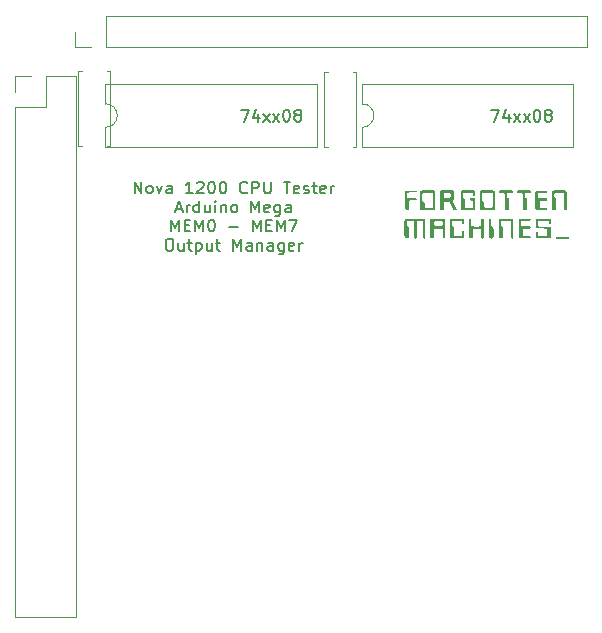
<source format=gbr>
%TF.GenerationSoftware,KiCad,Pcbnew,7.0.9*%
%TF.CreationDate,2024-08-02T01:25:27-05:00*%
%TF.ProjectId,Piggyback MEM0-7,50696767-7962-4616-936b-204d454d302d,rev?*%
%TF.SameCoordinates,Original*%
%TF.FileFunction,Legend,Top*%
%TF.FilePolarity,Positive*%
%FSLAX46Y46*%
G04 Gerber Fmt 4.6, Leading zero omitted, Abs format (unit mm)*
G04 Created by KiCad (PCBNEW 7.0.9) date 2024-08-02 01:25:27*
%MOMM*%
%LPD*%
G01*
G04 APERTURE LIST*
%ADD10C,0.000000*%
%ADD11C,0.150000*%
%ADD12C,0.120000*%
G04 APERTURE END LIST*
D10*
G36*
X83213071Y-51908374D02*
G01*
X83330895Y-51909708D01*
X83360586Y-51911257D01*
X83378164Y-51913629D01*
X83389155Y-51917001D01*
X83399084Y-51921548D01*
X83402766Y-51923342D01*
X83406314Y-51925257D01*
X83409727Y-51927294D01*
X83413005Y-51929451D01*
X83416146Y-51931728D01*
X83419150Y-51934123D01*
X83422016Y-51936638D01*
X83424743Y-51939269D01*
X83427332Y-51942018D01*
X83429780Y-51944882D01*
X83432087Y-51947861D01*
X83434253Y-51950955D01*
X83436276Y-51954163D01*
X83438157Y-51957484D01*
X83439893Y-51960916D01*
X83441485Y-51964461D01*
X83443413Y-51969130D01*
X83444195Y-51971175D01*
X83444865Y-51973104D01*
X83445430Y-51974976D01*
X83445897Y-51976850D01*
X83446274Y-51978784D01*
X83446566Y-51980836D01*
X83446781Y-51983065D01*
X83446925Y-51985530D01*
X83447007Y-51988288D01*
X83447031Y-51991398D01*
X83447006Y-51994919D01*
X83446939Y-51998909D01*
X83446704Y-52008529D01*
X83445911Y-52038354D01*
X83438228Y-52051054D01*
X83436562Y-52053720D01*
X83434771Y-52056430D01*
X83432911Y-52059108D01*
X83431038Y-52061679D01*
X83429209Y-52064067D01*
X83427479Y-52066199D01*
X83425904Y-52067997D01*
X83425193Y-52068748D01*
X83424542Y-52069388D01*
X83422927Y-52070797D01*
X83421023Y-52072271D01*
X83418865Y-52073793D01*
X83416483Y-52075348D01*
X83413910Y-52076919D01*
X83411179Y-52078489D01*
X83408321Y-52080044D01*
X83405370Y-52081566D01*
X83402356Y-52083039D01*
X83399314Y-52084447D01*
X83396274Y-52085774D01*
X83393270Y-52087003D01*
X83390333Y-52088119D01*
X83387496Y-52089105D01*
X83384791Y-52089945D01*
X83382251Y-52090623D01*
X83379937Y-52090952D01*
X83375744Y-52091264D01*
X83361390Y-52091841D01*
X83338530Y-52092360D01*
X83306503Y-52092829D01*
X83212308Y-52093653D01*
X83073523Y-52094376D01*
X82893059Y-52095289D01*
X82796138Y-52096701D01*
X82768790Y-52097902D01*
X82750068Y-52099596D01*
X82735885Y-52101908D01*
X82722156Y-52104959D01*
X82714014Y-52106925D01*
X82707178Y-52108762D01*
X82704163Y-52109669D01*
X82701370Y-52110588D01*
X82698764Y-52111533D01*
X82696310Y-52112520D01*
X82693975Y-52113563D01*
X82691722Y-52114676D01*
X82689517Y-52115876D01*
X82687326Y-52117176D01*
X82685113Y-52118591D01*
X82682843Y-52120136D01*
X82677996Y-52123675D01*
X82674040Y-52126772D01*
X82670315Y-52129918D01*
X82666812Y-52133127D01*
X82663525Y-52136412D01*
X82660443Y-52139786D01*
X82657560Y-52143261D01*
X82654866Y-52146852D01*
X82652352Y-52150571D01*
X82650012Y-52154432D01*
X82647835Y-52158447D01*
X82645814Y-52162630D01*
X82643940Y-52166993D01*
X82642205Y-52171551D01*
X82640600Y-52176316D01*
X82639118Y-52181302D01*
X82637748Y-52186521D01*
X82636159Y-52192775D01*
X82634530Y-52198851D01*
X82633052Y-52204053D01*
X82632430Y-52206110D01*
X82631917Y-52207688D01*
X82630938Y-52211889D01*
X82630013Y-52218470D01*
X82628356Y-52237741D01*
X82627000Y-52263439D01*
X82625996Y-52293503D01*
X82625398Y-52325870D01*
X82625259Y-52358480D01*
X82625632Y-52389270D01*
X82626570Y-52416179D01*
X82627298Y-52428328D01*
X82628205Y-52439147D01*
X82629348Y-52448955D01*
X82630784Y-52458070D01*
X82631629Y-52462467D01*
X82632570Y-52466810D01*
X82634765Y-52475493D01*
X82637425Y-52484436D01*
X82640607Y-52493957D01*
X82643133Y-52500538D01*
X82646009Y-52506824D01*
X82649227Y-52512809D01*
X82652782Y-52518487D01*
X82656667Y-52523853D01*
X82660876Y-52528902D01*
X82665403Y-52533629D01*
X82670240Y-52538027D01*
X82675382Y-52542092D01*
X82680823Y-52545817D01*
X82686555Y-52549199D01*
X82692573Y-52552230D01*
X82698871Y-52554907D01*
X82705441Y-52557223D01*
X82712277Y-52559173D01*
X82719374Y-52560752D01*
X82726197Y-52561994D01*
X82733269Y-52563100D01*
X82740972Y-52564077D01*
X82749692Y-52564936D01*
X82759813Y-52565685D01*
X82771719Y-52566334D01*
X82785795Y-52566892D01*
X82802424Y-52567370D01*
X82844882Y-52568118D01*
X82902168Y-52568653D01*
X82977357Y-52569051D01*
X83073523Y-52569386D01*
X83361390Y-52570267D01*
X83381869Y-52575604D01*
X83391401Y-52578199D01*
X83395632Y-52579447D01*
X83399541Y-52580679D01*
X83403154Y-52581907D01*
X83406495Y-52583142D01*
X83409591Y-52584397D01*
X83412468Y-52585684D01*
X83415150Y-52587014D01*
X83417664Y-52588401D01*
X83420035Y-52589856D01*
X83422289Y-52591391D01*
X83424452Y-52593018D01*
X83426549Y-52594749D01*
X83428606Y-52596597D01*
X83430648Y-52598573D01*
X83433301Y-52601315D01*
X83435719Y-52604007D01*
X83437912Y-52606678D01*
X83439893Y-52609356D01*
X83441670Y-52612070D01*
X83443255Y-52614849D01*
X83444658Y-52617720D01*
X83445891Y-52620714D01*
X83446963Y-52623857D01*
X83447887Y-52627179D01*
X83448671Y-52630708D01*
X83449328Y-52634472D01*
X83449867Y-52638501D01*
X83450300Y-52642823D01*
X83450638Y-52647466D01*
X83450890Y-52652458D01*
X83451053Y-52657286D01*
X83451124Y-52661775D01*
X83451092Y-52665963D01*
X83450949Y-52669888D01*
X83450686Y-52673591D01*
X83450293Y-52677109D01*
X83449763Y-52680481D01*
X83449084Y-52683746D01*
X83448250Y-52686943D01*
X83447249Y-52690110D01*
X83446075Y-52693287D01*
X83444716Y-52696512D01*
X83443164Y-52699824D01*
X83441411Y-52703262D01*
X83439447Y-52706864D01*
X83437262Y-52710669D01*
X83435585Y-52713433D01*
X83433882Y-52716040D01*
X83432132Y-52718503D01*
X83430318Y-52720841D01*
X83428419Y-52723068D01*
X83426416Y-52725201D01*
X83424291Y-52727256D01*
X83422024Y-52729249D01*
X83419596Y-52731197D01*
X83416987Y-52733114D01*
X83414180Y-52735019D01*
X83411153Y-52736926D01*
X83407888Y-52738851D01*
X83404367Y-52740812D01*
X83400569Y-52742823D01*
X83396476Y-52744901D01*
X83378646Y-52753789D01*
X83168934Y-52755281D01*
X83015541Y-52756931D01*
X82964765Y-52757898D01*
X82941231Y-52758806D01*
X82923940Y-52760956D01*
X82916278Y-52762082D01*
X82909206Y-52763264D01*
X82902674Y-52764518D01*
X82896634Y-52765860D01*
X82891036Y-52767305D01*
X82885829Y-52768870D01*
X82880966Y-52770571D01*
X82876396Y-52772423D01*
X82872070Y-52774444D01*
X82867938Y-52776648D01*
X82863952Y-52779052D01*
X82860061Y-52781672D01*
X82856217Y-52784524D01*
X82852370Y-52787624D01*
X82850532Y-52789236D01*
X82848606Y-52791066D01*
X82846618Y-52793082D01*
X82844591Y-52795251D01*
X82842551Y-52797542D01*
X82840523Y-52799922D01*
X82838531Y-52802358D01*
X82836600Y-52804819D01*
X82834755Y-52807273D01*
X82833021Y-52809686D01*
X82831422Y-52812028D01*
X82829983Y-52814265D01*
X82828729Y-52816365D01*
X82827685Y-52818296D01*
X82826875Y-52820026D01*
X82826325Y-52821523D01*
X82825509Y-52824085D01*
X82824232Y-52827933D01*
X82822669Y-52832544D01*
X82820994Y-52837399D01*
X82819247Y-52842637D01*
X82817648Y-52847929D01*
X82816190Y-52853354D01*
X82814862Y-52858994D01*
X82813657Y-52864930D01*
X82812565Y-52871242D01*
X82811576Y-52878012D01*
X82810683Y-52885320D01*
X82809875Y-52893247D01*
X82809144Y-52901874D01*
X82808481Y-52911281D01*
X82807877Y-52921551D01*
X82806809Y-52944999D01*
X82805868Y-52972865D01*
X82804583Y-53025753D01*
X82803935Y-53075868D01*
X82803909Y-53122504D01*
X82804488Y-53164952D01*
X82805658Y-53202506D01*
X82807403Y-53234457D01*
X82809708Y-53260099D01*
X82812557Y-53278723D01*
X82814437Y-53287360D01*
X82816278Y-53295227D01*
X82817870Y-53301457D01*
X82818506Y-53303687D01*
X82819001Y-53305182D01*
X82820961Y-53310038D01*
X82823099Y-53314769D01*
X82825408Y-53319367D01*
X82827880Y-53323821D01*
X82830507Y-53328122D01*
X82833280Y-53332262D01*
X82836193Y-53336229D01*
X82839236Y-53340016D01*
X82842403Y-53343611D01*
X82845685Y-53347007D01*
X82849074Y-53350194D01*
X82852562Y-53353162D01*
X82856142Y-53355902D01*
X82859805Y-53358404D01*
X82863544Y-53360659D01*
X82867350Y-53362658D01*
X82870200Y-53363982D01*
X82873289Y-53365303D01*
X82880027Y-53367894D01*
X82887240Y-53370338D01*
X82894607Y-53372546D01*
X82901804Y-53374427D01*
X82908507Y-53375890D01*
X82911573Y-53376436D01*
X82914394Y-53376844D01*
X82916930Y-53377102D01*
X82919141Y-53377199D01*
X82920987Y-53377258D01*
X82923044Y-53377410D01*
X82925242Y-53377645D01*
X82927512Y-53377953D01*
X82929786Y-53378322D01*
X82931994Y-53378742D01*
X82934069Y-53379204D01*
X82935939Y-53379696D01*
X82937681Y-53380012D01*
X82940700Y-53380316D01*
X82950691Y-53380892D01*
X82966150Y-53381428D01*
X82987318Y-53381930D01*
X83047733Y-53382851D01*
X83133847Y-53383692D01*
X83275413Y-53385392D01*
X83324526Y-53386382D01*
X83349747Y-53387308D01*
X83359782Y-53388280D01*
X83369246Y-53389586D01*
X83378150Y-53391231D01*
X83386502Y-53393221D01*
X83394312Y-53395561D01*
X83401590Y-53398258D01*
X83408345Y-53401317D01*
X83414586Y-53404743D01*
X83420323Y-53408544D01*
X83425565Y-53412723D01*
X83430322Y-53417287D01*
X83434604Y-53422242D01*
X83438419Y-53427594D01*
X83441777Y-53433347D01*
X83444688Y-53439508D01*
X83447162Y-53446083D01*
X83447878Y-53448283D01*
X83448516Y-53450356D01*
X83449078Y-53452331D01*
X83449568Y-53454243D01*
X83449988Y-53456121D01*
X83450342Y-53457999D01*
X83450633Y-53459908D01*
X83450865Y-53461881D01*
X83451040Y-53463948D01*
X83451162Y-53466142D01*
X83451234Y-53468496D01*
X83451259Y-53471040D01*
X83451240Y-53473807D01*
X83451181Y-53476828D01*
X83450955Y-53483763D01*
X83450640Y-53491017D01*
X83450271Y-53496890D01*
X83450044Y-53499408D01*
X83449778Y-53501701D01*
X83449464Y-53503809D01*
X83449095Y-53505772D01*
X83448661Y-53507630D01*
X83448154Y-53509424D01*
X83447565Y-53511194D01*
X83446887Y-53512979D01*
X83446111Y-53514820D01*
X83445228Y-53516758D01*
X83443108Y-53521081D01*
X83441315Y-53524536D01*
X83439543Y-53527735D01*
X83437769Y-53530702D01*
X83435969Y-53533458D01*
X83434120Y-53536025D01*
X83432196Y-53538425D01*
X83430176Y-53540682D01*
X83428035Y-53542817D01*
X83425750Y-53544853D01*
X83423297Y-53546812D01*
X83420652Y-53548716D01*
X83417791Y-53550587D01*
X83414692Y-53552449D01*
X83411329Y-53554322D01*
X83407681Y-53556230D01*
X83403722Y-53558195D01*
X83397105Y-53561362D01*
X83393925Y-53562795D01*
X83390723Y-53564132D01*
X83387419Y-53565377D01*
X83383933Y-53566533D01*
X83380182Y-53567602D01*
X83376086Y-53568589D01*
X83371566Y-53569496D01*
X83366539Y-53570326D01*
X83360925Y-53571084D01*
X83354644Y-53571771D01*
X83347615Y-53572392D01*
X83339757Y-53572950D01*
X83330989Y-53573447D01*
X83321230Y-53573888D01*
X83310401Y-53574275D01*
X83298419Y-53574611D01*
X83270677Y-53575146D01*
X83237359Y-53575518D01*
X83197818Y-53575753D01*
X83151409Y-53575877D01*
X83097486Y-53575917D01*
X82964514Y-53575846D01*
X82716679Y-53575158D01*
X82606797Y-53573888D01*
X82606797Y-53573887D01*
X82606796Y-53573887D01*
X82606796Y-53573886D01*
X82606795Y-53573886D01*
X82600438Y-53573052D01*
X82591734Y-53572025D01*
X82581829Y-53570936D01*
X82571870Y-53569914D01*
X82564243Y-53569027D01*
X82556772Y-53567884D01*
X82549472Y-53566490D01*
X82542353Y-53564851D01*
X82535429Y-53562971D01*
X82528712Y-53560858D01*
X82522215Y-53558515D01*
X82515950Y-53555949D01*
X82509930Y-53553165D01*
X82504168Y-53550169D01*
X82498675Y-53546965D01*
X82493466Y-53543560D01*
X82488551Y-53539959D01*
X82483944Y-53536168D01*
X82479658Y-53532191D01*
X82475704Y-53528034D01*
X82471749Y-53523376D01*
X82468052Y-53518554D01*
X82464601Y-53513537D01*
X82461387Y-53508295D01*
X82458399Y-53502798D01*
X82455628Y-53497017D01*
X82453062Y-53490921D01*
X82450691Y-53484480D01*
X82448506Y-53477665D01*
X82446495Y-53470446D01*
X82444649Y-53462792D01*
X82442957Y-53454674D01*
X82441409Y-53446061D01*
X82439995Y-53436924D01*
X82438704Y-53427232D01*
X82437526Y-53416956D01*
X82435244Y-52758383D01*
X82437601Y-52088095D01*
X82438734Y-52074198D01*
X82440173Y-52060609D01*
X82441889Y-52047507D01*
X82443850Y-52035068D01*
X82446026Y-52023470D01*
X82448387Y-52012891D01*
X82450902Y-52003508D01*
X82453540Y-51995498D01*
X82454960Y-51991831D01*
X82456515Y-51988126D01*
X82458192Y-51984407D01*
X82459975Y-51980695D01*
X82461851Y-51977014D01*
X82463806Y-51973386D01*
X82465825Y-51969836D01*
X82467894Y-51966386D01*
X82469999Y-51963059D01*
X82472126Y-51959878D01*
X82474261Y-51956865D01*
X82476389Y-51954045D01*
X82478497Y-51951440D01*
X82480569Y-51949072D01*
X82482593Y-51946966D01*
X82484554Y-51945143D01*
X82488666Y-51941794D01*
X82493125Y-51938594D01*
X82497925Y-51935544D01*
X82503060Y-51932647D01*
X82508526Y-51929903D01*
X82514316Y-51927315D01*
X82520426Y-51924885D01*
X82526850Y-51922614D01*
X82533583Y-51920504D01*
X82540619Y-51918558D01*
X82547953Y-51916776D01*
X82555579Y-51915160D01*
X82563493Y-51913714D01*
X82571689Y-51912437D01*
X82580161Y-51911332D01*
X82588903Y-51910401D01*
X82600234Y-51909888D01*
X82622634Y-51909442D01*
X82699997Y-51908754D01*
X82819709Y-51908344D01*
X82980487Y-51908218D01*
X83213071Y-51908374D01*
G37*
G36*
X84817459Y-51908427D02*
G01*
X84971004Y-51909591D01*
X85048736Y-51912259D01*
X85070366Y-51914344D01*
X85086477Y-51917029D01*
X85099718Y-51919960D01*
X85111802Y-51923187D01*
X85122789Y-51926779D01*
X85127891Y-51928734D01*
X85132741Y-51930806D01*
X85137348Y-51933005D01*
X85141719Y-51935338D01*
X85145862Y-51937815D01*
X85149784Y-51940444D01*
X85153494Y-51943234D01*
X85156999Y-51946193D01*
X85160306Y-51949331D01*
X85163424Y-51952655D01*
X85166359Y-51956176D01*
X85169121Y-51959900D01*
X85171715Y-51963837D01*
X85174151Y-51967996D01*
X85176435Y-51972386D01*
X85178576Y-51977014D01*
X85180581Y-51981890D01*
X85182457Y-51987022D01*
X85185856Y-51998091D01*
X85188834Y-52010290D01*
X85191453Y-52023687D01*
X85193773Y-52038354D01*
X85194446Y-52044550D01*
X85195017Y-52053125D01*
X85195489Y-52064270D01*
X85195867Y-52078181D01*
X85196155Y-52095051D01*
X85196357Y-52115074D01*
X85196521Y-52165354D01*
X85196406Y-52222782D01*
X85195880Y-52258665D01*
X85195395Y-52270911D01*
X85194724Y-52280632D01*
X85193840Y-52288781D01*
X85192714Y-52296311D01*
X85190624Y-52307638D01*
X85188265Y-52318011D01*
X85185607Y-52327461D01*
X85182620Y-52336018D01*
X85180993Y-52339972D01*
X85179273Y-52343714D01*
X85177455Y-52347249D01*
X85175535Y-52350580D01*
X85173511Y-52353711D01*
X85171377Y-52356646D01*
X85169131Y-52359389D01*
X85166768Y-52361943D01*
X85164284Y-52364313D01*
X85161677Y-52366503D01*
X85158941Y-52368516D01*
X85156074Y-52370356D01*
X85153071Y-52372027D01*
X85149929Y-52373533D01*
X85146643Y-52374877D01*
X85143211Y-52376064D01*
X85139627Y-52377098D01*
X85135890Y-52377982D01*
X85127935Y-52379317D01*
X85119316Y-52380099D01*
X85110003Y-52380360D01*
X85103232Y-52380215D01*
X85096879Y-52379751D01*
X85090925Y-52378956D01*
X85085351Y-52377817D01*
X85080139Y-52376320D01*
X85077663Y-52375434D01*
X85075270Y-52374453D01*
X85072958Y-52373377D01*
X85070725Y-52372203D01*
X85068568Y-52370931D01*
X85066485Y-52369557D01*
X85064474Y-52368082D01*
X85062532Y-52366502D01*
X85060658Y-52364817D01*
X85058848Y-52363025D01*
X85057100Y-52361124D01*
X85055412Y-52359112D01*
X85053782Y-52356989D01*
X85052208Y-52354752D01*
X85049215Y-52349930D01*
X85046416Y-52344635D01*
X85043791Y-52338853D01*
X85041322Y-52332570D01*
X85040436Y-52329761D01*
X85039523Y-52326135D01*
X85037662Y-52316814D01*
X85035833Y-52305362D01*
X85034128Y-52292536D01*
X85032637Y-52279091D01*
X85031454Y-52265785D01*
X85030670Y-52253373D01*
X85030377Y-52242612D01*
X85030040Y-52235461D01*
X85029132Y-52225893D01*
X85027775Y-52214729D01*
X85026091Y-52202790D01*
X85024204Y-52190895D01*
X85022238Y-52179865D01*
X85020313Y-52170522D01*
X85018555Y-52163684D01*
X85015577Y-52154722D01*
X85012324Y-52146328D01*
X85008778Y-52138483D01*
X85004917Y-52131169D01*
X85000721Y-52124366D01*
X84996170Y-52118055D01*
X84993755Y-52115079D01*
X84991243Y-52112218D01*
X84988633Y-52109471D01*
X84985921Y-52106836D01*
X84983106Y-52104309D01*
X84980184Y-52101889D01*
X84977152Y-52099573D01*
X84974009Y-52097359D01*
X84967379Y-52093226D01*
X84960271Y-52089472D01*
X84952667Y-52086078D01*
X84944545Y-52083025D01*
X84935886Y-52080294D01*
X84926668Y-52077866D01*
X84920255Y-52076395D01*
X84913698Y-52075098D01*
X84906531Y-52073963D01*
X84898292Y-52072979D01*
X84888515Y-52072136D01*
X84876736Y-52071424D01*
X84862491Y-52070830D01*
X84845317Y-52070346D01*
X84824748Y-52069959D01*
X84800320Y-52069659D01*
X84738032Y-52069279D01*
X84654739Y-52069119D01*
X84546727Y-52069094D01*
X84352590Y-52069283D01*
X84248514Y-52070441D01*
X84219629Y-52071677D01*
X84200514Y-52073507D01*
X84186921Y-52076050D01*
X84174602Y-52079422D01*
X84167171Y-52081825D01*
X84159985Y-52084615D01*
X84153056Y-52087783D01*
X84146392Y-52091319D01*
X84140005Y-52095214D01*
X84133904Y-52099458D01*
X84128098Y-52104041D01*
X84122599Y-52108955D01*
X84117417Y-52114189D01*
X84112560Y-52119734D01*
X84108040Y-52125581D01*
X84103866Y-52131720D01*
X84100048Y-52138141D01*
X84096597Y-52144835D01*
X84093522Y-52151792D01*
X84090834Y-52159003D01*
X84088470Y-52166292D01*
X84086313Y-52173662D01*
X84084356Y-52181189D01*
X84082591Y-52188947D01*
X84081010Y-52197008D01*
X84079607Y-52205447D01*
X84078374Y-52214339D01*
X84077302Y-52223755D01*
X84076385Y-52233771D01*
X84075614Y-52244460D01*
X84074983Y-52255897D01*
X84074484Y-52268154D01*
X84073849Y-52295427D01*
X84073652Y-52326870D01*
X84074180Y-52372942D01*
X84074878Y-52393196D01*
X84075900Y-52411744D01*
X84077271Y-52428700D01*
X84079017Y-52444175D01*
X84081163Y-52458280D01*
X84083734Y-52471129D01*
X84086757Y-52482833D01*
X84090257Y-52493504D01*
X84094259Y-52503255D01*
X84098790Y-52512196D01*
X84103873Y-52520441D01*
X84109535Y-52528102D01*
X84115802Y-52535290D01*
X84122699Y-52542118D01*
X84126656Y-52545641D01*
X84130667Y-52548923D01*
X84134767Y-52551977D01*
X84138990Y-52554817D01*
X84143371Y-52557455D01*
X84147943Y-52559906D01*
X84152742Y-52562183D01*
X84157801Y-52564299D01*
X84163154Y-52566268D01*
X84168837Y-52568103D01*
X84174883Y-52569818D01*
X84181327Y-52571426D01*
X84188203Y-52572941D01*
X84195545Y-52574376D01*
X84203388Y-52575744D01*
X84211766Y-52577060D01*
X84216777Y-52577775D01*
X84221990Y-52578404D01*
X84227937Y-52578952D01*
X84235147Y-52579426D01*
X84244152Y-52579830D01*
X84255483Y-52580170D01*
X84269668Y-52580451D01*
X84287241Y-52580680D01*
X84334667Y-52581003D01*
X84402005Y-52581181D01*
X84613401Y-52581285D01*
X84861805Y-52581662D01*
X85004078Y-52583335D01*
X85046481Y-52584947D01*
X85075631Y-52587230D01*
X85095954Y-52590300D01*
X85111876Y-52594273D01*
X85120440Y-52597023D01*
X85128403Y-52600082D01*
X85132166Y-52601735D01*
X85135787Y-52603475D01*
X85139269Y-52605306D01*
X85142614Y-52607230D01*
X85145826Y-52609252D01*
X85148906Y-52611374D01*
X85151858Y-52613600D01*
X85154683Y-52615933D01*
X85157386Y-52618377D01*
X85159969Y-52620935D01*
X85162433Y-52623610D01*
X85164783Y-52626406D01*
X85167020Y-52629326D01*
X85169148Y-52632373D01*
X85171168Y-52635551D01*
X85173084Y-52638863D01*
X85174899Y-52642313D01*
X85176615Y-52645903D01*
X85178234Y-52649638D01*
X85179760Y-52653519D01*
X85182543Y-52661739D01*
X85184983Y-52670589D01*
X85187104Y-52680096D01*
X85188926Y-52690287D01*
X85190187Y-52698495D01*
X85191300Y-52706631D01*
X85192274Y-52715174D01*
X85193118Y-52724601D01*
X85193840Y-52735392D01*
X85194451Y-52748023D01*
X85194960Y-52762974D01*
X85195375Y-52780723D01*
X85195961Y-52826525D01*
X85196285Y-52889257D01*
X85196420Y-52972744D01*
X85196439Y-53080812D01*
X85195823Y-53355033D01*
X85194752Y-53408381D01*
X85192879Y-53435353D01*
X85191253Y-53448846D01*
X85189430Y-53462112D01*
X85187633Y-53473625D01*
X85186813Y-53478247D01*
X85186084Y-53481860D01*
X85185124Y-53485854D01*
X85184017Y-53489860D01*
X85182772Y-53493861D01*
X85181398Y-53497840D01*
X85179903Y-53501778D01*
X85178297Y-53505659D01*
X85176588Y-53509465D01*
X85174784Y-53513178D01*
X85172895Y-53516782D01*
X85170930Y-53520259D01*
X85168897Y-53523591D01*
X85166805Y-53526761D01*
X85164662Y-53529753D01*
X85162478Y-53532547D01*
X85160262Y-53535127D01*
X85158021Y-53537476D01*
X85154901Y-53540367D01*
X85151467Y-53543182D01*
X85147738Y-53545912D01*
X85143733Y-53548549D01*
X85139472Y-53551085D01*
X85134974Y-53553511D01*
X85130258Y-53555820D01*
X85125344Y-53558003D01*
X85120250Y-53560053D01*
X85114995Y-53561960D01*
X85109600Y-53563718D01*
X85104084Y-53565317D01*
X85098464Y-53566751D01*
X85092762Y-53568009D01*
X85086996Y-53569086D01*
X85081185Y-53569971D01*
X85049435Y-53574327D01*
X84565329Y-53577150D01*
X84064812Y-53576045D01*
X84064805Y-53576046D01*
X84045710Y-53574446D01*
X84028264Y-53572084D01*
X84020137Y-53570593D01*
X84012395Y-53568882D01*
X84005029Y-53566940D01*
X83998029Y-53564757D01*
X83991387Y-53562325D01*
X83985092Y-53559631D01*
X83979137Y-53556667D01*
X83973511Y-53553423D01*
X83968205Y-53549888D01*
X83963211Y-53546053D01*
X83958518Y-53541907D01*
X83954118Y-53537440D01*
X83950002Y-53532643D01*
X83946161Y-53527505D01*
X83942584Y-53522016D01*
X83939263Y-53516167D01*
X83936189Y-53509946D01*
X83933352Y-53503345D01*
X83930744Y-53496354D01*
X83928355Y-53488961D01*
X83926175Y-53481157D01*
X83924196Y-53472933D01*
X83920804Y-53455182D01*
X83918103Y-53435626D01*
X83916020Y-53414187D01*
X83914691Y-53386407D01*
X83913723Y-53344112D01*
X83912887Y-53236769D01*
X83913547Y-53133732D01*
X83914449Y-53096822D01*
X83915738Y-53076579D01*
X83917123Y-53068123D01*
X83918733Y-53060294D01*
X83920586Y-53053068D01*
X83922701Y-53046421D01*
X83925098Y-53040331D01*
X83927795Y-53034773D01*
X83929262Y-53032187D01*
X83930812Y-53029725D01*
X83932446Y-53027384D01*
X83934168Y-53025162D01*
X83935978Y-53023056D01*
X83937881Y-53021062D01*
X83939878Y-53019178D01*
X83941971Y-53017402D01*
X83944164Y-53015729D01*
X83946458Y-53014157D01*
X83948855Y-53012683D01*
X83951359Y-53011304D01*
X83956695Y-53008821D01*
X83962483Y-53006683D01*
X83968745Y-53004868D01*
X83975497Y-53003351D01*
X83980069Y-53002546D01*
X83984607Y-53001931D01*
X83989103Y-53001506D01*
X83993551Y-53001269D01*
X83997945Y-53001219D01*
X84002278Y-53001356D01*
X84006543Y-53001678D01*
X84010735Y-53002186D01*
X84014847Y-53002877D01*
X84018872Y-53003750D01*
X84022803Y-53004806D01*
X84026635Y-53006042D01*
X84030361Y-53007459D01*
X84033974Y-53009055D01*
X84037468Y-53010828D01*
X84040836Y-53012779D01*
X84042740Y-53013971D01*
X84044461Y-53015091D01*
X84046019Y-53016164D01*
X84047435Y-53017217D01*
X84048729Y-53018273D01*
X84049922Y-53019359D01*
X84051035Y-53020500D01*
X84052088Y-53021721D01*
X84053102Y-53023048D01*
X84054096Y-53024505D01*
X84055093Y-53026119D01*
X84056112Y-53027915D01*
X84057173Y-53029917D01*
X84058298Y-53032152D01*
X84059507Y-53034645D01*
X84060821Y-53037420D01*
X84062675Y-53041458D01*
X84064314Y-53045303D01*
X84065756Y-53049118D01*
X84067016Y-53053064D01*
X84067582Y-53055138D01*
X84068109Y-53057305D01*
X84068598Y-53059585D01*
X84069051Y-53062001D01*
X84069858Y-53067315D01*
X84070545Y-53073410D01*
X84071129Y-53080446D01*
X84071625Y-53088588D01*
X84072049Y-53097996D01*
X84072416Y-53108833D01*
X84072742Y-53121261D01*
X84073042Y-53135442D01*
X84073631Y-53169712D01*
X84074909Y-53229914D01*
X84075753Y-53251579D01*
X84076841Y-53268978D01*
X84078253Y-53283127D01*
X84080072Y-53295045D01*
X84082376Y-53305750D01*
X84085247Y-53316258D01*
X84086362Y-53319829D01*
X84087587Y-53323383D01*
X84088918Y-53326912D01*
X84090352Y-53330411D01*
X84091884Y-53333873D01*
X84093512Y-53337292D01*
X84095231Y-53340661D01*
X84097039Y-53343974D01*
X84098931Y-53347224D01*
X84100904Y-53350405D01*
X84102954Y-53353511D01*
X84105078Y-53356535D01*
X84107271Y-53359471D01*
X84109531Y-53362312D01*
X84111854Y-53365052D01*
X84114236Y-53367685D01*
X84118293Y-53371877D01*
X84122356Y-53375774D01*
X84126465Y-53379392D01*
X84130656Y-53382751D01*
X84134970Y-53385869D01*
X84139444Y-53388765D01*
X84144116Y-53391456D01*
X84149026Y-53393962D01*
X84154211Y-53396300D01*
X84159710Y-53398490D01*
X84165562Y-53400549D01*
X84171805Y-53402497D01*
X84178477Y-53404351D01*
X84185618Y-53406130D01*
X84193264Y-53407853D01*
X84201455Y-53409538D01*
X84205649Y-53410350D01*
X84209713Y-53411061D01*
X84214030Y-53411678D01*
X84218980Y-53412208D01*
X84224943Y-53412658D01*
X84232300Y-53413033D01*
X84241432Y-53413341D01*
X84252719Y-53413588D01*
X84266542Y-53413781D01*
X84283282Y-53413927D01*
X84327034Y-53414104D01*
X84387020Y-53414171D01*
X84466286Y-53414183D01*
X84599399Y-53414086D01*
X84674289Y-53413603D01*
X84710472Y-53412445D01*
X84720147Y-53411522D01*
X84727462Y-53410322D01*
X84735087Y-53408770D01*
X84742219Y-53407168D01*
X84748894Y-53405499D01*
X84755146Y-53403746D01*
X84761008Y-53401893D01*
X84766515Y-53399923D01*
X84771701Y-53397819D01*
X84776600Y-53395565D01*
X84781247Y-53393143D01*
X84785674Y-53390538D01*
X84789918Y-53387731D01*
X84794011Y-53384707D01*
X84797989Y-53381449D01*
X84801884Y-53377940D01*
X84805731Y-53374164D01*
X84809565Y-53370103D01*
X84813448Y-53365581D01*
X84817082Y-53360794D01*
X84820473Y-53355714D01*
X84823632Y-53350318D01*
X84826564Y-53344578D01*
X84829279Y-53338469D01*
X84831784Y-53331965D01*
X84834087Y-53325041D01*
X84836196Y-53317671D01*
X84838119Y-53309829D01*
X84839864Y-53301490D01*
X84841439Y-53292626D01*
X84842852Y-53283214D01*
X84844111Y-53273227D01*
X84845223Y-53262640D01*
X84846197Y-53251426D01*
X84847125Y-53227135D01*
X84847784Y-53185240D01*
X84848299Y-53072387D01*
X84847751Y-52960363D01*
X84847080Y-52919504D01*
X84846147Y-52896662D01*
X84844696Y-52882725D01*
X84842926Y-52869726D01*
X84840812Y-52857622D01*
X84838329Y-52846371D01*
X84835454Y-52835929D01*
X84832164Y-52826254D01*
X84828433Y-52817302D01*
X84824238Y-52809031D01*
X84819555Y-52801397D01*
X84814361Y-52794357D01*
X84808630Y-52787869D01*
X84802339Y-52781889D01*
X84795464Y-52776375D01*
X84787981Y-52771283D01*
X84779865Y-52766571D01*
X84771094Y-52762195D01*
X84767772Y-52760748D01*
X84764005Y-52759269D01*
X84759923Y-52757800D01*
X84755656Y-52756382D01*
X84751334Y-52755057D01*
X84747088Y-52753866D01*
X84743048Y-52752850D01*
X84739344Y-52752053D01*
X84708653Y-52746112D01*
X84705871Y-52745744D01*
X84701360Y-52745398D01*
X84686610Y-52744769D01*
X84663313Y-52744212D01*
X84630383Y-52743714D01*
X84531271Y-52742837D01*
X84380569Y-52742031D01*
X84140063Y-52740381D01*
X84074664Y-52739378D01*
X84046136Y-52738258D01*
X84028492Y-52735830D01*
X84012473Y-52732816D01*
X84005048Y-52731060D01*
X83998000Y-52729120D01*
X83991320Y-52726986D01*
X83984996Y-52724644D01*
X83979021Y-52722082D01*
X83973383Y-52719289D01*
X83968072Y-52716251D01*
X83963080Y-52712957D01*
X83958396Y-52709395D01*
X83954011Y-52705551D01*
X83949914Y-52701415D01*
X83946096Y-52696973D01*
X83942548Y-52692214D01*
X83939258Y-52687124D01*
X83936218Y-52681693D01*
X83933418Y-52675908D01*
X83930847Y-52669756D01*
X83928497Y-52663225D01*
X83926357Y-52656303D01*
X83924417Y-52648978D01*
X83922668Y-52641237D01*
X83921100Y-52633069D01*
X83918467Y-52615400D01*
X83916439Y-52595873D01*
X83914940Y-52574390D01*
X83914049Y-52542037D01*
X83913404Y-52483986D01*
X83913043Y-52405257D01*
X83913002Y-52310865D01*
X83913696Y-52147347D01*
X83914670Y-52093660D01*
X83916334Y-52054318D01*
X83918894Y-52026044D01*
X83922553Y-52005560D01*
X83927518Y-51989589D01*
X83933991Y-51974854D01*
X83935542Y-51971743D01*
X83937166Y-51968726D01*
X83938867Y-51965801D01*
X83940645Y-51962966D01*
X83942504Y-51960221D01*
X83944445Y-51957563D01*
X83946472Y-51954992D01*
X83948585Y-51952506D01*
X83950788Y-51950104D01*
X83953082Y-51947784D01*
X83955470Y-51945544D01*
X83957955Y-51943385D01*
X83960538Y-51941303D01*
X83963221Y-51939298D01*
X83966008Y-51937368D01*
X83968900Y-51935512D01*
X83971899Y-51933729D01*
X83975008Y-51932016D01*
X83978229Y-51930374D01*
X83981564Y-51928799D01*
X83985015Y-51927292D01*
X83988586Y-51925850D01*
X83996092Y-51923157D01*
X84004100Y-51920709D01*
X84012629Y-51918495D01*
X84021695Y-51916504D01*
X84031318Y-51914725D01*
X84038081Y-51913737D01*
X84046344Y-51912850D01*
X84056522Y-51912059D01*
X84069032Y-51911360D01*
X84102707Y-51910214D01*
X84150695Y-51909369D01*
X84216321Y-51908784D01*
X84302910Y-51908418D01*
X84552279Y-51908171D01*
X84817459Y-51908427D01*
G37*
G36*
X80283746Y-49521653D02*
G01*
X80302796Y-49526484D01*
X80311930Y-49528873D01*
X80320402Y-49531247D01*
X80328246Y-49533626D01*
X80335499Y-49536029D01*
X80342197Y-49538476D01*
X80348376Y-49540988D01*
X80354073Y-49543583D01*
X80359323Y-49546282D01*
X80364163Y-49549105D01*
X80368629Y-49552070D01*
X80372756Y-49555198D01*
X80376581Y-49558509D01*
X80380141Y-49562023D01*
X80383470Y-49565758D01*
X80386606Y-49569735D01*
X80389585Y-49573975D01*
X80392181Y-49578051D01*
X80394652Y-49582291D01*
X80397000Y-49586704D01*
X80399230Y-49591302D01*
X80401345Y-49596095D01*
X80403347Y-49601092D01*
X80405240Y-49606305D01*
X80407027Y-49611744D01*
X80408711Y-49617418D01*
X80410297Y-49623339D01*
X80411786Y-49629517D01*
X80413182Y-49635961D01*
X80414488Y-49642683D01*
X80415708Y-49649693D01*
X80416845Y-49657001D01*
X80417901Y-49664618D01*
X80420411Y-50347817D01*
X80418001Y-51031764D01*
X80416559Y-51042544D01*
X80415020Y-51052702D01*
X80413374Y-51062262D01*
X80411612Y-51071250D01*
X80409725Y-51079693D01*
X80407705Y-51087616D01*
X80405541Y-51095044D01*
X80403225Y-51102004D01*
X80400747Y-51108520D01*
X80398099Y-51114620D01*
X80395270Y-51120328D01*
X80392253Y-51125670D01*
X80389038Y-51130672D01*
X80385616Y-51135360D01*
X80381977Y-51139759D01*
X80378113Y-51143895D01*
X80374072Y-51147722D01*
X80369707Y-51151387D01*
X80365029Y-51154883D01*
X80360052Y-51158206D01*
X80354788Y-51161351D01*
X80349251Y-51164313D01*
X80343453Y-51167086D01*
X80337407Y-51169666D01*
X80331125Y-51172046D01*
X80324621Y-51174223D01*
X80317907Y-51176191D01*
X80310996Y-51177944D01*
X80303900Y-51179478D01*
X80296634Y-51180788D01*
X80289208Y-51181868D01*
X80281636Y-51182713D01*
X79783632Y-51185256D01*
X79292095Y-51184200D01*
X79292095Y-51184201D01*
X79289493Y-51183870D01*
X79286558Y-51183553D01*
X79283389Y-51183257D01*
X79280088Y-51182991D01*
X79276755Y-51182761D01*
X79273490Y-51182575D01*
X79270394Y-51182441D01*
X79267569Y-51182366D01*
X79264495Y-51182217D01*
X79261081Y-51181871D01*
X79257368Y-51181341D01*
X79253400Y-51180639D01*
X79249219Y-51179777D01*
X79244867Y-51178767D01*
X79240386Y-51177622D01*
X79235819Y-51176353D01*
X79226595Y-51173496D01*
X79222024Y-51171932D01*
X79217536Y-51170293D01*
X79213174Y-51168592D01*
X79208981Y-51166842D01*
X79204997Y-51165054D01*
X79201267Y-51163240D01*
X79198033Y-51161504D01*
X79194826Y-51159595D01*
X79191657Y-51157525D01*
X79188536Y-51155303D01*
X79185474Y-51152940D01*
X79182481Y-51150446D01*
X79179568Y-51147831D01*
X79176743Y-51145107D01*
X79174019Y-51142282D01*
X79171405Y-51139369D01*
X79168911Y-51136376D01*
X79166549Y-51133314D01*
X79164327Y-51130193D01*
X79162258Y-51127025D01*
X79160350Y-51123819D01*
X79158614Y-51120585D01*
X79157109Y-51117384D01*
X79155469Y-51113479D01*
X79153748Y-51109021D01*
X79151997Y-51104162D01*
X79150270Y-51099052D01*
X79148619Y-51093843D01*
X79147098Y-51088686D01*
X79145758Y-51083732D01*
X79139788Y-51060448D01*
X79139737Y-50358565D01*
X79139729Y-50239924D01*
X79324513Y-50239924D01*
X79325371Y-50297499D01*
X79327091Y-50339506D01*
X79329875Y-50369178D01*
X79331729Y-50380400D01*
X79333926Y-50389751D01*
X79336491Y-50397637D01*
X79339449Y-50404460D01*
X79346645Y-50416541D01*
X79348271Y-50418855D01*
X79350004Y-50421207D01*
X79351790Y-50423530D01*
X79353575Y-50425761D01*
X79355308Y-50427833D01*
X79356933Y-50429682D01*
X79358398Y-50431242D01*
X79359054Y-50431894D01*
X79359650Y-50432448D01*
X79361552Y-50434057D01*
X79363769Y-50435771D01*
X79366287Y-50437581D01*
X79369091Y-50439480D01*
X79372163Y-50441457D01*
X79375489Y-50443505D01*
X79379053Y-50445614D01*
X79382839Y-50447775D01*
X79391015Y-50452221D01*
X79399893Y-50456772D01*
X79409346Y-50461357D01*
X79419249Y-50465907D01*
X79427942Y-50469855D01*
X79435932Y-50473625D01*
X79443257Y-50477243D01*
X79449953Y-50480738D01*
X79456056Y-50484136D01*
X79461603Y-50487467D01*
X79466629Y-50490756D01*
X79471171Y-50494032D01*
X79475265Y-50497322D01*
X79478948Y-50500654D01*
X79482255Y-50504056D01*
X79485224Y-50507554D01*
X79487890Y-50511178D01*
X79490289Y-50514953D01*
X79492459Y-50518908D01*
X79494434Y-50523070D01*
X79496444Y-50527894D01*
X79498248Y-50532923D01*
X79499861Y-50538355D01*
X79501298Y-50544388D01*
X79502574Y-50551218D01*
X79503702Y-50559045D01*
X79504698Y-50568065D01*
X79505576Y-50578475D01*
X79506351Y-50590474D01*
X79507037Y-50604259D01*
X79507649Y-50620028D01*
X79508202Y-50637978D01*
X79509186Y-50681211D01*
X79510107Y-50735540D01*
X79511376Y-50810550D01*
X79512564Y-50855419D01*
X79513243Y-50869558D01*
X79514042Y-50879771D01*
X79515005Y-50887261D01*
X79516180Y-50893232D01*
X79518871Y-50904313D01*
X79521503Y-50913887D01*
X79522825Y-50918175D01*
X79524167Y-50922166D01*
X79525540Y-50925886D01*
X79526956Y-50929362D01*
X79528425Y-50932620D01*
X79529959Y-50935687D01*
X79531569Y-50938590D01*
X79533267Y-50941355D01*
X79535065Y-50944009D01*
X79536973Y-50946578D01*
X79539002Y-50949089D01*
X79541166Y-50951568D01*
X79544858Y-50955441D01*
X79548756Y-50959108D01*
X79552866Y-50962574D01*
X79557198Y-50965841D01*
X79561759Y-50968914D01*
X79566558Y-50971795D01*
X79571602Y-50974490D01*
X79576901Y-50977000D01*
X79582461Y-50979331D01*
X79588291Y-50981485D01*
X79594400Y-50983466D01*
X79600796Y-50985278D01*
X79607486Y-50986925D01*
X79614479Y-50988410D01*
X79621783Y-50989737D01*
X79629406Y-50990909D01*
X79660124Y-50992874D01*
X79716017Y-50994414D01*
X79870521Y-50996083D01*
X80027307Y-50995655D01*
X80086053Y-50994573D01*
X80120765Y-50992869D01*
X80120770Y-50992869D01*
X80131260Y-50991524D01*
X80141112Y-50989676D01*
X80150343Y-50987307D01*
X80154732Y-50985922D01*
X80158973Y-50984401D01*
X80163068Y-50982742D01*
X80167019Y-50980943D01*
X80170829Y-50979001D01*
X80174500Y-50976914D01*
X80178034Y-50974682D01*
X80181434Y-50972300D01*
X80184702Y-50969768D01*
X80187839Y-50967084D01*
X80190849Y-50964244D01*
X80193734Y-50961248D01*
X80196495Y-50958094D01*
X80199136Y-50954778D01*
X80201658Y-50951299D01*
X80204064Y-50947656D01*
X80206356Y-50943845D01*
X80208536Y-50939866D01*
X80212571Y-50931392D01*
X80216186Y-50922217D01*
X80219401Y-50912324D01*
X80222232Y-50901699D01*
X80223769Y-50894902D01*
X80224425Y-50891573D01*
X80225014Y-50888165D01*
X80225545Y-50884585D01*
X80226025Y-50880739D01*
X80226461Y-50876536D01*
X80226860Y-50871880D01*
X80227230Y-50866679D01*
X80227578Y-50860840D01*
X80228237Y-50846873D01*
X80228895Y-50829233D01*
X80229610Y-50807173D01*
X80231084Y-50711516D01*
X80231610Y-50554135D01*
X80231186Y-50341852D01*
X80229810Y-50081490D01*
X80228763Y-49933477D01*
X80227748Y-49855136D01*
X80227073Y-49834273D01*
X80226191Y-49821445D01*
X80225029Y-49813524D01*
X80223516Y-49807382D01*
X80219930Y-49794639D01*
X80218261Y-49789100D01*
X80216644Y-49784056D01*
X80215059Y-49779462D01*
X80213482Y-49775273D01*
X80211893Y-49771443D01*
X80210267Y-49767927D01*
X80208585Y-49764681D01*
X80206823Y-49761659D01*
X80204959Y-49758816D01*
X80202971Y-49756107D01*
X80200838Y-49753487D01*
X80198537Y-49750910D01*
X80196046Y-49748331D01*
X80193343Y-49745706D01*
X80190781Y-49743403D01*
X80187982Y-49741112D01*
X80184974Y-49738845D01*
X80181782Y-49736615D01*
X80178434Y-49734437D01*
X80174954Y-49732324D01*
X80171370Y-49730289D01*
X80167708Y-49728346D01*
X80163994Y-49726508D01*
X80160254Y-49724789D01*
X80156516Y-49723202D01*
X80152804Y-49721761D01*
X80149146Y-49720479D01*
X80145568Y-49719371D01*
X80142096Y-49718448D01*
X80138757Y-49717725D01*
X80129421Y-49716064D01*
X80119694Y-49714577D01*
X80109274Y-49713253D01*
X80097855Y-49712086D01*
X80085135Y-49711064D01*
X80070811Y-49710181D01*
X80054578Y-49709426D01*
X80036132Y-49708790D01*
X79991391Y-49707843D01*
X79934159Y-49707268D01*
X79862007Y-49706993D01*
X79772506Y-49706947D01*
X79585519Y-49707710D01*
X79523020Y-49708900D01*
X79476697Y-49710916D01*
X79443185Y-49713970D01*
X79419120Y-49718278D01*
X79409577Y-49720968D01*
X79401135Y-49724052D01*
X79385865Y-49731507D01*
X79382874Y-49733213D01*
X79380036Y-49734916D01*
X79377341Y-49736626D01*
X79374778Y-49738353D01*
X79372337Y-49740107D01*
X79370007Y-49741897D01*
X79367778Y-49743734D01*
X79365639Y-49745626D01*
X79363579Y-49747584D01*
X79361587Y-49749617D01*
X79359654Y-49751735D01*
X79357769Y-49753948D01*
X79355920Y-49756265D01*
X79354097Y-49758697D01*
X79352290Y-49761252D01*
X79350489Y-49763941D01*
X79348187Y-49767560D01*
X79346038Y-49771143D01*
X79344036Y-49774712D01*
X79342170Y-49778292D01*
X79340434Y-49781906D01*
X79338819Y-49785578D01*
X79337318Y-49789331D01*
X79335921Y-49793189D01*
X79334621Y-49797175D01*
X79333409Y-49801314D01*
X79332279Y-49805629D01*
X79331220Y-49810143D01*
X79330227Y-49814880D01*
X79329289Y-49819864D01*
X79328400Y-49825117D01*
X79327550Y-49830665D01*
X79327064Y-49837843D01*
X79326599Y-49852292D01*
X79325752Y-49901107D01*
X79325059Y-49973315D01*
X79324566Y-50065123D01*
X79324513Y-50239924D01*
X79139729Y-50239924D01*
X79139688Y-49656681D01*
X79144999Y-49632549D01*
X79146266Y-49627115D01*
X79147652Y-49621774D01*
X79149152Y-49616539D01*
X79150761Y-49611420D01*
X79152473Y-49606428D01*
X79154283Y-49601575D01*
X79156187Y-49596873D01*
X79158178Y-49592333D01*
X79160252Y-49587966D01*
X79162404Y-49583785D01*
X79164627Y-49579799D01*
X79166918Y-49576021D01*
X79169270Y-49572462D01*
X79171679Y-49569134D01*
X79174140Y-49566048D01*
X79176646Y-49563215D01*
X79179553Y-49560249D01*
X79182594Y-49557435D01*
X79185797Y-49554759D01*
X79189192Y-49552208D01*
X79192805Y-49549768D01*
X79196665Y-49547427D01*
X79200800Y-49545171D01*
X79205239Y-49542988D01*
X79210009Y-49540864D01*
X79215139Y-49538785D01*
X79220657Y-49536739D01*
X79226590Y-49534713D01*
X79232968Y-49532693D01*
X79239818Y-49530667D01*
X79247168Y-49528620D01*
X79255047Y-49526540D01*
X79274096Y-49521632D01*
X80283746Y-49521653D01*
G37*
G36*
X74120645Y-51904534D02*
G01*
X74324280Y-51906023D01*
X74357141Y-51908207D01*
X74371274Y-51909356D01*
X74383964Y-51910553D01*
X74395279Y-51911805D01*
X74405286Y-51913118D01*
X74414053Y-51914499D01*
X74421646Y-51915955D01*
X74425367Y-51916840D01*
X74429339Y-51917956D01*
X74433511Y-51919280D01*
X74437835Y-51920789D01*
X74442260Y-51922460D01*
X74446738Y-51924270D01*
X74451219Y-51926194D01*
X74455652Y-51928212D01*
X74459990Y-51930298D01*
X74464181Y-51932429D01*
X74468177Y-51934584D01*
X74471927Y-51936738D01*
X74475383Y-51938868D01*
X74478495Y-51940952D01*
X74481214Y-51942965D01*
X74483489Y-51944885D01*
X74485207Y-51946565D01*
X74487116Y-51948619D01*
X74489173Y-51950987D01*
X74491338Y-51953611D01*
X74495822Y-51959385D01*
X74500236Y-51965468D01*
X74504248Y-51971388D01*
X74506000Y-51974139D01*
X74507526Y-51976670D01*
X74508785Y-51978925D01*
X74509736Y-51980842D01*
X74510337Y-51982363D01*
X74510493Y-51982956D01*
X74510546Y-51983429D01*
X74510568Y-51983756D01*
X74510632Y-51984175D01*
X74510736Y-51984678D01*
X74510878Y-51985258D01*
X74511056Y-51985910D01*
X74511267Y-51986627D01*
X74511782Y-51988230D01*
X74512405Y-51990016D01*
X74513119Y-51991934D01*
X74513906Y-51993931D01*
X74514751Y-51995957D01*
X74515637Y-51998173D01*
X74516545Y-52000717D01*
X74517449Y-52003498D01*
X74518323Y-52006428D01*
X74519141Y-52009415D01*
X74519878Y-52012370D01*
X74520508Y-52015205D01*
X74521006Y-52017828D01*
X74527379Y-52055291D01*
X74528135Y-52059959D01*
X74528797Y-52065207D01*
X74529095Y-52068378D01*
X74529372Y-52072089D01*
X74529628Y-52076471D01*
X74529865Y-52081656D01*
X74530283Y-52094963D01*
X74530633Y-52113063D01*
X74530920Y-52137010D01*
X74531150Y-52167856D01*
X74531330Y-52206655D01*
X74531467Y-52254461D01*
X74531632Y-52381306D01*
X74531695Y-52556817D01*
X74531707Y-52789421D01*
X74531707Y-53498152D01*
X74527342Y-53515438D01*
X74525467Y-53522382D01*
X74523428Y-53529005D01*
X74521223Y-53535309D01*
X74518850Y-53541299D01*
X74516304Y-53546978D01*
X74513585Y-53552351D01*
X74510689Y-53557422D01*
X74507613Y-53562194D01*
X74504354Y-53566671D01*
X74500911Y-53570858D01*
X74497280Y-53574758D01*
X74493459Y-53578375D01*
X74489444Y-53581713D01*
X74485234Y-53584776D01*
X74480825Y-53587569D01*
X74476215Y-53590094D01*
X74474538Y-53590929D01*
X74472958Y-53591667D01*
X74471425Y-53592314D01*
X74469887Y-53592876D01*
X74468295Y-53593360D01*
X74467463Y-53593574D01*
X74466598Y-53593771D01*
X74464747Y-53594114D01*
X74462691Y-53594396D01*
X74460379Y-53594623D01*
X74457762Y-53594799D01*
X74454788Y-53594932D01*
X74451409Y-53595027D01*
X74447573Y-53595090D01*
X74443230Y-53595127D01*
X74432823Y-53595145D01*
X74421876Y-53595123D01*
X74413480Y-53595025D01*
X74407134Y-53594782D01*
X74404573Y-53594584D01*
X74402337Y-53594324D01*
X74400363Y-53593992D01*
X74398588Y-53593580D01*
X74396951Y-53593080D01*
X74395388Y-53592481D01*
X74393836Y-53591777D01*
X74392234Y-53590957D01*
X74388627Y-53588938D01*
X74386205Y-53587460D01*
X74383736Y-53585784D01*
X74381239Y-53583930D01*
X74378733Y-53581918D01*
X74376234Y-53579765D01*
X74373761Y-53577491D01*
X74371332Y-53575117D01*
X74368965Y-53572660D01*
X74366678Y-53570141D01*
X74364489Y-53567578D01*
X74362416Y-53564991D01*
X74360477Y-53562399D01*
X74358690Y-53559821D01*
X74357073Y-53557277D01*
X74355644Y-53554786D01*
X74354422Y-53552367D01*
X74353458Y-53550136D01*
X74352343Y-53547262D01*
X74351117Y-53543864D01*
X74349820Y-53540061D01*
X74348491Y-53535974D01*
X74347171Y-53531721D01*
X74345899Y-53527423D01*
X74344715Y-53523199D01*
X74339253Y-53503091D01*
X74338493Y-52867032D01*
X74337374Y-52381313D01*
X74335474Y-52221449D01*
X74334396Y-52216666D01*
X74333131Y-52210685D01*
X74331837Y-52204268D01*
X74330671Y-52198181D01*
X74329498Y-52192201D01*
X74328247Y-52186523D01*
X74326910Y-52181133D01*
X74325483Y-52176018D01*
X74323958Y-52171167D01*
X74322331Y-52166567D01*
X74320595Y-52162204D01*
X74318743Y-52158067D01*
X74316771Y-52154142D01*
X74314672Y-52150416D01*
X74312440Y-52146879D01*
X74310069Y-52143515D01*
X74307553Y-52140314D01*
X74304887Y-52137262D01*
X74302063Y-52134347D01*
X74299077Y-52131555D01*
X74294901Y-52127940D01*
X74290845Y-52124666D01*
X74286823Y-52121708D01*
X74282752Y-52119038D01*
X74280672Y-52117802D01*
X74278547Y-52116629D01*
X74276368Y-52115514D01*
X74274124Y-52114454D01*
X74271805Y-52113446D01*
X74269399Y-52112486D01*
X74266897Y-52111572D01*
X74264288Y-52110699D01*
X74258706Y-52109066D01*
X74252570Y-52107559D01*
X74245795Y-52106151D01*
X74238296Y-52104817D01*
X74229991Y-52103528D01*
X74220794Y-52102257D01*
X74210622Y-52100979D01*
X74199390Y-52099666D01*
X74178516Y-52098249D01*
X74146845Y-52097238D01*
X74065658Y-52096434D01*
X73984926Y-52097252D01*
X73953824Y-52098269D01*
X73933748Y-52099689D01*
X73915766Y-52101979D01*
X73901000Y-52104145D01*
X73894641Y-52105231D01*
X73888868Y-52106346D01*
X73883610Y-52107510D01*
X73878793Y-52108743D01*
X73874346Y-52110064D01*
X73870195Y-52111494D01*
X73866270Y-52113053D01*
X73862496Y-52114760D01*
X73858802Y-52116636D01*
X73855116Y-52118701D01*
X73847476Y-52123475D01*
X73844299Y-52125660D01*
X73841237Y-52127956D01*
X73838290Y-52130368D01*
X73835455Y-52132901D01*
X73832731Y-52135558D01*
X73830116Y-52138345D01*
X73827609Y-52141266D01*
X73825208Y-52144325D01*
X73822911Y-52147528D01*
X73820717Y-52150878D01*
X73818624Y-52154380D01*
X73816631Y-52158040D01*
X73814736Y-52161861D01*
X73812937Y-52165847D01*
X73811233Y-52170004D01*
X73809622Y-52174337D01*
X73808103Y-52178849D01*
X73806673Y-52183545D01*
X73805332Y-52188430D01*
X73804077Y-52193508D01*
X73801821Y-52204263D01*
X73799892Y-52215846D01*
X73798278Y-52228294D01*
X73796965Y-52241643D01*
X73795941Y-52255929D01*
X73795192Y-52271190D01*
X73793975Y-52474932D01*
X73793257Y-52908306D01*
X73792395Y-53423848D01*
X73791182Y-53499190D01*
X73788975Y-53520332D01*
X73787174Y-53526849D01*
X73785225Y-53533048D01*
X73783122Y-53538937D01*
X73780861Y-53544523D01*
X73778436Y-53549814D01*
X73775841Y-53554818D01*
X73773070Y-53559542D01*
X73770119Y-53563996D01*
X73766981Y-53568186D01*
X73763651Y-53572121D01*
X73760123Y-53575808D01*
X73756393Y-53579255D01*
X73752454Y-53582471D01*
X73748300Y-53585462D01*
X73743927Y-53588237D01*
X73739329Y-53590803D01*
X73737169Y-53591926D01*
X73735218Y-53592911D01*
X73733414Y-53593767D01*
X73731698Y-53594504D01*
X73730010Y-53595129D01*
X73729157Y-53595403D01*
X73728288Y-53595652D01*
X73727396Y-53595878D01*
X73726473Y-53596082D01*
X73725511Y-53596265D01*
X73724503Y-53596429D01*
X73722318Y-53596700D01*
X73719859Y-53596905D01*
X73717064Y-53597054D01*
X73713873Y-53597154D01*
X73710225Y-53597215D01*
X73706060Y-53597246D01*
X73695938Y-53597255D01*
X73685866Y-53597228D01*
X73678067Y-53597119D01*
X73674870Y-53597011D01*
X73672062Y-53596857D01*
X73669583Y-53596647D01*
X73667374Y-53596373D01*
X73665374Y-53596025D01*
X73663524Y-53595595D01*
X73661765Y-53595074D01*
X73660036Y-53594454D01*
X73658278Y-53593725D01*
X73656431Y-53592879D01*
X73652232Y-53590800D01*
X73652236Y-53590800D01*
X73648013Y-53588537D01*
X73644007Y-53586129D01*
X73640209Y-53583567D01*
X73636614Y-53580840D01*
X73633212Y-53577938D01*
X73629997Y-53574852D01*
X73626960Y-53571571D01*
X73624094Y-53568086D01*
X73621392Y-53564387D01*
X73618844Y-53560464D01*
X73616445Y-53556307D01*
X73614185Y-53551906D01*
X73612058Y-53547251D01*
X73610056Y-53542333D01*
X73608171Y-53537141D01*
X73606396Y-53531665D01*
X73601528Y-53515790D01*
X73600340Y-52883965D01*
X73598838Y-52375607D01*
X73597808Y-52271383D01*
X73596398Y-52235207D01*
X73594305Y-52223122D01*
X73592017Y-52211310D01*
X73589599Y-52200030D01*
X73587115Y-52189542D01*
X73584630Y-52180104D01*
X73582209Y-52171977D01*
X73579916Y-52165420D01*
X73578838Y-52162811D01*
X73577817Y-52160692D01*
X73575343Y-52156318D01*
X73572631Y-52152035D01*
X73569697Y-52147859D01*
X73566560Y-52143807D01*
X73563238Y-52139894D01*
X73559751Y-52136135D01*
X73556115Y-52132547D01*
X73552351Y-52129146D01*
X73548475Y-52125947D01*
X73544506Y-52122966D01*
X73540463Y-52120220D01*
X73536363Y-52117723D01*
X73532226Y-52115492D01*
X73528070Y-52113543D01*
X73523912Y-52111891D01*
X73519772Y-52110553D01*
X73511677Y-52108318D01*
X73503800Y-52106333D01*
X73495888Y-52104581D01*
X73487691Y-52103049D01*
X73478958Y-52101723D01*
X73469437Y-52100588D01*
X73458877Y-52099630D01*
X73447027Y-52098833D01*
X73433636Y-52098185D01*
X73418452Y-52097671D01*
X73401224Y-52097275D01*
X73381700Y-52096984D01*
X73334764Y-52096660D01*
X73275632Y-52096583D01*
X73182950Y-52096774D01*
X73151949Y-52097126D01*
X73128308Y-52097763D01*
X73109877Y-52098766D01*
X73094507Y-52100220D01*
X73080048Y-52102210D01*
X73064352Y-52104819D01*
X73057032Y-52106221D01*
X73050029Y-52107845D01*
X73043333Y-52109694D01*
X73036939Y-52111773D01*
X73030838Y-52114087D01*
X73025023Y-52116640D01*
X73019487Y-52119437D01*
X73014222Y-52122483D01*
X73009221Y-52125782D01*
X73004476Y-52129338D01*
X72999980Y-52133156D01*
X72995726Y-52137242D01*
X72991705Y-52141599D01*
X72987912Y-52146231D01*
X72984337Y-52151145D01*
X72980974Y-52156343D01*
X72978272Y-52160873D01*
X72977105Y-52162935D01*
X72976040Y-52164918D01*
X72975061Y-52166866D01*
X72974153Y-52168821D01*
X72973298Y-52170825D01*
X72972482Y-52172922D01*
X72971688Y-52175155D01*
X72970901Y-52177565D01*
X72970104Y-52180197D01*
X72969282Y-52183092D01*
X72967498Y-52189845D01*
X72965423Y-52198165D01*
X72962017Y-52212581D01*
X72960619Y-52219150D01*
X72959410Y-52225533D01*
X72958377Y-52231908D01*
X72957509Y-52238455D01*
X72956793Y-52245351D01*
X72956219Y-52252775D01*
X72955775Y-52260908D01*
X72955449Y-52269927D01*
X72955228Y-52280012D01*
X72955103Y-52291341D01*
X72955088Y-52318449D01*
X72955310Y-52352681D01*
X72956104Y-52414809D01*
X72956819Y-52435727D01*
X72957926Y-52451736D01*
X72958667Y-52458334D01*
X72959556Y-52464227D01*
X72960610Y-52469587D01*
X72961845Y-52474590D01*
X72964924Y-52484217D01*
X72968929Y-52494498D01*
X72971160Y-52499618D01*
X72973585Y-52504463D01*
X72976239Y-52509063D01*
X72977663Y-52511281D01*
X72979159Y-52513450D01*
X72980729Y-52515572D01*
X72982380Y-52517652D01*
X72984116Y-52519693D01*
X72985941Y-52521700D01*
X72987859Y-52523676D01*
X72989876Y-52525624D01*
X72994222Y-52529455D01*
X72999016Y-52533222D01*
X73004293Y-52536956D01*
X73010090Y-52540687D01*
X73016443Y-52544445D01*
X73023388Y-52548260D01*
X73030963Y-52552162D01*
X73039202Y-52556182D01*
X73048142Y-52560349D01*
X73054694Y-52563387D01*
X73061170Y-52566471D01*
X73073225Y-52572437D01*
X73078467Y-52575149D01*
X73082964Y-52577565D01*
X73086546Y-52579602D01*
X73089045Y-52581172D01*
X73092645Y-52583774D01*
X73096085Y-52586519D01*
X73099371Y-52589416D01*
X73102507Y-52592473D01*
X73105501Y-52595699D01*
X73108356Y-52599102D01*
X73111080Y-52602691D01*
X73113676Y-52606475D01*
X73116152Y-52610462D01*
X73118513Y-52614661D01*
X73120764Y-52619080D01*
X73122911Y-52623728D01*
X73124960Y-52628613D01*
X73126916Y-52633745D01*
X73128784Y-52639132D01*
X73130571Y-52644781D01*
X73135368Y-52660656D01*
X73136130Y-53014140D01*
X73136338Y-53233808D01*
X73135490Y-53363861D01*
X73134533Y-53403782D01*
X73133149Y-53431501D01*
X73131281Y-53450417D01*
X73128876Y-53463931D01*
X73126645Y-53473045D01*
X73124159Y-53481721D01*
X73121413Y-53489965D01*
X73118401Y-53497787D01*
X73115118Y-53505192D01*
X73111559Y-53512189D01*
X73107718Y-53518784D01*
X73103590Y-53524986D01*
X73099170Y-53530802D01*
X73094453Y-53536238D01*
X73089433Y-53541303D01*
X73084105Y-53546004D01*
X73078464Y-53550348D01*
X73072504Y-53554343D01*
X73066221Y-53557995D01*
X73059609Y-53561314D01*
X73051455Y-53565074D01*
X73044819Y-53568029D01*
X73039312Y-53570307D01*
X73036860Y-53571232D01*
X73034545Y-53572036D01*
X73032319Y-53572735D01*
X73030132Y-53573346D01*
X73027936Y-53573883D01*
X73025682Y-53574363D01*
X73020808Y-53575218D01*
X73015122Y-53576038D01*
X73000616Y-53578096D01*
X72986547Y-53580216D01*
X72980413Y-53581057D01*
X72973924Y-53581712D01*
X72967114Y-53582184D01*
X72960016Y-53582475D01*
X72952664Y-53582586D01*
X72945093Y-53582520D01*
X72937338Y-53582279D01*
X72929431Y-53581865D01*
X72921407Y-53581280D01*
X72913301Y-53580527D01*
X72905146Y-53579608D01*
X72896977Y-53578524D01*
X72888827Y-53577278D01*
X72880732Y-53575872D01*
X72872724Y-53574308D01*
X72864838Y-53572588D01*
X72860683Y-53571542D01*
X72856505Y-53570313D01*
X72852320Y-53568910D01*
X72848145Y-53567343D01*
X72843997Y-53565620D01*
X72839891Y-53563751D01*
X72835845Y-53561745D01*
X72831874Y-53559611D01*
X72827995Y-53557359D01*
X72824224Y-53554997D01*
X72820579Y-53552534D01*
X72817074Y-53549981D01*
X72813728Y-53547346D01*
X72810555Y-53544637D01*
X72807573Y-53541866D01*
X72804798Y-53539040D01*
X72801776Y-53535705D01*
X72798937Y-53532343D01*
X72796260Y-53528906D01*
X72793722Y-53525351D01*
X72791303Y-53521629D01*
X72788982Y-53517697D01*
X72786736Y-53513508D01*
X72784545Y-53509017D01*
X72782388Y-53504177D01*
X72780243Y-53498943D01*
X72778088Y-53493268D01*
X72775903Y-53487108D01*
X72773666Y-53480417D01*
X72771356Y-53473148D01*
X72768951Y-53465257D01*
X72766430Y-53456696D01*
X72766047Y-53455339D01*
X72765687Y-53453907D01*
X72765351Y-53452274D01*
X72765036Y-53450311D01*
X72764744Y-53447892D01*
X72764472Y-53444889D01*
X72764219Y-53441174D01*
X72763987Y-53436620D01*
X72763772Y-53431099D01*
X72763575Y-53424484D01*
X72763395Y-53416649D01*
X72763232Y-53407464D01*
X72762950Y-53384538D01*
X72762723Y-53354688D01*
X72762546Y-53316894D01*
X72762413Y-53270137D01*
X72762316Y-53213396D01*
X72762251Y-53145653D01*
X72762190Y-52973081D01*
X72762180Y-52744265D01*
X72762723Y-52132685D01*
X72764002Y-52051495D01*
X72766487Y-52031833D01*
X72771639Y-52014749D01*
X72776237Y-52000612D01*
X72778398Y-51994500D01*
X72780505Y-51988947D01*
X72782585Y-51983894D01*
X72784668Y-51979281D01*
X72786780Y-51975048D01*
X72788950Y-51971138D01*
X72791207Y-51967489D01*
X72793577Y-51964044D01*
X72796091Y-51960743D01*
X72798774Y-51957527D01*
X72801657Y-51954335D01*
X72804766Y-51951110D01*
X72808765Y-51947294D01*
X72813038Y-51943636D01*
X72817573Y-51940142D01*
X72822357Y-51936819D01*
X72827376Y-51933670D01*
X72832618Y-51930702D01*
X72838070Y-51927921D01*
X72843719Y-51925331D01*
X72849553Y-51922939D01*
X72855558Y-51920751D01*
X72861722Y-51918771D01*
X72868032Y-51917005D01*
X72874474Y-51915459D01*
X72881037Y-51914139D01*
X72887707Y-51913049D01*
X72894471Y-51912196D01*
X72920757Y-51909424D01*
X72933354Y-51908310D01*
X72947153Y-51907359D01*
X72963330Y-51906560D01*
X72983059Y-51905898D01*
X73007516Y-51905360D01*
X73037876Y-51904935D01*
X73121003Y-51904366D01*
X73241841Y-51904088D01*
X73634246Y-51903983D01*
X74120645Y-51904534D01*
G37*
G36*
X83428060Y-49526615D02*
G01*
X83434745Y-49528546D01*
X83440951Y-49530512D01*
X83446702Y-49532530D01*
X83452023Y-49534616D01*
X83456938Y-49536788D01*
X83461470Y-49539064D01*
X83465645Y-49541459D01*
X83469487Y-49543992D01*
X83473019Y-49546679D01*
X83476266Y-49549538D01*
X83479252Y-49552586D01*
X83482002Y-49555840D01*
X83484540Y-49559317D01*
X83486889Y-49563035D01*
X83489075Y-49567010D01*
X83491121Y-49571260D01*
X83491896Y-49573023D01*
X83492601Y-49574738D01*
X83493240Y-49576427D01*
X83493817Y-49578114D01*
X83494337Y-49579821D01*
X83494803Y-49581571D01*
X83495220Y-49583386D01*
X83495592Y-49585291D01*
X83495922Y-49587307D01*
X83496215Y-49589458D01*
X83496475Y-49591766D01*
X83496706Y-49594254D01*
X83496913Y-49596946D01*
X83497098Y-49599863D01*
X83497423Y-49606467D01*
X83497616Y-49614595D01*
X83497490Y-49622320D01*
X83497043Y-49629646D01*
X83496273Y-49636577D01*
X83495178Y-49643118D01*
X83493757Y-49649272D01*
X83492007Y-49655045D01*
X83489927Y-49660441D01*
X83487515Y-49665463D01*
X83484768Y-49670116D01*
X83481686Y-49674405D01*
X83478266Y-49678333D01*
X83474507Y-49681906D01*
X83470406Y-49685126D01*
X83465962Y-49688000D01*
X83461172Y-49690530D01*
X83456585Y-49692681D01*
X83452617Y-49694460D01*
X83449043Y-49695944D01*
X83447332Y-49696601D01*
X83445635Y-49697214D01*
X83443922Y-49697793D01*
X83442165Y-49698348D01*
X83438407Y-49699426D01*
X83434134Y-49700528D01*
X83429118Y-49701733D01*
X83423866Y-49702917D01*
X83418631Y-49703977D01*
X83413211Y-49704921D01*
X83407405Y-49705758D01*
X83401012Y-49706499D01*
X83393831Y-49707153D01*
X83385660Y-49707730D01*
X83376298Y-49708239D01*
X83365545Y-49708690D01*
X83353197Y-49709092D01*
X83322918Y-49709790D01*
X83283851Y-49710408D01*
X83234385Y-49711025D01*
X83144468Y-49712330D01*
X83113360Y-49713093D01*
X83089740Y-49714018D01*
X83072301Y-49715171D01*
X83059735Y-49716618D01*
X83050735Y-49718427D01*
X83043992Y-49720662D01*
X83033078Y-49725283D01*
X83028221Y-49727482D01*
X83023727Y-49729632D01*
X83019569Y-49731752D01*
X83015718Y-49733861D01*
X83012145Y-49735978D01*
X83008825Y-49738121D01*
X83005727Y-49740309D01*
X83002826Y-49742561D01*
X83000091Y-49744896D01*
X82997497Y-49747333D01*
X82995014Y-49749891D01*
X82992615Y-49752588D01*
X82990272Y-49755443D01*
X82987957Y-49758476D01*
X82986229Y-49760854D01*
X82984636Y-49763137D01*
X82983164Y-49765357D01*
X82981800Y-49767543D01*
X82980531Y-49769724D01*
X82979345Y-49771933D01*
X82978227Y-49774197D01*
X82977166Y-49776548D01*
X82976148Y-49779016D01*
X82975160Y-49781631D01*
X82974189Y-49784423D01*
X82973223Y-49787421D01*
X82972247Y-49790657D01*
X82971250Y-49794161D01*
X82969138Y-49802090D01*
X82966068Y-49814405D01*
X82964815Y-49819999D01*
X82963732Y-49825486D01*
X82962806Y-49831068D01*
X82962026Y-49836948D01*
X82961377Y-49843328D01*
X82960848Y-49850410D01*
X82960426Y-49858397D01*
X82960097Y-49867489D01*
X82959850Y-49877891D01*
X82959671Y-49889804D01*
X82959467Y-49918970D01*
X82959383Y-49956606D01*
X82959385Y-50018905D01*
X82959548Y-50038983D01*
X82959886Y-50053534D01*
X82960451Y-50063952D01*
X82961293Y-50071626D01*
X82962463Y-50077950D01*
X82964011Y-50084314D01*
X82965276Y-50089092D01*
X82966566Y-50093612D01*
X82967892Y-50097892D01*
X82969263Y-50101951D01*
X82970688Y-50105808D01*
X82972177Y-50109481D01*
X82973738Y-50112987D01*
X82975383Y-50116347D01*
X82977119Y-50119578D01*
X82978957Y-50122698D01*
X82980906Y-50125726D01*
X82982975Y-50128680D01*
X82985174Y-50131579D01*
X82987512Y-50134442D01*
X82989999Y-50137285D01*
X82992644Y-50140129D01*
X82995394Y-50142918D01*
X82998217Y-50145611D01*
X83001134Y-50148217D01*
X83004162Y-50150751D01*
X83007321Y-50153223D01*
X83010628Y-50155644D01*
X83014103Y-50158027D01*
X83017764Y-50160383D01*
X83021630Y-50162724D01*
X83025720Y-50165061D01*
X83030052Y-50167407D01*
X83034645Y-50169772D01*
X83039517Y-50172168D01*
X83044688Y-50174608D01*
X83050176Y-50177102D01*
X83055999Y-50179663D01*
X83067483Y-50184772D01*
X83077816Y-50189692D01*
X83087064Y-50194506D01*
X83095292Y-50199298D01*
X83102564Y-50204153D01*
X83105863Y-50206630D01*
X83108947Y-50209155D01*
X83111825Y-50211737D01*
X83114505Y-50214387D01*
X83116996Y-50217116D01*
X83119304Y-50219934D01*
X83121439Y-50222852D01*
X83123409Y-50225881D01*
X83125221Y-50229030D01*
X83126884Y-50232310D01*
X83128406Y-50235733D01*
X83129796Y-50239307D01*
X83131060Y-50243045D01*
X83132208Y-50246956D01*
X83134188Y-50255340D01*
X83135798Y-50264544D01*
X83137106Y-50274652D01*
X83138176Y-50285748D01*
X83139686Y-50414035D01*
X83140143Y-50666796D01*
X83139572Y-50919253D01*
X83138001Y-51046631D01*
X83137365Y-51052977D01*
X83136593Y-51059155D01*
X83135684Y-51065175D01*
X83134635Y-51071044D01*
X83133442Y-51076769D01*
X83132105Y-51082357D01*
X83130620Y-51087817D01*
X83128985Y-51093156D01*
X83127197Y-51098381D01*
X83125254Y-51103500D01*
X83123154Y-51108521D01*
X83120894Y-51113451D01*
X83118472Y-51118298D01*
X83115884Y-51123069D01*
X83113130Y-51127772D01*
X83110206Y-51132415D01*
X83108650Y-51134685D01*
X83106962Y-51136933D01*
X83105145Y-51139158D01*
X83103204Y-51141356D01*
X83098966Y-51145664D01*
X83094285Y-51149838D01*
X83089195Y-51153859D01*
X83083732Y-51157708D01*
X83077931Y-51161368D01*
X83071828Y-51164817D01*
X83065458Y-51168038D01*
X83058856Y-51171012D01*
X83052058Y-51173720D01*
X83045099Y-51176142D01*
X83038014Y-51178261D01*
X83030840Y-51180056D01*
X83023610Y-51181510D01*
X83016362Y-51182602D01*
X83006152Y-51183501D01*
X82991932Y-51184256D01*
X82975236Y-51184844D01*
X82957602Y-51185238D01*
X82940566Y-51185414D01*
X82925665Y-51185346D01*
X82914434Y-51185009D01*
X82910676Y-51184731D01*
X82908412Y-51184377D01*
X82908419Y-51184376D01*
X82907715Y-51184200D01*
X82906917Y-51184026D01*
X82905077Y-51183689D01*
X82902970Y-51183374D01*
X82900669Y-51183088D01*
X82898245Y-51182841D01*
X82895770Y-51182639D01*
X82893315Y-51182492D01*
X82890953Y-51182406D01*
X82888244Y-51182237D01*
X82885185Y-51181852D01*
X82881822Y-51181267D01*
X82878200Y-51180497D01*
X82874367Y-51179559D01*
X82870368Y-51178467D01*
X82866250Y-51177237D01*
X82862060Y-51175884D01*
X82857843Y-51174425D01*
X82853645Y-51172874D01*
X82849514Y-51171247D01*
X82845496Y-51169559D01*
X82841636Y-51167826D01*
X82837981Y-51166064D01*
X82834578Y-51164288D01*
X82831472Y-51162513D01*
X82828446Y-51160635D01*
X82825511Y-51158698D01*
X82822667Y-51156698D01*
X82819911Y-51154632D01*
X82817242Y-51152497D01*
X82814657Y-51150289D01*
X82812156Y-51148007D01*
X82809735Y-51145645D01*
X82807395Y-51143202D01*
X82805132Y-51140674D01*
X82802945Y-51138058D01*
X82800832Y-51135351D01*
X82798791Y-51132550D01*
X82796821Y-51129651D01*
X82794920Y-51126653D01*
X82793086Y-51123550D01*
X82791317Y-51120341D01*
X82789611Y-51117022D01*
X82787967Y-51113590D01*
X82786383Y-51110042D01*
X82783387Y-51102585D01*
X82780610Y-51094626D01*
X82778036Y-51086141D01*
X82775651Y-51077103D01*
X82773442Y-51067489D01*
X82771393Y-51057273D01*
X82770861Y-51044963D01*
X82770350Y-51013882D01*
X82769392Y-50895836D01*
X82767749Y-50439206D01*
X82766091Y-49974830D01*
X82763995Y-49824315D01*
X82762819Y-49819691D01*
X82761311Y-49813361D01*
X82759666Y-49806158D01*
X82758078Y-49798915D01*
X82756979Y-49794158D01*
X82755752Y-49789550D01*
X82754394Y-49785088D01*
X82752904Y-49780772D01*
X82751281Y-49776601D01*
X82749523Y-49772574D01*
X82747630Y-49768689D01*
X82745599Y-49764946D01*
X82743430Y-49761344D01*
X82741122Y-49757881D01*
X82738672Y-49754557D01*
X82736080Y-49751370D01*
X82733344Y-49748320D01*
X82730463Y-49745405D01*
X82727435Y-49742624D01*
X82724260Y-49739977D01*
X82720936Y-49737462D01*
X82717462Y-49735078D01*
X82713836Y-49732824D01*
X82710057Y-49730699D01*
X82706124Y-49728702D01*
X82702035Y-49726833D01*
X82697790Y-49725089D01*
X82693386Y-49723470D01*
X82688823Y-49721975D01*
X82684099Y-49720603D01*
X82679212Y-49719353D01*
X82674163Y-49718224D01*
X82663568Y-49716322D01*
X82652303Y-49714892D01*
X82645351Y-49714422D01*
X82633646Y-49713924D01*
X82598493Y-49712904D01*
X82551881Y-49711953D01*
X82498845Y-49711194D01*
X82441980Y-49710390D01*
X82397657Y-49709435D01*
X82367326Y-49708371D01*
X82357860Y-49707809D01*
X82352436Y-49707235D01*
X82347220Y-49706270D01*
X82342202Y-49705217D01*
X82337374Y-49704073D01*
X82332730Y-49702834D01*
X82328263Y-49701498D01*
X82323966Y-49700061D01*
X82319833Y-49698522D01*
X82315856Y-49696876D01*
X82312029Y-49695121D01*
X82308345Y-49693253D01*
X82304798Y-49691271D01*
X82301380Y-49689171D01*
X82298084Y-49686950D01*
X82294905Y-49684605D01*
X82291835Y-49682133D01*
X82288867Y-49679531D01*
X82286293Y-49677116D01*
X82283921Y-49674752D01*
X82281740Y-49672414D01*
X82279735Y-49670077D01*
X82277893Y-49667716D01*
X82276203Y-49665307D01*
X82274650Y-49662824D01*
X82273222Y-49660242D01*
X82271906Y-49657536D01*
X82270689Y-49654682D01*
X82269559Y-49651655D01*
X82268501Y-49648429D01*
X82267503Y-49644979D01*
X82266553Y-49641281D01*
X82265637Y-49637310D01*
X82264742Y-49633040D01*
X82263742Y-49627831D01*
X82263004Y-49623364D01*
X82262732Y-49621342D01*
X82262523Y-49619425D01*
X82262377Y-49617588D01*
X82262293Y-49615804D01*
X82262269Y-49614046D01*
X82262306Y-49612286D01*
X82262401Y-49610500D01*
X82262556Y-49608660D01*
X82262768Y-49606740D01*
X82263037Y-49604713D01*
X82263742Y-49600232D01*
X82265133Y-49593150D01*
X82266848Y-49586493D01*
X82268907Y-49580239D01*
X82270072Y-49577258D01*
X82271330Y-49574371D01*
X82272684Y-49571574D01*
X82274136Y-49568866D01*
X82275688Y-49566245D01*
X82277344Y-49563707D01*
X82279105Y-49561250D01*
X82280974Y-49558872D01*
X82282954Y-49556570D01*
X82285046Y-49554342D01*
X82287254Y-49552185D01*
X82289579Y-49550097D01*
X82292025Y-49548075D01*
X82294593Y-49546117D01*
X82297286Y-49544220D01*
X82300107Y-49542382D01*
X82306140Y-49538872D01*
X82312713Y-49535567D01*
X82319844Y-49532448D01*
X82327553Y-49529494D01*
X82335860Y-49526686D01*
X82351735Y-49521632D01*
X83410068Y-49521632D01*
X83428060Y-49526615D01*
G37*
G36*
X86650686Y-53589870D02*
G01*
X86099758Y-53590403D01*
X85659232Y-53590298D01*
X85572604Y-53589569D01*
X85547882Y-53588285D01*
X85547787Y-53587748D01*
X85547701Y-53586696D01*
X85547551Y-53583166D01*
X85547434Y-53577920D01*
X85547353Y-53571182D01*
X85547303Y-53554123D01*
X85547417Y-53533778D01*
X85547902Y-53481920D01*
X86650686Y-53481920D01*
X86650686Y-53589870D01*
G37*
G36*
X75970775Y-51908353D02*
G01*
X76025897Y-51909197D01*
X76041225Y-51909784D01*
X76050904Y-51910550D01*
X76056813Y-51911547D01*
X76060831Y-51912826D01*
X76066065Y-51914918D01*
X76071097Y-51917055D01*
X76075953Y-51919255D01*
X76080660Y-51921534D01*
X76085242Y-51923910D01*
X76089728Y-51926400D01*
X76094142Y-51929020D01*
X76098511Y-51931789D01*
X76102861Y-51934722D01*
X76107219Y-51937839D01*
X76111610Y-51941154D01*
X76116061Y-51944686D01*
X76120599Y-51948452D01*
X76125248Y-51952469D01*
X76130036Y-51956753D01*
X76134989Y-51961323D01*
X76137110Y-51963333D01*
X76139077Y-51965256D01*
X76140908Y-51967118D01*
X76142622Y-51968942D01*
X76144234Y-51970755D01*
X76145764Y-51972580D01*
X76147229Y-51974442D01*
X76148646Y-51976367D01*
X76150033Y-51978379D01*
X76151408Y-51980502D01*
X76152789Y-51982762D01*
X76154192Y-51985184D01*
X76155637Y-51987791D01*
X76157139Y-51990610D01*
X76158718Y-51993664D01*
X76160391Y-51996979D01*
X76162731Y-52001809D01*
X76165106Y-52006984D01*
X76167451Y-52012342D01*
X76169700Y-52017722D01*
X76171787Y-52022963D01*
X76173646Y-52027903D01*
X76175211Y-52032383D01*
X76176418Y-52036240D01*
X76178484Y-52043149D01*
X76180511Y-52049443D01*
X76181436Y-52052142D01*
X76182263Y-52054427D01*
X76182965Y-52056211D01*
X76183510Y-52057407D01*
X76183745Y-52057997D01*
X76183991Y-52058883D01*
X76184244Y-52060048D01*
X76184504Y-52061472D01*
X76185036Y-52065029D01*
X76185568Y-52069412D01*
X76186087Y-52074477D01*
X76186575Y-52080081D01*
X76187017Y-52086080D01*
X76187397Y-52092332D01*
X76189472Y-52217586D01*
X76191463Y-52475748D01*
X76193589Y-53124207D01*
X76193081Y-53431360D01*
X76192117Y-53487176D01*
X76190438Y-53507323D01*
X76189085Y-53513738D01*
X76187768Y-53520249D01*
X76186640Y-53526096D01*
X76185851Y-53530518D01*
X76185389Y-53532853D01*
X76184750Y-53535366D01*
X76183949Y-53538024D01*
X76183003Y-53540795D01*
X76181926Y-53543648D01*
X76180735Y-53546551D01*
X76179444Y-53549471D01*
X76178070Y-53552378D01*
X76176628Y-53555238D01*
X76175134Y-53558020D01*
X76173603Y-53560693D01*
X76172050Y-53563224D01*
X76170492Y-53565582D01*
X76168944Y-53567734D01*
X76167421Y-53569649D01*
X76165940Y-53571294D01*
X76164055Y-53573146D01*
X76162060Y-53574932D01*
X76157760Y-53578303D01*
X76153080Y-53581400D01*
X76148063Y-53584212D01*
X76142751Y-53586728D01*
X76137186Y-53588940D01*
X76131410Y-53590838D01*
X76125465Y-53592411D01*
X76119393Y-53593650D01*
X76113237Y-53594545D01*
X76107038Y-53595086D01*
X76100839Y-53595263D01*
X76094681Y-53595066D01*
X76088607Y-53594486D01*
X76082658Y-53593513D01*
X76076877Y-53592136D01*
X76076877Y-53592135D01*
X76076878Y-53592135D01*
X76073163Y-53591023D01*
X76069532Y-53589778D01*
X76065991Y-53588406D01*
X76062547Y-53586910D01*
X76059207Y-53585296D01*
X76055976Y-53583567D01*
X76052862Y-53581728D01*
X76049871Y-53579785D01*
X76047010Y-53577740D01*
X76044285Y-53575599D01*
X76041704Y-53573366D01*
X76039272Y-53571046D01*
X76036996Y-53568643D01*
X76034882Y-53566162D01*
X76032939Y-53563607D01*
X76031171Y-53560983D01*
X76029649Y-53558414D01*
X76028137Y-53555554D01*
X76026642Y-53552432D01*
X76025175Y-53549076D01*
X76023744Y-53545516D01*
X76022357Y-53541778D01*
X76021023Y-53537892D01*
X76019751Y-53533887D01*
X76018549Y-53529791D01*
X76017427Y-53525632D01*
X76016393Y-53521440D01*
X76015455Y-53517243D01*
X76014624Y-53513069D01*
X76013906Y-53508946D01*
X76013311Y-53504905D01*
X76012848Y-53500972D01*
X76011956Y-53471779D01*
X76010964Y-53406377D01*
X76009992Y-53314453D01*
X76009161Y-53205697D01*
X76007886Y-53039914D01*
X76006286Y-52940678D01*
X76005189Y-52909426D01*
X76003800Y-52886904D01*
X76002048Y-52870475D01*
X75999863Y-52857505D01*
X75997555Y-52847224D01*
X75994870Y-52837590D01*
X75991792Y-52828589D01*
X75988307Y-52820206D01*
X75984402Y-52812426D01*
X75980062Y-52805234D01*
X75977725Y-52801854D01*
X75975274Y-52798616D01*
X75972707Y-52795517D01*
X75970023Y-52792556D01*
X75967219Y-52789730D01*
X75964294Y-52787039D01*
X75961247Y-52784480D01*
X75958075Y-52782051D01*
X75954777Y-52779751D01*
X75951351Y-52777578D01*
X75947795Y-52775529D01*
X75944108Y-52773603D01*
X75936331Y-52770112D01*
X75928007Y-52767091D01*
X75919122Y-52764524D01*
X75909661Y-52762397D01*
X75876263Y-52755800D01*
X75850796Y-52754309D01*
X75797636Y-52753242D01*
X75645148Y-52752383D01*
X75492626Y-52753225D01*
X75439421Y-52754287D01*
X75413892Y-52755775D01*
X75380633Y-52762312D01*
X75375955Y-52763292D01*
X75371460Y-52764366D01*
X75367136Y-52765541D01*
X75362975Y-52766820D01*
X75358965Y-52768210D01*
X75355098Y-52769714D01*
X75351362Y-52771339D01*
X75347749Y-52773088D01*
X75344249Y-52774968D01*
X75340851Y-52776984D01*
X75337545Y-52779140D01*
X75334322Y-52781442D01*
X75331171Y-52783894D01*
X75328083Y-52786501D01*
X75325047Y-52789270D01*
X75322054Y-52792204D01*
X75319113Y-52795269D01*
X75316391Y-52798283D01*
X75313871Y-52801279D01*
X75311538Y-52804291D01*
X75309374Y-52807352D01*
X75307365Y-52810495D01*
X75305493Y-52813754D01*
X75303743Y-52817162D01*
X75302099Y-52820752D01*
X75300544Y-52824557D01*
X75299063Y-52828611D01*
X75297639Y-52832948D01*
X75296256Y-52837599D01*
X75294897Y-52842599D01*
X75293548Y-52847981D01*
X75292191Y-52853778D01*
X75286537Y-52878674D01*
X75285132Y-53133732D01*
X75284155Y-53286979D01*
X75282761Y-53371329D01*
X75281606Y-53397049D01*
X75279985Y-53416802D01*
X75274861Y-53453415D01*
X75273712Y-53459951D01*
X75272327Y-53466468D01*
X75270716Y-53472938D01*
X75268894Y-53479333D01*
X75266873Y-53485625D01*
X75264665Y-53491786D01*
X75262285Y-53497789D01*
X75259743Y-53503605D01*
X75257054Y-53509206D01*
X75254229Y-53514565D01*
X75251282Y-53519653D01*
X75248226Y-53524443D01*
X75245073Y-53528907D01*
X75241837Y-53533016D01*
X75238529Y-53536744D01*
X75235163Y-53540061D01*
X75233099Y-53541872D01*
X75230852Y-53543698D01*
X75228439Y-53545529D01*
X75225878Y-53547356D01*
X75223187Y-53549169D01*
X75220383Y-53550958D01*
X75217484Y-53552713D01*
X75214506Y-53554425D01*
X75211469Y-53556083D01*
X75208389Y-53557678D01*
X75205283Y-53559200D01*
X75202170Y-53560638D01*
X75199067Y-53561984D01*
X75195992Y-53563227D01*
X75192961Y-53564358D01*
X75189994Y-53565367D01*
X75186306Y-53566407D01*
X75181778Y-53567438D01*
X75170601Y-53569434D01*
X75157264Y-53571276D01*
X75142570Y-53572887D01*
X75127321Y-53574188D01*
X75112322Y-53575102D01*
X75098372Y-53575550D01*
X75092043Y-53575575D01*
X75086277Y-53575454D01*
X75065495Y-53574425D01*
X75046593Y-53572856D01*
X75029461Y-53570661D01*
X75013989Y-53567758D01*
X75006842Y-53566014D01*
X75000067Y-53564061D01*
X74993653Y-53561889D01*
X74987584Y-53559487D01*
X74981847Y-53556844D01*
X74976429Y-53553951D01*
X74971316Y-53550797D01*
X74966493Y-53547370D01*
X74961947Y-53543661D01*
X74957665Y-53539660D01*
X74953632Y-53535355D01*
X74949834Y-53530736D01*
X74946258Y-53525792D01*
X74942890Y-53520514D01*
X74939717Y-53514890D01*
X74936723Y-53508911D01*
X74931223Y-53495841D01*
X74926278Y-53481222D01*
X74921780Y-53464970D01*
X74917616Y-53446999D01*
X74916968Y-53443455D01*
X74916396Y-53438667D01*
X74915893Y-53431759D01*
X74915456Y-53421851D01*
X74915077Y-53408068D01*
X74914752Y-53389530D01*
X74914474Y-53365359D01*
X74914239Y-53334679D01*
X74913874Y-53250279D01*
X74913612Y-53129307D01*
X74913219Y-52749557D01*
X74913641Y-52337200D01*
X75274686Y-52337200D01*
X75274802Y-52377055D01*
X75275003Y-52390999D01*
X75275340Y-52401867D01*
X75275842Y-52410348D01*
X75276539Y-52417127D01*
X75277461Y-52422891D01*
X75278637Y-52428326D01*
X75279753Y-52432647D01*
X75281037Y-52436972D01*
X75282486Y-52441299D01*
X75284099Y-52445622D01*
X75285874Y-52449940D01*
X75287808Y-52454246D01*
X75289901Y-52458539D01*
X75292148Y-52462814D01*
X75294549Y-52467068D01*
X75297102Y-52471296D01*
X75299804Y-52475494D01*
X75302653Y-52479660D01*
X75305647Y-52483789D01*
X75308784Y-52487878D01*
X75312063Y-52491922D01*
X75315481Y-52495918D01*
X75317527Y-52498143D01*
X75319966Y-52500612D01*
X75322762Y-52503297D01*
X75325877Y-52506165D01*
X75332914Y-52512335D01*
X75340782Y-52518879D01*
X75349181Y-52525555D01*
X75357815Y-52532123D01*
X75366387Y-52538341D01*
X75374599Y-52543966D01*
X75385001Y-52550995D01*
X75387283Y-52552450D01*
X75389552Y-52553794D01*
X75391862Y-52555030D01*
X75394273Y-52556163D01*
X75396839Y-52557197D01*
X75399617Y-52558138D01*
X75402666Y-52558989D01*
X75406039Y-52559756D01*
X75409796Y-52560442D01*
X75413992Y-52561052D01*
X75418683Y-52561590D01*
X75423927Y-52562062D01*
X75429781Y-52562472D01*
X75436300Y-52562823D01*
X75443542Y-52563121D01*
X75451562Y-52563371D01*
X75470168Y-52563740D01*
X75492570Y-52563969D01*
X75519223Y-52564091D01*
X75550578Y-52564144D01*
X75629210Y-52564185D01*
X75747137Y-52564187D01*
X75811371Y-52563750D01*
X75829116Y-52563265D01*
X75840352Y-52562548D01*
X75847385Y-52561559D01*
X75852518Y-52560256D01*
X75859157Y-52558195D01*
X75866521Y-52555757D01*
X75874339Y-52553044D01*
X75882338Y-52550154D01*
X75890248Y-52547188D01*
X75897796Y-52544247D01*
X75904710Y-52541429D01*
X75910719Y-52538835D01*
X75915253Y-52536678D01*
X75919796Y-52534267D01*
X75924337Y-52531614D01*
X75928863Y-52528727D01*
X75933363Y-52525618D01*
X75937826Y-52522296D01*
X75942241Y-52518771D01*
X75946595Y-52515054D01*
X75950878Y-52511154D01*
X75955078Y-52507082D01*
X75959184Y-52502848D01*
X75963183Y-52498462D01*
X75967065Y-52493934D01*
X75970818Y-52489275D01*
X75974430Y-52484494D01*
X75977890Y-52479601D01*
X75979184Y-52477683D01*
X75980344Y-52475892D01*
X75981383Y-52474183D01*
X75982315Y-52472509D01*
X75983155Y-52470825D01*
X75983916Y-52469084D01*
X75984611Y-52467240D01*
X75985255Y-52465247D01*
X75985861Y-52463058D01*
X75986443Y-52460629D01*
X75987014Y-52457912D01*
X75987590Y-52454862D01*
X75988183Y-52451432D01*
X75988807Y-52447577D01*
X75990203Y-52438405D01*
X75991476Y-52429414D01*
X75992462Y-52421222D01*
X75993185Y-52413276D01*
X75993670Y-52405027D01*
X75993939Y-52395923D01*
X75994018Y-52385413D01*
X75993930Y-52372946D01*
X75993698Y-52357972D01*
X75993183Y-52336024D01*
X75992463Y-52315657D01*
X75991552Y-52297063D01*
X75990464Y-52280430D01*
X75989214Y-52265949D01*
X75987816Y-52253811D01*
X75986285Y-52244205D01*
X75984634Y-52237322D01*
X75983264Y-52233138D01*
X75981792Y-52229028D01*
X75980220Y-52224993D01*
X75978548Y-52221034D01*
X75976777Y-52217151D01*
X75974908Y-52213348D01*
X75972940Y-52209624D01*
X75970876Y-52205982D01*
X75968716Y-52202422D01*
X75966460Y-52198945D01*
X75964110Y-52195554D01*
X75961666Y-52192249D01*
X75959128Y-52189031D01*
X75956499Y-52185902D01*
X75953777Y-52182864D01*
X75950965Y-52179917D01*
X75947976Y-52176952D01*
X75945023Y-52174168D01*
X75942083Y-52171553D01*
X75939131Y-52169092D01*
X75936144Y-52166771D01*
X75933099Y-52164577D01*
X75929972Y-52162495D01*
X75926738Y-52160512D01*
X75923376Y-52158613D01*
X75919861Y-52156785D01*
X75916168Y-52155013D01*
X75912276Y-52153285D01*
X75908160Y-52151585D01*
X75903796Y-52149901D01*
X75899161Y-52148218D01*
X75894231Y-52146522D01*
X75877822Y-52141014D01*
X75399857Y-52141014D01*
X75378689Y-52148116D01*
X75369844Y-52151198D01*
X75365892Y-52152679D01*
X75362204Y-52154149D01*
X75358746Y-52155627D01*
X75355480Y-52157135D01*
X75352370Y-52158692D01*
X75349379Y-52160320D01*
X75346472Y-52162039D01*
X75343613Y-52163869D01*
X75340764Y-52165832D01*
X75337889Y-52167947D01*
X75334953Y-52170236D01*
X75331918Y-52172719D01*
X75325410Y-52178350D01*
X75322384Y-52181075D01*
X75319562Y-52183693D01*
X75316922Y-52186230D01*
X75314443Y-52188714D01*
X75312105Y-52191170D01*
X75309885Y-52193626D01*
X75307764Y-52196109D01*
X75305720Y-52198646D01*
X75303732Y-52201263D01*
X75301780Y-52203988D01*
X75299841Y-52206847D01*
X75297896Y-52209866D01*
X75295922Y-52213074D01*
X75293900Y-52216497D01*
X75291808Y-52220161D01*
X75289625Y-52224093D01*
X75287059Y-52228816D01*
X75284805Y-52233133D01*
X75282843Y-52237199D01*
X75281153Y-52241167D01*
X75280404Y-52243162D01*
X75279715Y-52245191D01*
X75279084Y-52247272D01*
X75278508Y-52249425D01*
X75277985Y-52251670D01*
X75277513Y-52254024D01*
X75277087Y-52256508D01*
X75276707Y-52259141D01*
X75276370Y-52261942D01*
X75276072Y-52264930D01*
X75275587Y-52271545D01*
X75275231Y-52279140D01*
X75274985Y-52287868D01*
X75274828Y-52297885D01*
X75274739Y-52309343D01*
X75274686Y-52337200D01*
X74913641Y-52337200D01*
X74913863Y-52120587D01*
X74915044Y-52070470D01*
X74916894Y-52044170D01*
X74919541Y-52032168D01*
X74923116Y-52024946D01*
X74925535Y-52020602D01*
X74928582Y-52015778D01*
X74932182Y-52010559D01*
X74936260Y-52005029D01*
X74940741Y-51999269D01*
X74945551Y-51993364D01*
X74950614Y-51987397D01*
X74955857Y-51981450D01*
X74961203Y-51975608D01*
X74966579Y-51969954D01*
X74971909Y-51964570D01*
X74977119Y-51959541D01*
X74982134Y-51954949D01*
X74986879Y-51950877D01*
X74991279Y-51947410D01*
X74995260Y-51944630D01*
X74999184Y-51942161D01*
X75003080Y-51939820D01*
X75006957Y-51937602D01*
X75010825Y-51935505D01*
X75014693Y-51933524D01*
X75018569Y-51931655D01*
X75022463Y-51929896D01*
X75026384Y-51928242D01*
X75030342Y-51926689D01*
X75034344Y-51925234D01*
X75038401Y-51923873D01*
X75042521Y-51922603D01*
X75046714Y-51921419D01*
X75050988Y-51920319D01*
X75055353Y-51919297D01*
X75059819Y-51918351D01*
X75067190Y-51916968D01*
X75070840Y-51916378D01*
X75074586Y-51915848D01*
X75078516Y-51915372D01*
X75082718Y-51914945D01*
X75087283Y-51914562D01*
X75092298Y-51914216D01*
X75104035Y-51913616D01*
X75118641Y-51913102D01*
X75136826Y-51912627D01*
X75159302Y-51912150D01*
X75512137Y-51908239D01*
X75870502Y-51907608D01*
X75970775Y-51908353D01*
G37*
G36*
X75233380Y-49521661D02*
G01*
X75252430Y-49526492D01*
X75261564Y-49528881D01*
X75270035Y-49531255D01*
X75277879Y-49533634D01*
X75285133Y-49536037D01*
X75291831Y-49538484D01*
X75298010Y-49540996D01*
X75303707Y-49543591D01*
X75308957Y-49546290D01*
X75313797Y-49549113D01*
X75318262Y-49552078D01*
X75322389Y-49555206D01*
X75326215Y-49558517D01*
X75329774Y-49562030D01*
X75333104Y-49565766D01*
X75336240Y-49569743D01*
X75339218Y-49573982D01*
X75341814Y-49578058D01*
X75344285Y-49582298D01*
X75346634Y-49586712D01*
X75348864Y-49591310D01*
X75350978Y-49596102D01*
X75352980Y-49601100D01*
X75354873Y-49606313D01*
X75356660Y-49611751D01*
X75358345Y-49617426D01*
X75359930Y-49623347D01*
X75361419Y-49629524D01*
X75362815Y-49635969D01*
X75364122Y-49642691D01*
X75365341Y-49649701D01*
X75366478Y-49657009D01*
X75367535Y-49664626D01*
X75370045Y-50347825D01*
X75367635Y-51031772D01*
X75366193Y-51042552D01*
X75364653Y-51052710D01*
X75363007Y-51062270D01*
X75361246Y-51071258D01*
X75359359Y-51079701D01*
X75357338Y-51087624D01*
X75355175Y-51095052D01*
X75352858Y-51102012D01*
X75350381Y-51108528D01*
X75347733Y-51114628D01*
X75344905Y-51120336D01*
X75341888Y-51125678D01*
X75338672Y-51130680D01*
X75335250Y-51135368D01*
X75331612Y-51139767D01*
X75327747Y-51143903D01*
X75323706Y-51147730D01*
X75319341Y-51151395D01*
X75314663Y-51154891D01*
X75309686Y-51158214D01*
X75304422Y-51161359D01*
X75298885Y-51164321D01*
X75293087Y-51167094D01*
X75287041Y-51169673D01*
X75280759Y-51172054D01*
X75274255Y-51174231D01*
X75267541Y-51176199D01*
X75260630Y-51177952D01*
X75253534Y-51179486D01*
X75246267Y-51180796D01*
X75238842Y-51181876D01*
X75231270Y-51182721D01*
X74733266Y-51185264D01*
X74241728Y-51184208D01*
X74241728Y-51184209D01*
X74239127Y-51183878D01*
X74236192Y-51183562D01*
X74233023Y-51183266D01*
X74229722Y-51183000D01*
X74226388Y-51182769D01*
X74223124Y-51182583D01*
X74220028Y-51182449D01*
X74217202Y-51182374D01*
X74214129Y-51182225D01*
X74210714Y-51181879D01*
X74207002Y-51181349D01*
X74203034Y-51180646D01*
X74198853Y-51179784D01*
X74194500Y-51178775D01*
X74190019Y-51177629D01*
X74185452Y-51176361D01*
X74176229Y-51173504D01*
X74171658Y-51171939D01*
X74167170Y-51170301D01*
X74162808Y-51168600D01*
X74158614Y-51166849D01*
X74154631Y-51165061D01*
X74150901Y-51163248D01*
X74147666Y-51161511D01*
X74144460Y-51159603D01*
X74141291Y-51157532D01*
X74138170Y-51155310D01*
X74135108Y-51152947D01*
X74132115Y-51150453D01*
X74129201Y-51147839D01*
X74126377Y-51145114D01*
X74123653Y-51142290D01*
X74121038Y-51139376D01*
X74118545Y-51136383D01*
X74116182Y-51133321D01*
X74113961Y-51130201D01*
X74111891Y-51127033D01*
X74109983Y-51123826D01*
X74108247Y-51120592D01*
X74106742Y-51117391D01*
X74105103Y-51113487D01*
X74103381Y-51109029D01*
X74101631Y-51104170D01*
X74099904Y-51099060D01*
X74098253Y-51093851D01*
X74096732Y-51088694D01*
X74095392Y-51083740D01*
X74089421Y-51060456D01*
X74089371Y-50358573D01*
X74089363Y-50239932D01*
X74274148Y-50239932D01*
X74275006Y-50297507D01*
X74276725Y-50339514D01*
X74279509Y-50369186D01*
X74281364Y-50380407D01*
X74283561Y-50389759D01*
X74286125Y-50397644D01*
X74289083Y-50404468D01*
X74296279Y-50416549D01*
X74297905Y-50418863D01*
X74299638Y-50421214D01*
X74301424Y-50423538D01*
X74303210Y-50425769D01*
X74304942Y-50427841D01*
X74306567Y-50429690D01*
X74308032Y-50431250D01*
X74308688Y-50431901D01*
X74309284Y-50432456D01*
X74311186Y-50434064D01*
X74313403Y-50435779D01*
X74315922Y-50437589D01*
X74318725Y-50439488D01*
X74321797Y-50441465D01*
X74325123Y-50443512D01*
X74328687Y-50445621D01*
X74332473Y-50447783D01*
X74340650Y-50452229D01*
X74349527Y-50456780D01*
X74358980Y-50461365D01*
X74368883Y-50465914D01*
X74377576Y-50469863D01*
X74385566Y-50473632D01*
X74392891Y-50477251D01*
X74399587Y-50480745D01*
X74405690Y-50484144D01*
X74411236Y-50487474D01*
X74416263Y-50490764D01*
X74420805Y-50494040D01*
X74424899Y-50497330D01*
X74428582Y-50500662D01*
X74431889Y-50504064D01*
X74434858Y-50507562D01*
X74437524Y-50511185D01*
X74439923Y-50514960D01*
X74442093Y-50518915D01*
X74444068Y-50523078D01*
X74446078Y-50527901D01*
X74447882Y-50532931D01*
X74449495Y-50538363D01*
X74450932Y-50544395D01*
X74452208Y-50551226D01*
X74453337Y-50559053D01*
X74454333Y-50568072D01*
X74455211Y-50578483D01*
X74455986Y-50590482D01*
X74456672Y-50604267D01*
X74457284Y-50620036D01*
X74457836Y-50637985D01*
X74458820Y-50681219D01*
X74459741Y-50735548D01*
X74461010Y-50810557D01*
X74462198Y-50855426D01*
X74462877Y-50869566D01*
X74463676Y-50879779D01*
X74464639Y-50887269D01*
X74465814Y-50893239D01*
X74468505Y-50904321D01*
X74471137Y-50913895D01*
X74472460Y-50918183D01*
X74473802Y-50922173D01*
X74475175Y-50925893D01*
X74476590Y-50929369D01*
X74478059Y-50932627D01*
X74479593Y-50935695D01*
X74481203Y-50938598D01*
X74482902Y-50941363D01*
X74484699Y-50944016D01*
X74486607Y-50946585D01*
X74488637Y-50949096D01*
X74490800Y-50951575D01*
X74494493Y-50955448D01*
X74498390Y-50959116D01*
X74502501Y-50962581D01*
X74506832Y-50965848D01*
X74511393Y-50968921D01*
X74516192Y-50971803D01*
X74521236Y-50974497D01*
X74526535Y-50977008D01*
X74532095Y-50979338D01*
X74537925Y-50981492D01*
X74544034Y-50983474D01*
X74550430Y-50985286D01*
X74557120Y-50986933D01*
X74564112Y-50988417D01*
X74571416Y-50989744D01*
X74579039Y-50990916D01*
X74609758Y-50992882D01*
X74665651Y-50994421D01*
X74820155Y-50996090D01*
X74976941Y-50995663D01*
X75035686Y-50994581D01*
X75070399Y-50992876D01*
X75070400Y-50992876D01*
X75070401Y-50992876D01*
X75070402Y-50992876D01*
X75070403Y-50992876D01*
X75080893Y-50991532D01*
X75090745Y-50989683D01*
X75099977Y-50987315D01*
X75104366Y-50985930D01*
X75108607Y-50984409D01*
X75112702Y-50982750D01*
X75116653Y-50980950D01*
X75120463Y-50979008D01*
X75124134Y-50976922D01*
X75127668Y-50974689D01*
X75131068Y-50972308D01*
X75134335Y-50969776D01*
X75137473Y-50967091D01*
X75140483Y-50964252D01*
X75143367Y-50961256D01*
X75146129Y-50958101D01*
X75148769Y-50954785D01*
X75151292Y-50951307D01*
X75153698Y-50947664D01*
X75155990Y-50943853D01*
X75158170Y-50939874D01*
X75162205Y-50931399D01*
X75165820Y-50922224D01*
X75169035Y-50912332D01*
X75171866Y-50901706D01*
X75173403Y-50894910D01*
X75174059Y-50891581D01*
X75174648Y-50888172D01*
X75175179Y-50884592D01*
X75175659Y-50880747D01*
X75176095Y-50876543D01*
X75176494Y-50871887D01*
X75176864Y-50866687D01*
X75177212Y-50860847D01*
X75177871Y-50846881D01*
X75178529Y-50829240D01*
X75179244Y-50807181D01*
X75180718Y-50711524D01*
X75181244Y-50554143D01*
X75180820Y-50341860D01*
X75179444Y-50081498D01*
X75178398Y-49933485D01*
X75177383Y-49855144D01*
X75176708Y-49834280D01*
X75175825Y-49821452D01*
X75174663Y-49813531D01*
X75173149Y-49807390D01*
X75169564Y-49794646D01*
X75167894Y-49789108D01*
X75166278Y-49784064D01*
X75164693Y-49779470D01*
X75163116Y-49775280D01*
X75161526Y-49771450D01*
X75159901Y-49767935D01*
X75158219Y-49764689D01*
X75156456Y-49761667D01*
X75154593Y-49758824D01*
X75152605Y-49756115D01*
X75150472Y-49753494D01*
X75148171Y-49750917D01*
X75145680Y-49748339D01*
X75142977Y-49745713D01*
X75140415Y-49743411D01*
X75137616Y-49741120D01*
X75134608Y-49738852D01*
X75131416Y-49736623D01*
X75128068Y-49734445D01*
X75124588Y-49732332D01*
X75121004Y-49730297D01*
X75117342Y-49728353D01*
X75113628Y-49726515D01*
X75109888Y-49724796D01*
X75106150Y-49723210D01*
X75102438Y-49721769D01*
X75098780Y-49720487D01*
X75095202Y-49719378D01*
X75091730Y-49718456D01*
X75088391Y-49717733D01*
X75079055Y-49716072D01*
X75069328Y-49714584D01*
X75058908Y-49713261D01*
X75047489Y-49712093D01*
X75034770Y-49711072D01*
X75020445Y-49710188D01*
X75004212Y-49709433D01*
X74985767Y-49708798D01*
X74941026Y-49707851D01*
X74883793Y-49707276D01*
X74811641Y-49707001D01*
X74722139Y-49706954D01*
X74535153Y-49707717D01*
X74472654Y-49708908D01*
X74426331Y-49710923D01*
X74392819Y-49713978D01*
X74368754Y-49718285D01*
X74359211Y-49720976D01*
X74350769Y-49724060D01*
X74335499Y-49731515D01*
X74332508Y-49733221D01*
X74329670Y-49734923D01*
X74326975Y-49736634D01*
X74324412Y-49738361D01*
X74321971Y-49740115D01*
X74319641Y-49741905D01*
X74317412Y-49743741D01*
X74315273Y-49745633D01*
X74313213Y-49747591D01*
X74311222Y-49749624D01*
X74309288Y-49751742D01*
X74307403Y-49753955D01*
X74305554Y-49756273D01*
X74303732Y-49758704D01*
X74301925Y-49761260D01*
X74300123Y-49763949D01*
X74297821Y-49767568D01*
X74295673Y-49771150D01*
X74293670Y-49774720D01*
X74291804Y-49778299D01*
X74290068Y-49781913D01*
X74288453Y-49785585D01*
X74286952Y-49789338D01*
X74285555Y-49793196D01*
X74284255Y-49797183D01*
X74283043Y-49801322D01*
X74281913Y-49805636D01*
X74280855Y-49810151D01*
X74279861Y-49814888D01*
X74278923Y-49819871D01*
X74278034Y-49825125D01*
X74277184Y-49830673D01*
X74276699Y-49837851D01*
X74276233Y-49852300D01*
X74275387Y-49901115D01*
X74274693Y-49973323D01*
X74274201Y-50065131D01*
X74274148Y-50239932D01*
X74089363Y-50239932D01*
X74089321Y-49656689D01*
X74094633Y-49632557D01*
X74095900Y-49627123D01*
X74097286Y-49621782D01*
X74098786Y-49616547D01*
X74100394Y-49611428D01*
X74102107Y-49606436D01*
X74103917Y-49601583D01*
X74105820Y-49596881D01*
X74107812Y-49592341D01*
X74109886Y-49587975D01*
X74112037Y-49583793D01*
X74114261Y-49579807D01*
X74116552Y-49576029D01*
X74118904Y-49572470D01*
X74121313Y-49569142D01*
X74123773Y-49566056D01*
X74126280Y-49563223D01*
X74129186Y-49560258D01*
X74132227Y-49557444D01*
X74135431Y-49554767D01*
X74138825Y-49552216D01*
X74142438Y-49549776D01*
X74146298Y-49547435D01*
X74150434Y-49545180D01*
X74154872Y-49542996D01*
X74159643Y-49540872D01*
X74164772Y-49538793D01*
X74170290Y-49536748D01*
X74176223Y-49534721D01*
X74182601Y-49532702D01*
X74189451Y-49530675D01*
X74196801Y-49528628D01*
X74204680Y-49526549D01*
X74223730Y-49521640D01*
X75233380Y-49521661D01*
G37*
G36*
X79378312Y-51901936D02*
G01*
X79380853Y-51902032D01*
X79383158Y-51902198D01*
X79385287Y-51902443D01*
X79387297Y-51902775D01*
X79389248Y-51903203D01*
X79391198Y-51903734D01*
X79393205Y-51904376D01*
X79395330Y-51905138D01*
X79397629Y-51906029D01*
X79402989Y-51908226D01*
X79406248Y-51909639D01*
X79409387Y-51911114D01*
X79412407Y-51912657D01*
X79415310Y-51914269D01*
X79418098Y-51915955D01*
X79420773Y-51917717D01*
X79423337Y-51919560D01*
X79425793Y-51921487D01*
X79428142Y-51923500D01*
X79430386Y-51925604D01*
X79432526Y-51927802D01*
X79434567Y-51930098D01*
X79436508Y-51932494D01*
X79438352Y-51934995D01*
X79440101Y-51937603D01*
X79441757Y-51940322D01*
X79443322Y-51943156D01*
X79444799Y-51946108D01*
X79446188Y-51949181D01*
X79447492Y-51952378D01*
X79448713Y-51955705D01*
X79449854Y-51959162D01*
X79450915Y-51962755D01*
X79451899Y-51966486D01*
X79452808Y-51970359D01*
X79453644Y-51974378D01*
X79455105Y-51982864D01*
X79456297Y-51991974D01*
X79457236Y-52001733D01*
X79458893Y-52769702D01*
X79455504Y-53519032D01*
X79453891Y-53525951D01*
X79452016Y-53532549D01*
X79449881Y-53538824D01*
X79447487Y-53544774D01*
X79444835Y-53550396D01*
X79441928Y-53555691D01*
X79438765Y-53560655D01*
X79435350Y-53565286D01*
X79431683Y-53569584D01*
X79427766Y-53573545D01*
X79423599Y-53577169D01*
X79419186Y-53580453D01*
X79414526Y-53583396D01*
X79409623Y-53585996D01*
X79404476Y-53588250D01*
X79399087Y-53590158D01*
X79396264Y-53590959D01*
X79393167Y-53591679D01*
X79389838Y-53592315D01*
X79386316Y-53592868D01*
X79382642Y-53593333D01*
X79378857Y-53593712D01*
X79375000Y-53594000D01*
X79371114Y-53594198D01*
X79367237Y-53594304D01*
X79363410Y-53594315D01*
X79359675Y-53594230D01*
X79356071Y-53594049D01*
X79352639Y-53593768D01*
X79349419Y-53593387D01*
X79346452Y-53592904D01*
X79343778Y-53592318D01*
X79343773Y-53592312D01*
X79342606Y-53591995D01*
X79341334Y-53591610D01*
X79338523Y-53590663D01*
X79335439Y-53589511D01*
X79332183Y-53588197D01*
X79328854Y-53586761D01*
X79325553Y-53585246D01*
X79322379Y-53583693D01*
X79319432Y-53582145D01*
X79316323Y-53580332D01*
X79313329Y-53578361D01*
X79310448Y-53576229D01*
X79307680Y-53573935D01*
X79305023Y-53571476D01*
X79302475Y-53568852D01*
X79300035Y-53566060D01*
X79297703Y-53563098D01*
X79295476Y-53559966D01*
X79293354Y-53556661D01*
X79291334Y-53553181D01*
X79289417Y-53549525D01*
X79287600Y-53545692D01*
X79285882Y-53541678D01*
X79284263Y-53537483D01*
X79282740Y-53533105D01*
X79277278Y-53516554D01*
X79277299Y-53239946D01*
X79277142Y-53080137D01*
X79276311Y-52987805D01*
X79275489Y-52959261D01*
X79274316Y-52938369D01*
X79272729Y-52922055D01*
X79270668Y-52907247D01*
X79269705Y-52900648D01*
X79268646Y-52892850D01*
X79267621Y-52884829D01*
X79266757Y-52877557D01*
X79266332Y-52874207D01*
X79265813Y-52870791D01*
X79265218Y-52867406D01*
X79264569Y-52864146D01*
X79263886Y-52861107D01*
X79263188Y-52858385D01*
X79262497Y-52856076D01*
X79262160Y-52855105D01*
X79261831Y-52854274D01*
X79258094Y-52845569D01*
X79254938Y-52838423D01*
X79252221Y-52832561D01*
X79249797Y-52827706D01*
X79247522Y-52823584D01*
X79245254Y-52819918D01*
X79242846Y-52816435D01*
X79240156Y-52812858D01*
X79236049Y-52807782D01*
X79231879Y-52803101D01*
X79227597Y-52798791D01*
X79225399Y-52796768D01*
X79223155Y-52794830D01*
X79220859Y-52792973D01*
X79218505Y-52791196D01*
X79216087Y-52789495D01*
X79213599Y-52787866D01*
X79211035Y-52786309D01*
X79208389Y-52784819D01*
X79205654Y-52783395D01*
X79202826Y-52782032D01*
X79199897Y-52780729D01*
X79196863Y-52779483D01*
X79190451Y-52777148D01*
X79183542Y-52775007D01*
X79176087Y-52773037D01*
X79168040Y-52771215D01*
X79159351Y-52769519D01*
X79149973Y-52767927D01*
X79139856Y-52766417D01*
X79113924Y-52764956D01*
X79064902Y-52763910D01*
X78927884Y-52763066D01*
X78789392Y-52763892D01*
X78738526Y-52764932D01*
X78710012Y-52766392D01*
X78690255Y-52768899D01*
X78681476Y-52770262D01*
X78673364Y-52771723D01*
X78665865Y-52773302D01*
X78658929Y-52775017D01*
X78652505Y-52776889D01*
X78646541Y-52778934D01*
X78640986Y-52781174D01*
X78635788Y-52783627D01*
X78630896Y-52786311D01*
X78626259Y-52789247D01*
X78621826Y-52792453D01*
X78617545Y-52795949D01*
X78613364Y-52799753D01*
X78609234Y-52803884D01*
X78606252Y-52807048D01*
X78603536Y-52810060D01*
X78601060Y-52812970D01*
X78598799Y-52815830D01*
X78596729Y-52818691D01*
X78594823Y-52821603D01*
X78593058Y-52824619D01*
X78591407Y-52827788D01*
X78589846Y-52831163D01*
X78588350Y-52834794D01*
X78586894Y-52838733D01*
X78585452Y-52843030D01*
X78584000Y-52847736D01*
X78582513Y-52852904D01*
X78580964Y-52858583D01*
X78579330Y-52864825D01*
X78571943Y-52893496D01*
X78571103Y-53137971D01*
X78569873Y-53320368D01*
X78569002Y-53382123D01*
X78568082Y-53413138D01*
X78567166Y-53424617D01*
X78566091Y-53435402D01*
X78564844Y-53445531D01*
X78563413Y-53455039D01*
X78561785Y-53463966D01*
X78559948Y-53472347D01*
X78557889Y-53480221D01*
X78555596Y-53487624D01*
X78553056Y-53494594D01*
X78550256Y-53501168D01*
X78547185Y-53507383D01*
X78543829Y-53513277D01*
X78540177Y-53518886D01*
X78536214Y-53524248D01*
X78531930Y-53529400D01*
X78527311Y-53534380D01*
X78521670Y-53539844D01*
X78515839Y-53544851D01*
X78509768Y-53549414D01*
X78506627Y-53551535D01*
X78503407Y-53553550D01*
X78500102Y-53555461D01*
X78496706Y-53557271D01*
X78493212Y-53558981D01*
X78489614Y-53560593D01*
X78482082Y-53563530D01*
X78474058Y-53566096D01*
X78465493Y-53568306D01*
X78456337Y-53570175D01*
X78446538Y-53571716D01*
X78436048Y-53572945D01*
X78424816Y-53573876D01*
X78412791Y-53574522D01*
X78399924Y-53574900D01*
X78386164Y-53575022D01*
X78369670Y-53574808D01*
X78354174Y-53574153D01*
X78339637Y-53573045D01*
X78326023Y-53571468D01*
X78313296Y-53569410D01*
X78301418Y-53566854D01*
X78290354Y-53563788D01*
X78280065Y-53560196D01*
X78270516Y-53556064D01*
X78261669Y-53551378D01*
X78253488Y-53546124D01*
X78245936Y-53540288D01*
X78238976Y-53533854D01*
X78232572Y-53526810D01*
X78226687Y-53519139D01*
X78221283Y-53510829D01*
X78218975Y-53506863D01*
X78216838Y-53502945D01*
X78214863Y-53499035D01*
X78213039Y-53495094D01*
X78211353Y-53491083D01*
X78209796Y-53486963D01*
X78208357Y-53482696D01*
X78207023Y-53478241D01*
X78205785Y-53473560D01*
X78204632Y-53468614D01*
X78203551Y-53463363D01*
X78202534Y-53457769D01*
X78201567Y-53451793D01*
X78200641Y-53445395D01*
X78199744Y-53438536D01*
X78198866Y-53431178D01*
X78195210Y-52723546D01*
X78197556Y-52015079D01*
X78198974Y-52003117D01*
X78200482Y-51992535D01*
X78202130Y-51983127D01*
X78203968Y-51974690D01*
X78204974Y-51970772D01*
X78206046Y-51967020D01*
X78207190Y-51963409D01*
X78208412Y-51959913D01*
X78209719Y-51956507D01*
X78211117Y-51953164D01*
X78214211Y-51946570D01*
X78215910Y-51943319D01*
X78217673Y-51940215D01*
X78219506Y-51937252D01*
X78221416Y-51934423D01*
X78223409Y-51931723D01*
X78225491Y-51929145D01*
X78227667Y-51926683D01*
X78229945Y-51924332D01*
X78232331Y-51922084D01*
X78234829Y-51919935D01*
X78237448Y-51917878D01*
X78240192Y-51915907D01*
X78243069Y-51914015D01*
X78246084Y-51912198D01*
X78249243Y-51910447D01*
X78252552Y-51908759D01*
X78254481Y-51907831D01*
X78256290Y-51907002D01*
X78258019Y-51906267D01*
X78259706Y-51905619D01*
X78261389Y-51905051D01*
X78263107Y-51904557D01*
X78264898Y-51904130D01*
X78266801Y-51903763D01*
X78268854Y-51903449D01*
X78271096Y-51903183D01*
X78273566Y-51902957D01*
X78276301Y-51902765D01*
X78279341Y-51902600D01*
X78282723Y-51902456D01*
X78290671Y-51902203D01*
X78297908Y-51902043D01*
X78304029Y-51902008D01*
X78309200Y-51902109D01*
X78313588Y-51902360D01*
X78315541Y-51902545D01*
X78317361Y-51902774D01*
X78319068Y-51903046D01*
X78320685Y-51903364D01*
X78322230Y-51903730D01*
X78323727Y-51904145D01*
X78326654Y-51905128D01*
X78331898Y-51907227D01*
X78336821Y-51909496D01*
X78341436Y-51911952D01*
X78345757Y-51914609D01*
X78349798Y-51917484D01*
X78351717Y-51919008D01*
X78353572Y-51920593D01*
X78355363Y-51922240D01*
X78357092Y-51923952D01*
X78358761Y-51925730D01*
X78360372Y-51927577D01*
X78361927Y-51929494D01*
X78363426Y-51931484D01*
X78366266Y-51935689D01*
X78368907Y-51940208D01*
X78371361Y-51945057D01*
X78373642Y-51950252D01*
X78375764Y-51955809D01*
X78377741Y-51961743D01*
X78379584Y-51968072D01*
X78380843Y-51973331D01*
X78381983Y-51979501D01*
X78383008Y-51986672D01*
X78383920Y-51994935D01*
X78384723Y-52004379D01*
X78385418Y-52015095D01*
X78386499Y-52040698D01*
X78387184Y-52072464D01*
X78387496Y-52111112D01*
X78387457Y-52157360D01*
X78387090Y-52211929D01*
X78386760Y-52302434D01*
X78387513Y-52375141D01*
X78389323Y-52428683D01*
X78390614Y-52447841D01*
X78392159Y-52461696D01*
X78393008Y-52466706D01*
X78394108Y-52472136D01*
X78395433Y-52477885D01*
X78396956Y-52483854D01*
X78398650Y-52489943D01*
X78400489Y-52496053D01*
X78402447Y-52502083D01*
X78404496Y-52507935D01*
X78405282Y-52509954D01*
X78406170Y-52511971D01*
X78407158Y-52513986D01*
X78408242Y-52515995D01*
X78410694Y-52519993D01*
X78413506Y-52523947D01*
X78416661Y-52527843D01*
X78420140Y-52531666D01*
X78423924Y-52535398D01*
X78427994Y-52539025D01*
X78432333Y-52542531D01*
X78436922Y-52545900D01*
X78441743Y-52549116D01*
X78446776Y-52552164D01*
X78452003Y-52555029D01*
X78457407Y-52557694D01*
X78462968Y-52560143D01*
X78468667Y-52562362D01*
X78474283Y-52564345D01*
X78479873Y-52566087D01*
X78482815Y-52566872D01*
X78485939Y-52567603D01*
X78489307Y-52568281D01*
X78492982Y-52568908D01*
X78497026Y-52569487D01*
X78501501Y-52570019D01*
X78506472Y-52570506D01*
X78511999Y-52570951D01*
X78518146Y-52571354D01*
X78524976Y-52571719D01*
X78540933Y-52572340D01*
X78560370Y-52572829D01*
X78583788Y-52573202D01*
X78611689Y-52573474D01*
X78644573Y-52573662D01*
X78727294Y-52573845D01*
X78835957Y-52573879D01*
X79032441Y-52573678D01*
X79093237Y-52573143D01*
X79135151Y-52572065D01*
X79162741Y-52570256D01*
X79180569Y-52567526D01*
X79193195Y-52563685D01*
X79205179Y-52558545D01*
X79208707Y-52556830D01*
X79212317Y-52554792D01*
X79215980Y-52552462D01*
X79219665Y-52549869D01*
X79223342Y-52547043D01*
X79226981Y-52544015D01*
X79230553Y-52540813D01*
X79234027Y-52537468D01*
X79237373Y-52534009D01*
X79240562Y-52530467D01*
X79243564Y-52526872D01*
X79246348Y-52523252D01*
X79248885Y-52519639D01*
X79251145Y-52516062D01*
X79253098Y-52512551D01*
X79254713Y-52509135D01*
X79257592Y-52502315D01*
X79259911Y-52496566D01*
X79261750Y-52491610D01*
X79262516Y-52489344D01*
X79263193Y-52487174D01*
X79263792Y-52485064D01*
X79264322Y-52482981D01*
X79264794Y-52480889D01*
X79265218Y-52478755D01*
X79265965Y-52474221D01*
X79266643Y-52469104D01*
X79267562Y-52461854D01*
X79268630Y-52453851D01*
X79269715Y-52446065D01*
X79270684Y-52439471D01*
X79272695Y-52425069D01*
X79273529Y-52417729D01*
X79274257Y-52409938D01*
X79274888Y-52401426D01*
X79275427Y-52391926D01*
X79275882Y-52381168D01*
X79276260Y-52368882D01*
X79276811Y-52338655D01*
X79277138Y-52299092D01*
X79277295Y-52248042D01*
X79277339Y-52183354D01*
X79277442Y-52071698D01*
X79277936Y-52009951D01*
X79278430Y-51992452D01*
X79279142Y-51981022D01*
X79280113Y-51973524D01*
X79281382Y-51967822D01*
X79282916Y-51962288D01*
X79284575Y-51957031D01*
X79286363Y-51952043D01*
X79288289Y-51947315D01*
X79290356Y-51942839D01*
X79292571Y-51938607D01*
X79294941Y-51934610D01*
X79297470Y-51930841D01*
X79300165Y-51927291D01*
X79303031Y-51923952D01*
X79306076Y-51920815D01*
X79309303Y-51917872D01*
X79312720Y-51915115D01*
X79316333Y-51912536D01*
X79320147Y-51910126D01*
X79324167Y-51907878D01*
X79325613Y-51907142D01*
X79327029Y-51906478D01*
X79328443Y-51905883D01*
X79329886Y-51905350D01*
X79331386Y-51904877D01*
X79332972Y-51904458D01*
X79334674Y-51904088D01*
X79336521Y-51903763D01*
X79338542Y-51903479D01*
X79340766Y-51903230D01*
X79343223Y-51903013D01*
X79345942Y-51902822D01*
X79348952Y-51902653D01*
X79352281Y-51902502D01*
X79360019Y-51902232D01*
X79368689Y-51901992D01*
X79375477Y-51901903D01*
X79378312Y-51901936D01*
G37*
G36*
X80031093Y-51915281D02*
G01*
X80036871Y-51915729D01*
X80042501Y-51916444D01*
X80047968Y-51917421D01*
X80053253Y-51918657D01*
X80058341Y-51920145D01*
X80063215Y-51921883D01*
X80067858Y-51923866D01*
X80072254Y-51926089D01*
X80076385Y-51928548D01*
X80080236Y-51931238D01*
X80083790Y-51934156D01*
X80087030Y-51937297D01*
X80088806Y-51939282D01*
X80090582Y-51941479D01*
X80092348Y-51943866D01*
X80094093Y-51946421D01*
X80095806Y-51949123D01*
X80097476Y-51951950D01*
X80099092Y-51954880D01*
X80100644Y-51957891D01*
X80102121Y-51960962D01*
X80103512Y-51964071D01*
X80104805Y-51967196D01*
X80105991Y-51970316D01*
X80107059Y-51973408D01*
X80107997Y-51976452D01*
X80108795Y-51979424D01*
X80109442Y-51982305D01*
X80110007Y-51988400D01*
X80110545Y-52000900D01*
X80111054Y-52019774D01*
X80111534Y-52044994D01*
X80112406Y-52114354D01*
X80113157Y-52208746D01*
X80114608Y-52361238D01*
X80115419Y-52408218D01*
X80116156Y-52426174D01*
X80116330Y-52426567D01*
X80116521Y-52427202D01*
X80116724Y-52428066D01*
X80116940Y-52429145D01*
X80117399Y-52431890D01*
X80117882Y-52435324D01*
X80118376Y-52439333D01*
X80118864Y-52443806D01*
X80119333Y-52448630D01*
X80119767Y-52453691D01*
X80120854Y-52466234D01*
X80121980Y-52476856D01*
X80123215Y-52485888D01*
X80123896Y-52489912D01*
X80124630Y-52493663D01*
X80125427Y-52497183D01*
X80126294Y-52500514D01*
X80127242Y-52503696D01*
X80128278Y-52506771D01*
X80129411Y-52509782D01*
X80130650Y-52512769D01*
X80133482Y-52518838D01*
X80136081Y-52523798D01*
X80138838Y-52528502D01*
X80141775Y-52532967D01*
X80144913Y-52537212D01*
X80148275Y-52541253D01*
X80151884Y-52545110D01*
X80155760Y-52548799D01*
X80159927Y-52552339D01*
X80164406Y-52555747D01*
X80169220Y-52559041D01*
X80174390Y-52562239D01*
X80179938Y-52565358D01*
X80185888Y-52568416D01*
X80192260Y-52571432D01*
X80199078Y-52574422D01*
X80206362Y-52577404D01*
X80216500Y-52581562D01*
X80225835Y-52585688D01*
X80234407Y-52589822D01*
X80242257Y-52594002D01*
X80249424Y-52598265D01*
X80255950Y-52602652D01*
X80261873Y-52607199D01*
X80267236Y-52611946D01*
X80272077Y-52616931D01*
X80276437Y-52622192D01*
X80280357Y-52627768D01*
X80283876Y-52633697D01*
X80287036Y-52640018D01*
X80289875Y-52646768D01*
X80292436Y-52653987D01*
X80294757Y-52661713D01*
X80295394Y-52664341D01*
X80295957Y-52667673D01*
X80296449Y-52672212D01*
X80296875Y-52678458D01*
X80297241Y-52686914D01*
X80297549Y-52698081D01*
X80297807Y-52712460D01*
X80298017Y-52730552D01*
X80298315Y-52779885D01*
X80298482Y-52850091D01*
X80298570Y-53069172D01*
X80298570Y-53462872D01*
X80293920Y-53480520D01*
X80291949Y-53487540D01*
X80289806Y-53494294D01*
X80287491Y-53500782D01*
X80285004Y-53507002D01*
X80282345Y-53512955D01*
X80279516Y-53518640D01*
X80276515Y-53524058D01*
X80273342Y-53529207D01*
X80270000Y-53534088D01*
X80266486Y-53538700D01*
X80262802Y-53543044D01*
X80258948Y-53547118D01*
X80254923Y-53550922D01*
X80250729Y-53554457D01*
X80246365Y-53557721D01*
X80241831Y-53560715D01*
X80237361Y-53563410D01*
X80232906Y-53565949D01*
X80228457Y-53568336D01*
X80224006Y-53570573D01*
X80219545Y-53572664D01*
X80215064Y-53574612D01*
X80210556Y-53576419D01*
X80206012Y-53578089D01*
X80201423Y-53579624D01*
X80196781Y-53581028D01*
X80192078Y-53582303D01*
X80187304Y-53583452D01*
X80182451Y-53584479D01*
X80177512Y-53585387D01*
X80172476Y-53586178D01*
X80167337Y-53586855D01*
X80157736Y-53587806D01*
X80145772Y-53588701D01*
X80119146Y-53590138D01*
X80106680Y-53590586D01*
X80096242Y-53590793D01*
X80088931Y-53590712D01*
X80086791Y-53590549D01*
X80085845Y-53590297D01*
X80085618Y-53590178D01*
X80085163Y-53590037D01*
X80084492Y-53589877D01*
X80083619Y-53589699D01*
X80081312Y-53589295D01*
X80078340Y-53588841D01*
X80074804Y-53588350D01*
X80070800Y-53587837D01*
X80066427Y-53587316D01*
X80061786Y-53586802D01*
X80057008Y-53586253D01*
X80052248Y-53585631D01*
X80047631Y-53584960D01*
X80043282Y-53584259D01*
X80039328Y-53583551D01*
X80035895Y-53582856D01*
X80033108Y-53582196D01*
X80031094Y-53581592D01*
X80027439Y-53580315D01*
X80023175Y-53578873D01*
X80018830Y-53577444D01*
X80014936Y-53576204D01*
X80010351Y-53574584D01*
X80005615Y-53572541D01*
X80000773Y-53570112D01*
X79995867Y-53567333D01*
X79990939Y-53564239D01*
X79986033Y-53560868D01*
X79981192Y-53557254D01*
X79976458Y-53553434D01*
X79971875Y-53549443D01*
X79967485Y-53545318D01*
X79963331Y-53541095D01*
X79959457Y-53536810D01*
X79955904Y-53532498D01*
X79952717Y-53528196D01*
X79949937Y-53523939D01*
X79947609Y-53519764D01*
X79946396Y-53517205D01*
X79945031Y-53514033D01*
X79943558Y-53510371D01*
X79942025Y-53506347D01*
X79940478Y-53502086D01*
X79938965Y-53497713D01*
X79937531Y-53493354D01*
X79936224Y-53489135D01*
X79930269Y-53469222D01*
X79930269Y-51991788D01*
X79936290Y-51974947D01*
X79938864Y-51968213D01*
X79941613Y-51961945D01*
X79944551Y-51956133D01*
X79947695Y-51950762D01*
X79951058Y-51945821D01*
X79952826Y-51943507D01*
X79954655Y-51941296D01*
X79956547Y-51939187D01*
X79958502Y-51937177D01*
X79960524Y-51935264D01*
X79962614Y-51933449D01*
X79964774Y-51931728D01*
X79967006Y-51930100D01*
X79969311Y-51928565D01*
X79971692Y-51927119D01*
X79974150Y-51925762D01*
X79976688Y-51924492D01*
X79979306Y-51923308D01*
X79982008Y-51922208D01*
X79987668Y-51920253D01*
X79993683Y-51918615D01*
X80000068Y-51917282D01*
X80006837Y-51916240D01*
X80013039Y-51915579D01*
X80019160Y-51915201D01*
X80025184Y-51915103D01*
X80031093Y-51915281D01*
G37*
G36*
X81315281Y-51908899D02*
G01*
X81557975Y-51910144D01*
X81820442Y-51911869D01*
X81847788Y-51918681D01*
X81857556Y-51921242D01*
X81866654Y-51923902D01*
X81875117Y-51926684D01*
X81882979Y-51929613D01*
X81890275Y-51932713D01*
X81897039Y-51936007D01*
X81903305Y-51939520D01*
X81909108Y-51943275D01*
X81914482Y-51947296D01*
X81919462Y-51951607D01*
X81924081Y-51956232D01*
X81928375Y-51961196D01*
X81932377Y-51966521D01*
X81936123Y-51972232D01*
X81939645Y-51978352D01*
X81942980Y-51984906D01*
X81945100Y-51989430D01*
X81947053Y-51993823D01*
X81948847Y-51998121D01*
X81950490Y-52002356D01*
X81951991Y-52006563D01*
X81953358Y-52010775D01*
X81954598Y-52015026D01*
X81955721Y-52019349D01*
X81956735Y-52023778D01*
X81957647Y-52028347D01*
X81958466Y-52033089D01*
X81959200Y-52038038D01*
X81959858Y-52043229D01*
X81960447Y-52048693D01*
X81961452Y-52060581D01*
X81962168Y-52125232D01*
X81962657Y-52283362D01*
X81962809Y-52801414D01*
X81962259Y-53515789D01*
X81957406Y-53529548D01*
X81954843Y-53536479D01*
X81952215Y-53542902D01*
X81949500Y-53548839D01*
X81946677Y-53554311D01*
X81943723Y-53559342D01*
X81940615Y-53563954D01*
X81937333Y-53568169D01*
X81933853Y-53572011D01*
X81930154Y-53575502D01*
X81926213Y-53578664D01*
X81922009Y-53581520D01*
X81917519Y-53584093D01*
X81912722Y-53586404D01*
X81907595Y-53588478D01*
X81902116Y-53590335D01*
X81896263Y-53591999D01*
X81893300Y-53592694D01*
X81890131Y-53593294D01*
X81886786Y-53593798D01*
X81883292Y-53594208D01*
X81879681Y-53594523D01*
X81875981Y-53594744D01*
X81872221Y-53594870D01*
X81868431Y-53594901D01*
X81864640Y-53594839D01*
X81860878Y-53594682D01*
X81857174Y-53594432D01*
X81853558Y-53594088D01*
X81850058Y-53593649D01*
X81846703Y-53593118D01*
X81843525Y-53592493D01*
X81840551Y-53591774D01*
X81840561Y-53591769D01*
X81834852Y-53590039D01*
X81832102Y-53589049D01*
X81829420Y-53587976D01*
X81826806Y-53586819D01*
X81824261Y-53585577D01*
X81821784Y-53584251D01*
X81819374Y-53582840D01*
X81817031Y-53581343D01*
X81814756Y-53579760D01*
X81812546Y-53578091D01*
X81810403Y-53576335D01*
X81808326Y-53574493D01*
X81806314Y-53572563D01*
X81804368Y-53570545D01*
X81802486Y-53568439D01*
X81800669Y-53566244D01*
X81798916Y-53563961D01*
X81797227Y-53561588D01*
X81795602Y-53559126D01*
X81792541Y-53553930D01*
X81789730Y-53548372D01*
X81787166Y-53542447D01*
X81784848Y-53536152D01*
X81782773Y-53529485D01*
X81780937Y-53522443D01*
X81780240Y-53512363D01*
X81779634Y-53486852D01*
X81778634Y-53380176D01*
X81777828Y-53183690D01*
X81777103Y-52878671D01*
X81775559Y-52372613D01*
X81774536Y-52267122D01*
X81773169Y-52230971D01*
X81770954Y-52219198D01*
X81768773Y-52208541D01*
X81766613Y-52198949D01*
X81764459Y-52190371D01*
X81762299Y-52182754D01*
X81760118Y-52176047D01*
X81757904Y-52170199D01*
X81755641Y-52165158D01*
X81753954Y-52161897D01*
X81752149Y-52158723D01*
X81750226Y-52155638D01*
X81748184Y-52152641D01*
X81746024Y-52149732D01*
X81743745Y-52146911D01*
X81741348Y-52144179D01*
X81738832Y-52141534D01*
X81736197Y-52138977D01*
X81733443Y-52136509D01*
X81730570Y-52134128D01*
X81727578Y-52131835D01*
X81724467Y-52129630D01*
X81721237Y-52127512D01*
X81717888Y-52125483D01*
X81714420Y-52123541D01*
X81710832Y-52121687D01*
X81707125Y-52119921D01*
X81703298Y-52118242D01*
X81699352Y-52116651D01*
X81695287Y-52115147D01*
X81691101Y-52113731D01*
X81686796Y-52112403D01*
X81682372Y-52111161D01*
X81677827Y-52110008D01*
X81673163Y-52108941D01*
X81663473Y-52107071D01*
X81653304Y-52105549D01*
X81642653Y-52104377D01*
X81542451Y-52102600D01*
X81351190Y-52101822D01*
X81159611Y-52102148D01*
X81058453Y-52103687D01*
X81052168Y-52104299D01*
X81045892Y-52105065D01*
X81039654Y-52105977D01*
X81033480Y-52107027D01*
X81027397Y-52108208D01*
X81021434Y-52109512D01*
X81015617Y-52110931D01*
X81009973Y-52112457D01*
X81004531Y-52114083D01*
X80999317Y-52115800D01*
X80994358Y-52117601D01*
X80989682Y-52119478D01*
X80985317Y-52121424D01*
X80981290Y-52123430D01*
X80977627Y-52125489D01*
X80974357Y-52127593D01*
X80972088Y-52129242D01*
X80969786Y-52131062D01*
X80967465Y-52133036D01*
X80965140Y-52135149D01*
X80962823Y-52137384D01*
X80960529Y-52139724D01*
X80958273Y-52142155D01*
X80956068Y-52144658D01*
X80953927Y-52147218D01*
X80951866Y-52149819D01*
X80949897Y-52152445D01*
X80948035Y-52155078D01*
X80946295Y-52157703D01*
X80944689Y-52160304D01*
X80943232Y-52162863D01*
X80941938Y-52165366D01*
X80940714Y-52168059D01*
X80939372Y-52171349D01*
X80937957Y-52175108D01*
X80936511Y-52179207D01*
X80935079Y-52183520D01*
X80933705Y-52187919D01*
X80932431Y-52192276D01*
X80931302Y-52196465D01*
X80930418Y-52199941D01*
X80929645Y-52203173D01*
X80928973Y-52206348D01*
X80928396Y-52209653D01*
X80927906Y-52213277D01*
X80927496Y-52217405D01*
X80927159Y-52222227D01*
X80926888Y-52227929D01*
X80926675Y-52234700D01*
X80926513Y-52242726D01*
X80926395Y-52252195D01*
X80926313Y-52263295D01*
X80926229Y-52291136D01*
X80926204Y-52327750D01*
X80926280Y-52390162D01*
X80926467Y-52410797D01*
X80926810Y-52426110D01*
X80927353Y-52437396D01*
X80928138Y-52445950D01*
X80929208Y-52453067D01*
X80930605Y-52460042D01*
X80932567Y-52468825D01*
X80934546Y-52476925D01*
X80936569Y-52484387D01*
X80938663Y-52491261D01*
X80940856Y-52497592D01*
X80943173Y-52503429D01*
X80945643Y-52508819D01*
X80948293Y-52513809D01*
X80951149Y-52518447D01*
X80954240Y-52522781D01*
X80957591Y-52526856D01*
X80961230Y-52530722D01*
X80965184Y-52534425D01*
X80969480Y-52538013D01*
X80974146Y-52541534D01*
X80979209Y-52545034D01*
X80982529Y-52547213D01*
X80985831Y-52549325D01*
X80989026Y-52551318D01*
X80992029Y-52553139D01*
X80994752Y-52554738D01*
X80997108Y-52556061D01*
X80999012Y-52557057D01*
X81000375Y-52557675D01*
X81001787Y-52558252D01*
X81003830Y-52559134D01*
X81009423Y-52561634D01*
X81016380Y-52564826D01*
X81023928Y-52568357D01*
X81031182Y-52571731D01*
X81037338Y-52574494D01*
X81041744Y-52576361D01*
X81043089Y-52576869D01*
X81043752Y-52577047D01*
X81043844Y-52577059D01*
X81043971Y-52577096D01*
X81044328Y-52577238D01*
X81044815Y-52577471D01*
X81045423Y-52577788D01*
X81046973Y-52578657D01*
X81048914Y-52579806D01*
X81051182Y-52581198D01*
X81053714Y-52582793D01*
X81056446Y-52584553D01*
X81059314Y-52586440D01*
X81063376Y-52589268D01*
X81067179Y-52592185D01*
X81070736Y-52595215D01*
X81074060Y-52598378D01*
X81075639Y-52600018D01*
X81077165Y-52601699D01*
X81078639Y-52603424D01*
X81080064Y-52605198D01*
X81081440Y-52607021D01*
X81082770Y-52608897D01*
X81084055Y-52610829D01*
X81085297Y-52612820D01*
X81087659Y-52616988D01*
X81089869Y-52621424D01*
X81091939Y-52626149D01*
X81093884Y-52631186D01*
X81095718Y-52636558D01*
X81097452Y-52642285D01*
X81099102Y-52648391D01*
X81100679Y-52654898D01*
X81106078Y-52678341D01*
X81106028Y-53046265D01*
X81105439Y-53354371D01*
X81104440Y-53410621D01*
X81102712Y-53432180D01*
X81099874Y-53448306D01*
X81098603Y-53455873D01*
X81097652Y-53461813D01*
X81096451Y-53468505D01*
X81094909Y-53475169D01*
X81093042Y-53481776D01*
X81090868Y-53488299D01*
X81088403Y-53494707D01*
X81085663Y-53500974D01*
X81082666Y-53507069D01*
X81079426Y-53512966D01*
X81075962Y-53518634D01*
X81072289Y-53524047D01*
X81068425Y-53529175D01*
X81064385Y-53533989D01*
X81060186Y-53538462D01*
X81055844Y-53542565D01*
X81051377Y-53546268D01*
X81046801Y-53549545D01*
X81043533Y-53551644D01*
X81040273Y-53553624D01*
X81037006Y-53555489D01*
X81033722Y-53557243D01*
X81030409Y-53558890D01*
X81027054Y-53560435D01*
X81023646Y-53561883D01*
X81020172Y-53563238D01*
X81016621Y-53564504D01*
X81012981Y-53565686D01*
X81009239Y-53566788D01*
X81005384Y-53567815D01*
X81001404Y-53568772D01*
X80997287Y-53569662D01*
X80993020Y-53570491D01*
X80988592Y-53571262D01*
X80976833Y-53572709D01*
X80961419Y-53573904D01*
X80943722Y-53574816D01*
X80925115Y-53575412D01*
X80906967Y-53575662D01*
X80890652Y-53575534D01*
X80877539Y-53574996D01*
X80872612Y-53574563D01*
X80869001Y-53574016D01*
X80866338Y-53573493D01*
X80863228Y-53572937D01*
X80856115Y-53571796D01*
X80848566Y-53570730D01*
X80844910Y-53570267D01*
X80841484Y-53569874D01*
X80836543Y-53569220D01*
X80831571Y-53568326D01*
X80826592Y-53567203D01*
X80821631Y-53565862D01*
X80816711Y-53564315D01*
X80811856Y-53562573D01*
X80807090Y-53560647D01*
X80802438Y-53558550D01*
X80797924Y-53556292D01*
X80793571Y-53553886D01*
X80789404Y-53551341D01*
X80785446Y-53548671D01*
X80781723Y-53545885D01*
X80778257Y-53542996D01*
X80775073Y-53540016D01*
X80772196Y-53536955D01*
X80770309Y-53534652D01*
X80768358Y-53531987D01*
X80766362Y-53529001D01*
X80764340Y-53525733D01*
X80762313Y-53522225D01*
X80760297Y-53518517D01*
X80758314Y-53514650D01*
X80756382Y-53510665D01*
X80754520Y-53506601D01*
X80752747Y-53502501D01*
X80751083Y-53498404D01*
X80749547Y-53494351D01*
X80748157Y-53490383D01*
X80746933Y-53486540D01*
X80745895Y-53482864D01*
X80745060Y-53479394D01*
X80744348Y-53475898D01*
X80743518Y-53471472D01*
X80741623Y-53460553D01*
X80739617Y-53448077D01*
X80737738Y-53435484D01*
X80737012Y-53430082D01*
X80736374Y-53424091D01*
X80735819Y-53416558D01*
X80735342Y-53406527D01*
X80734936Y-53393046D01*
X80734596Y-53375159D01*
X80734316Y-53351914D01*
X80734089Y-53322357D01*
X80733776Y-53240488D01*
X80733610Y-53121922D01*
X80733533Y-52744172D01*
X80734084Y-52166428D01*
X80735330Y-52082817D01*
X80737717Y-52055068D01*
X80740406Y-52038676D01*
X80743169Y-52024389D01*
X80744618Y-52017913D01*
X80746133Y-52011819D01*
X80747729Y-52006058D01*
X80749423Y-52000582D01*
X80751230Y-51995342D01*
X80753166Y-51990290D01*
X80755247Y-51985379D01*
X80757488Y-51980559D01*
X80759906Y-51975782D01*
X80762515Y-51971001D01*
X80765333Y-51966166D01*
X80768374Y-51961231D01*
X80769393Y-51959691D01*
X80770502Y-51958156D01*
X80772986Y-51955108D01*
X80775810Y-51952094D01*
X80778961Y-51949123D01*
X80782425Y-51946202D01*
X80786188Y-51943340D01*
X80790238Y-51940545D01*
X80794560Y-51937826D01*
X80799141Y-51935190D01*
X80803966Y-51932646D01*
X80809023Y-51930202D01*
X80814297Y-51927866D01*
X80819776Y-51925647D01*
X80825444Y-51923553D01*
X80831289Y-51921591D01*
X80837297Y-51919771D01*
X80843634Y-51918038D01*
X80846654Y-51917298D01*
X80849674Y-51916631D01*
X80852765Y-51916029D01*
X80856001Y-51915485D01*
X80859455Y-51914990D01*
X80863200Y-51914535D01*
X80867309Y-51914113D01*
X80871854Y-51913716D01*
X80882548Y-51912962D01*
X80895866Y-51912209D01*
X80912391Y-51911391D01*
X80944582Y-51910329D01*
X80991003Y-51909526D01*
X81125795Y-51908694D01*
X81315281Y-51908899D01*
G37*
G36*
X84695746Y-49532789D02*
G01*
X84746103Y-49533942D01*
X84765796Y-49536074D01*
X84775964Y-49538332D01*
X84785492Y-49541088D01*
X84790016Y-49542652D01*
X84794379Y-49544339D01*
X84798580Y-49546150D01*
X84802621Y-49548083D01*
X84806500Y-49550140D01*
X84810217Y-49552318D01*
X84813772Y-49554619D01*
X84817164Y-49557041D01*
X84820394Y-49559584D01*
X84823460Y-49562249D01*
X84826364Y-49565034D01*
X84829103Y-49567940D01*
X84831679Y-49570965D01*
X84834091Y-49574111D01*
X84836338Y-49577376D01*
X84838421Y-49580760D01*
X84840338Y-49584263D01*
X84842091Y-49587884D01*
X84843677Y-49591624D01*
X84845098Y-49595482D01*
X84846353Y-49599457D01*
X84847442Y-49603549D01*
X84848363Y-49607758D01*
X84849118Y-49612084D01*
X84849706Y-49616527D01*
X84850126Y-49621085D01*
X84850378Y-49625759D01*
X84850462Y-49630548D01*
X84850411Y-49634813D01*
X84850255Y-49638900D01*
X84849988Y-49642826D01*
X84849607Y-49646608D01*
X84849106Y-49650263D01*
X84848481Y-49653807D01*
X84847726Y-49657257D01*
X84846838Y-49660630D01*
X84845810Y-49663942D01*
X84844640Y-49667210D01*
X84843320Y-49670451D01*
X84841848Y-49673681D01*
X84840218Y-49676918D01*
X84838425Y-49680177D01*
X84836465Y-49683475D01*
X84834333Y-49686830D01*
X84833411Y-49688080D01*
X84832216Y-49689454D01*
X84830773Y-49690930D01*
X84829113Y-49692487D01*
X84827262Y-49694107D01*
X84825250Y-49695767D01*
X84823103Y-49697448D01*
X84820851Y-49699128D01*
X84818520Y-49700788D01*
X84816140Y-49702408D01*
X84813739Y-49703966D01*
X84811344Y-49705441D01*
X84808983Y-49706815D01*
X84806685Y-49708066D01*
X84804478Y-49709173D01*
X84802390Y-49710116D01*
X84800393Y-49710881D01*
X84797784Y-49711756D01*
X84794674Y-49712710D01*
X84791173Y-49713711D01*
X84787392Y-49714730D01*
X84783440Y-49715737D01*
X84779429Y-49716699D01*
X84775469Y-49717587D01*
X84772071Y-49718278D01*
X84768414Y-49718885D01*
X84764107Y-49719416D01*
X84758757Y-49719875D01*
X84751974Y-49720267D01*
X84743364Y-49720599D01*
X84732537Y-49720874D01*
X84719101Y-49721098D01*
X84702664Y-49721277D01*
X84682834Y-49721416D01*
X84631429Y-49721596D01*
X84561752Y-49721678D01*
X84470669Y-49721706D01*
X84235307Y-49722320D01*
X84183375Y-49723245D01*
X84158074Y-49724747D01*
X84143079Y-49726635D01*
X84136310Y-49727659D01*
X84129985Y-49728749D01*
X84124073Y-49729915D01*
X84118544Y-49731168D01*
X84113367Y-49732516D01*
X84108510Y-49733971D01*
X84103944Y-49735542D01*
X84099636Y-49737239D01*
X84095556Y-49739071D01*
X84091674Y-49741050D01*
X84087958Y-49743184D01*
X84084377Y-49745483D01*
X84080901Y-49747958D01*
X84077498Y-49750619D01*
X84071654Y-49755690D01*
X84068900Y-49758318D01*
X84066255Y-49761016D01*
X84063719Y-49763787D01*
X84061288Y-49766637D01*
X84058961Y-49769572D01*
X84056736Y-49772597D01*
X84054612Y-49775716D01*
X84052586Y-49778936D01*
X84050656Y-49782261D01*
X84048821Y-49785697D01*
X84047079Y-49789248D01*
X84045428Y-49792921D01*
X84043866Y-49796720D01*
X84042390Y-49800651D01*
X84039694Y-49808928D01*
X84037324Y-49817794D01*
X84035265Y-49827291D01*
X84033501Y-49837461D01*
X84032019Y-49848345D01*
X84030803Y-49859986D01*
X84029838Y-49872426D01*
X84029109Y-49885706D01*
X84028299Y-49906219D01*
X84027717Y-49926601D01*
X84027364Y-49946804D01*
X84027237Y-49966778D01*
X84027339Y-49986474D01*
X84027668Y-50005842D01*
X84028225Y-50024833D01*
X84029009Y-50043398D01*
X84029617Y-50054955D01*
X84030232Y-50064538D01*
X84030913Y-50072569D01*
X84031716Y-50079469D01*
X84032698Y-50085659D01*
X84033918Y-50091561D01*
X84035433Y-50097595D01*
X84037299Y-50104183D01*
X84038783Y-50109099D01*
X84040253Y-50113698D01*
X84041721Y-50118005D01*
X84043202Y-50122046D01*
X84044709Y-50125844D01*
X84046255Y-50129425D01*
X84047853Y-50132812D01*
X84049518Y-50136031D01*
X84051261Y-50139107D01*
X84053097Y-50142064D01*
X84055039Y-50144927D01*
X84057101Y-50147720D01*
X84059295Y-50150468D01*
X84061635Y-50153197D01*
X84064135Y-50155930D01*
X84066807Y-50158693D01*
X84070733Y-50162479D01*
X84074711Y-50165956D01*
X84078790Y-50169139D01*
X84083020Y-50172045D01*
X84087451Y-50174691D01*
X84092132Y-50177094D01*
X84097113Y-50179271D01*
X84102443Y-50181238D01*
X84108171Y-50183011D01*
X84114348Y-50184609D01*
X84121022Y-50186046D01*
X84128244Y-50187341D01*
X84136063Y-50188511D01*
X84144528Y-50189570D01*
X84153689Y-50190538D01*
X84163595Y-50191429D01*
X84174621Y-50191956D01*
X84194453Y-50192452D01*
X84258850Y-50193336D01*
X84353408Y-50194046D01*
X84474746Y-50194548D01*
X84637318Y-50195097D01*
X84723858Y-50195845D01*
X84761499Y-50197264D01*
X84770462Y-50198374D01*
X84777376Y-50199829D01*
X84787687Y-50202382D01*
X84792330Y-50203643D01*
X84796659Y-50204906D01*
X84800692Y-50206180D01*
X84804450Y-50207472D01*
X84807952Y-50208792D01*
X84811218Y-50210147D01*
X84814267Y-50211547D01*
X84817120Y-50213000D01*
X84819794Y-50214515D01*
X84822312Y-50216100D01*
X84824691Y-50217764D01*
X84826952Y-50219515D01*
X84829114Y-50221362D01*
X84831198Y-50223314D01*
X84833998Y-50226139D01*
X84836546Y-50228898D01*
X84838855Y-50231620D01*
X84840935Y-50234334D01*
X84842799Y-50237070D01*
X84844456Y-50239855D01*
X84845920Y-50242719D01*
X84847200Y-50245692D01*
X84848309Y-50248801D01*
X84849257Y-50252075D01*
X84850056Y-50255544D01*
X84850718Y-50259237D01*
X84851254Y-50263182D01*
X84851675Y-50267408D01*
X84851992Y-50271944D01*
X84852218Y-50276820D01*
X84852367Y-50283237D01*
X84852331Y-50289288D01*
X84852101Y-50295001D01*
X84851667Y-50300401D01*
X84851021Y-50305514D01*
X84850154Y-50310369D01*
X84849057Y-50314990D01*
X84847721Y-50319405D01*
X84846136Y-50323640D01*
X84844295Y-50327722D01*
X84842187Y-50331677D01*
X84839805Y-50335531D01*
X84837139Y-50339312D01*
X84834180Y-50343045D01*
X84830919Y-50346758D01*
X84827347Y-50350476D01*
X84824996Y-50352756D01*
X84822586Y-50354955D01*
X84820117Y-50357071D01*
X84817590Y-50359104D01*
X84815005Y-50361055D01*
X84812363Y-50362923D01*
X84809665Y-50364707D01*
X84806910Y-50366407D01*
X84804100Y-50368023D01*
X84801236Y-50369554D01*
X84798317Y-50371000D01*
X84795345Y-50372362D01*
X84792320Y-50373637D01*
X84789242Y-50374827D01*
X84786112Y-50375930D01*
X84782931Y-50376947D01*
X84781108Y-50377380D01*
X84778553Y-50377771D01*
X84775138Y-50378121D01*
X84770732Y-50378433D01*
X84765208Y-50378709D01*
X84758436Y-50378951D01*
X84740633Y-50379339D01*
X84716292Y-50379614D01*
X84684382Y-50379793D01*
X84593727Y-50379925D01*
X84446288Y-50380611D01*
X84395472Y-50381688D01*
X84356735Y-50383459D01*
X84327684Y-50386080D01*
X84305926Y-50389706D01*
X84289069Y-50394491D01*
X84274720Y-50400591D01*
X84269573Y-50403300D01*
X84264627Y-50406279D01*
X84259887Y-50409524D01*
X84255358Y-50413027D01*
X84251045Y-50416783D01*
X84246951Y-50420786D01*
X84243082Y-50425030D01*
X84239442Y-50429509D01*
X84236035Y-50434217D01*
X84232867Y-50439148D01*
X84229942Y-50444296D01*
X84227264Y-50449654D01*
X84224838Y-50455218D01*
X84222669Y-50460981D01*
X84220761Y-50466938D01*
X84219119Y-50473081D01*
X84215553Y-50488023D01*
X84214118Y-50494642D01*
X84212891Y-50501175D01*
X84211857Y-50507979D01*
X84210998Y-50515417D01*
X84210298Y-50523847D01*
X84209740Y-50533630D01*
X84209308Y-50545125D01*
X84208983Y-50558694D01*
X84208751Y-50574695D01*
X84208594Y-50593489D01*
X84208437Y-50640897D01*
X84208379Y-50703797D01*
X84208254Y-50882655D01*
X84213117Y-50902764D01*
X84216467Y-50915931D01*
X84218099Y-50921763D01*
X84219728Y-50927148D01*
X84221373Y-50932126D01*
X84223054Y-50936738D01*
X84224790Y-50941023D01*
X84226600Y-50945023D01*
X84228503Y-50948776D01*
X84230520Y-50952325D01*
X84232668Y-50955708D01*
X84234968Y-50958966D01*
X84237438Y-50962140D01*
X84240099Y-50965269D01*
X84242968Y-50968395D01*
X84246067Y-50971556D01*
X84249460Y-50974734D01*
X84253090Y-50977768D01*
X84256955Y-50980658D01*
X84261052Y-50983403D01*
X84265380Y-50986004D01*
X84269937Y-50988457D01*
X84274720Y-50990764D01*
X84279728Y-50992923D01*
X84284959Y-50994933D01*
X84290410Y-50996794D01*
X84296081Y-50998504D01*
X84301968Y-51000063D01*
X84308070Y-51001470D01*
X84314385Y-51002725D01*
X84320910Y-51003826D01*
X84327645Y-51004773D01*
X84335026Y-51005292D01*
X84348781Y-51005822D01*
X84393342Y-51006876D01*
X84457177Y-51007856D01*
X84536136Y-51008684D01*
X84677827Y-51010448D01*
X84726495Y-51011465D01*
X84750978Y-51012410D01*
X84760112Y-51013347D01*
X84768769Y-51014545D01*
X84776956Y-51016007D01*
X84784683Y-51017738D01*
X84791957Y-51019742D01*
X84798788Y-51022023D01*
X84805183Y-51024587D01*
X84811152Y-51027437D01*
X84816703Y-51030579D01*
X84821845Y-51034016D01*
X84826586Y-51037753D01*
X84830935Y-51041794D01*
X84834900Y-51046144D01*
X84838490Y-51050808D01*
X84841714Y-51055789D01*
X84844580Y-51061093D01*
X84846843Y-51065767D01*
X84847761Y-51067790D01*
X84848551Y-51069685D01*
X84849221Y-51071515D01*
X84849782Y-51073340D01*
X84850244Y-51075223D01*
X84850615Y-51077223D01*
X84850905Y-51079404D01*
X84851126Y-51081826D01*
X84851285Y-51084551D01*
X84851393Y-51087640D01*
X84851460Y-51091155D01*
X84851495Y-51095157D01*
X84851510Y-51104868D01*
X84851491Y-51114550D01*
X84851388Y-51122038D01*
X84851280Y-51125106D01*
X84851124Y-51127803D01*
X84850910Y-51130188D01*
X84850627Y-51132319D01*
X84850268Y-51134255D01*
X84849823Y-51136056D01*
X84849283Y-51137780D01*
X84848638Y-51139486D01*
X84847879Y-51141234D01*
X84846997Y-51143082D01*
X84844828Y-51147316D01*
X84843299Y-51150126D01*
X84841693Y-51152846D01*
X84840007Y-51155477D01*
X84838238Y-51158022D01*
X84836385Y-51160480D01*
X84834445Y-51162854D01*
X84832416Y-51165144D01*
X84830295Y-51167352D01*
X84828079Y-51169479D01*
X84825768Y-51171526D01*
X84823357Y-51173494D01*
X84820845Y-51175385D01*
X84818229Y-51177200D01*
X84815508Y-51178940D01*
X84812678Y-51180606D01*
X84809737Y-51182200D01*
X84806683Y-51183723D01*
X84803514Y-51185176D01*
X84800227Y-51186560D01*
X84796819Y-51187877D01*
X84793289Y-51189127D01*
X84789634Y-51190313D01*
X84785852Y-51191434D01*
X84781939Y-51192493D01*
X84773716Y-51194429D01*
X84764946Y-51196129D01*
X84755609Y-51197604D01*
X84745686Y-51198863D01*
X84621415Y-51200442D01*
X84370607Y-51201006D01*
X84121072Y-51200529D01*
X84000619Y-51198988D01*
X84000620Y-51199001D01*
X83998278Y-51198665D01*
X83995676Y-51198344D01*
X83992900Y-51198045D01*
X83990037Y-51197776D01*
X83987174Y-51197544D01*
X83984398Y-51197357D01*
X83981795Y-51197223D01*
X83979453Y-51197148D01*
X83976455Y-51196996D01*
X83973074Y-51196654D01*
X83969355Y-51196136D01*
X83965345Y-51195454D01*
X83956646Y-51193650D01*
X83947351Y-51191342D01*
X83937840Y-51188630D01*
X83928488Y-51185615D01*
X83923990Y-51184026D01*
X83919673Y-51182399D01*
X83915585Y-51180747D01*
X83911773Y-51179081D01*
X83906791Y-51176630D01*
X83901935Y-51173877D01*
X83897211Y-51170832D01*
X83892629Y-51167504D01*
X83888196Y-51163905D01*
X83883922Y-51160042D01*
X83879815Y-51155927D01*
X83875882Y-51151569D01*
X83872134Y-51146978D01*
X83868577Y-51142164D01*
X83865221Y-51137136D01*
X83862074Y-51131905D01*
X83859143Y-51126480D01*
X83856439Y-51120871D01*
X83853969Y-51115088D01*
X83851741Y-51109140D01*
X83849882Y-51103218D01*
X83847987Y-51096083D01*
X83846109Y-51087997D01*
X83844298Y-51079223D01*
X83842605Y-51070021D01*
X83841081Y-51060653D01*
X83839777Y-51051381D01*
X83838744Y-51042465D01*
X83837169Y-50367768D01*
X83840284Y-49692032D01*
X83841550Y-49681319D01*
X83843222Y-49670273D01*
X83845230Y-49659204D01*
X83847504Y-49648417D01*
X83849975Y-49638223D01*
X83852573Y-49628927D01*
X83855229Y-49620840D01*
X83856557Y-49617345D01*
X83857872Y-49614267D01*
X83858698Y-49612441D01*
X83859468Y-49610689D01*
X83860165Y-49609055D01*
X83860773Y-49607580D01*
X83861276Y-49606305D01*
X83861655Y-49605272D01*
X83861896Y-49604523D01*
X83861958Y-49604269D01*
X83861979Y-49604100D01*
X83862028Y-49603904D01*
X83862172Y-49603566D01*
X83862405Y-49603094D01*
X83862723Y-49602498D01*
X83863594Y-49600961D01*
X83864746Y-49599018D01*
X83866142Y-49596734D01*
X83867741Y-49594174D01*
X83869507Y-49591400D01*
X83871399Y-49588477D01*
X83874302Y-49584325D01*
X83877493Y-49580318D01*
X83880966Y-49576460D01*
X83884714Y-49572756D01*
X83888729Y-49569210D01*
X83893004Y-49565825D01*
X83897534Y-49562606D01*
X83902310Y-49559558D01*
X83907325Y-49556684D01*
X83912574Y-49553989D01*
X83918048Y-49551477D01*
X83923741Y-49549152D01*
X83929647Y-49547018D01*
X83935757Y-49545079D01*
X83942066Y-49543340D01*
X83948565Y-49541805D01*
X83956336Y-49540167D01*
X83964001Y-49538727D01*
X83972139Y-49537473D01*
X83981330Y-49536390D01*
X83992154Y-49535468D01*
X84005190Y-49534693D01*
X84021020Y-49534051D01*
X84040221Y-49533532D01*
X84063374Y-49533121D01*
X84091059Y-49532806D01*
X84162342Y-49532414D01*
X84258708Y-49532254D01*
X84384796Y-49532223D01*
X84695746Y-49532789D01*
G37*
G36*
X73671170Y-49532784D02*
G01*
X73720939Y-49533967D01*
X73731526Y-49534926D01*
X73737961Y-49536182D01*
X73741248Y-49537052D01*
X73744597Y-49538034D01*
X73747985Y-49539117D01*
X73751385Y-49540289D01*
X73758129Y-49542859D01*
X73764632Y-49545653D01*
X73767731Y-49547107D01*
X73770696Y-49548583D01*
X73773503Y-49550070D01*
X73776127Y-49551558D01*
X73778543Y-49553035D01*
X73780727Y-49554489D01*
X73782653Y-49555911D01*
X73784299Y-49557287D01*
X73784848Y-49557824D01*
X73785447Y-49558486D01*
X73786091Y-49559263D01*
X73786773Y-49560147D01*
X73787488Y-49561127D01*
X73788229Y-49562195D01*
X73788991Y-49563341D01*
X73789768Y-49564556D01*
X73790554Y-49565829D01*
X73791343Y-49567153D01*
X73792129Y-49568517D01*
X73792907Y-49569912D01*
X73793669Y-49571329D01*
X73794411Y-49572758D01*
X73795127Y-49574189D01*
X73795810Y-49575615D01*
X73796807Y-49577775D01*
X73797701Y-49579799D01*
X73798500Y-49581717D01*
X73799210Y-49583563D01*
X73799837Y-49585367D01*
X73800387Y-49587161D01*
X73800869Y-49588978D01*
X73801286Y-49590850D01*
X73801647Y-49592807D01*
X73801958Y-49594883D01*
X73802225Y-49597108D01*
X73802455Y-49599515D01*
X73802653Y-49602136D01*
X73802828Y-49605002D01*
X73803129Y-49611598D01*
X73803275Y-49619404D01*
X73803066Y-49626656D01*
X73802485Y-49633379D01*
X73801515Y-49639598D01*
X73800878Y-49642527D01*
X73800138Y-49645339D01*
X73799291Y-49648038D01*
X73798336Y-49650627D01*
X73797271Y-49653109D01*
X73796093Y-49655487D01*
X73794801Y-49657765D01*
X73793391Y-49659945D01*
X73791862Y-49662031D01*
X73790212Y-49664026D01*
X73788438Y-49665933D01*
X73786539Y-49667755D01*
X73784512Y-49669495D01*
X73782354Y-49671158D01*
X73780065Y-49672745D01*
X73777641Y-49674260D01*
X73775080Y-49675706D01*
X73772381Y-49677086D01*
X73766557Y-49679662D01*
X73760152Y-49682013D01*
X73753147Y-49684165D01*
X73750212Y-49684970D01*
X73748734Y-49685334D01*
X73747170Y-49685676D01*
X73745464Y-49685995D01*
X73743556Y-49686293D01*
X73741388Y-49686570D01*
X73738901Y-49686829D01*
X73736039Y-49687069D01*
X73732741Y-49687293D01*
X73728950Y-49687501D01*
X73724608Y-49687693D01*
X73719656Y-49687872D01*
X73714035Y-49688039D01*
X73700556Y-49688338D01*
X73683705Y-49688600D01*
X73663013Y-49688832D01*
X73638016Y-49689044D01*
X73608246Y-49689244D01*
X73532520Y-49689644D01*
X73432103Y-49690100D01*
X73205380Y-49691665D01*
X73140939Y-49692608D01*
X73114603Y-49693597D01*
X73106646Y-49695016D01*
X73099133Y-49696521D01*
X73092037Y-49698122D01*
X73085332Y-49699832D01*
X73078992Y-49701663D01*
X73072989Y-49703627D01*
X73067296Y-49705735D01*
X73061887Y-49708000D01*
X73056736Y-49710433D01*
X73051815Y-49713046D01*
X73047097Y-49715851D01*
X73042557Y-49718860D01*
X73038166Y-49722086D01*
X73033899Y-49725539D01*
X73029729Y-49729232D01*
X73025629Y-49733176D01*
X73021331Y-49737650D01*
X73017339Y-49742187D01*
X73013635Y-49746833D01*
X73010201Y-49751635D01*
X73007017Y-49756638D01*
X73004065Y-49761888D01*
X73001326Y-49767432D01*
X72998782Y-49773314D01*
X72996415Y-49779581D01*
X72994206Y-49786278D01*
X72992135Y-49793453D01*
X72990186Y-49801150D01*
X72988339Y-49809415D01*
X72986575Y-49818295D01*
X72984876Y-49827835D01*
X72983224Y-49838081D01*
X72982154Y-49845804D01*
X72981303Y-49854050D01*
X72980648Y-49863554D01*
X72980164Y-49875046D01*
X72979830Y-49889261D01*
X72979621Y-49906929D01*
X72979514Y-49928783D01*
X72979486Y-49955556D01*
X72979607Y-50007532D01*
X72979818Y-50025074D01*
X72980191Y-50038475D01*
X72980768Y-50048853D01*
X72981595Y-50057327D01*
X72982716Y-50065014D01*
X72984176Y-50073032D01*
X72986276Y-50083589D01*
X72988256Y-50092677D01*
X72990192Y-50100542D01*
X72992161Y-50107430D01*
X72994238Y-50113588D01*
X72995342Y-50116470D01*
X72996501Y-50119262D01*
X72999026Y-50124699D01*
X73001889Y-50130145D01*
X73005577Y-50136436D01*
X73009483Y-50142344D01*
X73013626Y-50147882D01*
X73015792Y-50150516D01*
X73018024Y-50153061D01*
X73020325Y-50155520D01*
X73022697Y-50157894D01*
X73025143Y-50160185D01*
X73027664Y-50162394D01*
X73030264Y-50164522D01*
X73032944Y-50166571D01*
X73035708Y-50168543D01*
X73038556Y-50170439D01*
X73041492Y-50172260D01*
X73044519Y-50174009D01*
X73047637Y-50175686D01*
X73050851Y-50177294D01*
X73057571Y-50180306D01*
X73064700Y-50183057D01*
X73072255Y-50185560D01*
X73080256Y-50187826D01*
X73088721Y-50189868D01*
X73097670Y-50191698D01*
X73104986Y-50192976D01*
X73112787Y-50194119D01*
X73121374Y-50195134D01*
X73131050Y-50196030D01*
X73142114Y-50196813D01*
X73154868Y-50197490D01*
X73186651Y-50198559D01*
X73228810Y-50199294D01*
X73283752Y-50199754D01*
X73353889Y-50199999D01*
X73441628Y-50200087D01*
X73627730Y-50200701D01*
X73690149Y-50201319D01*
X73719970Y-50202061D01*
X73728093Y-50202773D01*
X73735731Y-50203658D01*
X73742896Y-50204722D01*
X73749599Y-50205972D01*
X73755854Y-50207411D01*
X73761673Y-50209047D01*
X73767068Y-50210884D01*
X73772050Y-50212928D01*
X73776634Y-50215185D01*
X73780829Y-50217659D01*
X73784650Y-50220357D01*
X73788108Y-50223284D01*
X73791216Y-50226445D01*
X73793985Y-50229847D01*
X73796428Y-50233494D01*
X73798557Y-50237392D01*
X73799574Y-50239485D01*
X73800471Y-50241403D01*
X73801255Y-50243194D01*
X73801934Y-50244908D01*
X73802516Y-50246593D01*
X73803008Y-50248298D01*
X73803417Y-50250074D01*
X73803751Y-50251968D01*
X73804017Y-50254030D01*
X73804222Y-50256309D01*
X73804375Y-50258854D01*
X73804482Y-50261715D01*
X73804551Y-50264939D01*
X73804590Y-50268577D01*
X73804605Y-50277290D01*
X73804527Y-50284359D01*
X73804297Y-50290805D01*
X73803892Y-50296673D01*
X73803292Y-50302004D01*
X73802475Y-50306842D01*
X73801418Y-50311229D01*
X73800100Y-50315209D01*
X73799336Y-50317060D01*
X73798499Y-50318824D01*
X73797586Y-50320509D01*
X73796593Y-50322118D01*
X73795519Y-50323657D01*
X73794361Y-50325133D01*
X73793115Y-50326549D01*
X73791780Y-50327912D01*
X73788829Y-50330498D01*
X73785486Y-50332934D01*
X73781729Y-50335263D01*
X73777537Y-50337527D01*
X73772887Y-50339771D01*
X73768556Y-50341727D01*
X73766470Y-50342614D01*
X73764377Y-50343443D01*
X73762233Y-50344218D01*
X73759993Y-50344939D01*
X73757613Y-50345609D01*
X73755047Y-50346231D01*
X73752252Y-50346807D01*
X73749183Y-50347339D01*
X73745795Y-50347829D01*
X73742044Y-50348279D01*
X73737885Y-50348693D01*
X73733274Y-50349071D01*
X73728165Y-50349417D01*
X73722514Y-50349732D01*
X73709410Y-50350280D01*
X73693605Y-50350734D01*
X73674740Y-50351111D01*
X73652461Y-50351430D01*
X73626411Y-50351708D01*
X73596231Y-50351964D01*
X73522062Y-50352481D01*
X73389935Y-50353572D01*
X73347623Y-50354320D01*
X73317177Y-50355405D01*
X73295623Y-50356981D01*
X73279985Y-50359200D01*
X73267288Y-50362214D01*
X73254556Y-50366174D01*
X73247689Y-50368593D01*
X73241107Y-50371272D01*
X73234809Y-50374212D01*
X73228794Y-50377416D01*
X73223060Y-50380884D01*
X73217606Y-50384616D01*
X73212432Y-50388615D01*
X73207535Y-50392880D01*
X73202916Y-50397414D01*
X73198573Y-50402217D01*
X73194504Y-50407289D01*
X73190709Y-50412634D01*
X73187187Y-50418250D01*
X73183935Y-50424139D01*
X73180954Y-50430303D01*
X73178243Y-50436742D01*
X73176138Y-50442353D01*
X73175181Y-50445118D01*
X73174276Y-50447910D01*
X73173413Y-50450771D01*
X73172582Y-50453741D01*
X73171775Y-50456862D01*
X73170981Y-50460174D01*
X73169396Y-50467537D01*
X73167752Y-50476157D01*
X73165972Y-50486363D01*
X73163982Y-50498482D01*
X73163268Y-50503109D01*
X73162636Y-50507789D01*
X73162080Y-50512851D01*
X73161594Y-50518623D01*
X73161171Y-50525434D01*
X73160806Y-50533614D01*
X73160491Y-50543491D01*
X73160222Y-50555395D01*
X73159790Y-50586599D01*
X73159462Y-50629857D01*
X73158910Y-50763065D01*
X73158231Y-50921863D01*
X73157284Y-51012475D01*
X73155648Y-51056981D01*
X73154440Y-51068846D01*
X73152901Y-51077464D01*
X73150632Y-51087006D01*
X73148104Y-51095904D01*
X73145297Y-51104183D01*
X73142189Y-51111867D01*
X73138759Y-51118981D01*
X73134984Y-51125547D01*
X73130844Y-51131591D01*
X73128630Y-51134424D01*
X73126317Y-51137136D01*
X73123902Y-51139729D01*
X73121381Y-51142206D01*
X73118754Y-51144570D01*
X73116016Y-51146825D01*
X73110200Y-51151018D01*
X73103911Y-51154809D01*
X73097128Y-51158221D01*
X73089829Y-51161278D01*
X73081993Y-51164006D01*
X73073599Y-51166426D01*
X73071051Y-51166992D01*
X73067656Y-51167588D01*
X73058789Y-51168830D01*
X73047924Y-51170069D01*
X73035988Y-51171224D01*
X73023908Y-51172211D01*
X73012611Y-51172948D01*
X73003022Y-51173353D01*
X72996070Y-51173341D01*
X72983813Y-51172693D01*
X72963262Y-51171531D01*
X72963262Y-51171530D01*
X72953794Y-51170837D01*
X72943900Y-51169844D01*
X72933976Y-51168615D01*
X72924421Y-51167212D01*
X72915628Y-51165699D01*
X72907997Y-51164139D01*
X72901922Y-51162593D01*
X72899592Y-51161847D01*
X72897800Y-51161127D01*
X72891293Y-51158016D01*
X72880325Y-51152719D01*
X72877784Y-51151438D01*
X72875309Y-51150088D01*
X72872899Y-51148667D01*
X72870553Y-51147174D01*
X72868270Y-51145608D01*
X72866049Y-51143969D01*
X72863890Y-51142253D01*
X72861792Y-51140461D01*
X72859753Y-51138591D01*
X72857774Y-51136641D01*
X72855853Y-51134610D01*
X72853989Y-51132498D01*
X72852182Y-51130302D01*
X72850430Y-51128021D01*
X72848733Y-51125655D01*
X72847091Y-51123202D01*
X72845501Y-51120660D01*
X72843964Y-51118028D01*
X72842479Y-51115305D01*
X72841044Y-51112490D01*
X72838323Y-51106578D01*
X72835795Y-51100281D01*
X72833454Y-51093588D01*
X72831291Y-51086491D01*
X72829302Y-51078977D01*
X72827478Y-51071038D01*
X72822503Y-51047754D01*
X72822503Y-49665573D01*
X72827292Y-49641956D01*
X72829244Y-49632967D01*
X72831346Y-49624549D01*
X72833614Y-49616677D01*
X72836065Y-49609326D01*
X72838715Y-49602471D01*
X72841581Y-49596087D01*
X72844678Y-49590149D01*
X72848023Y-49584632D01*
X72851633Y-49579510D01*
X72855524Y-49574760D01*
X72859712Y-49570355D01*
X72864214Y-49566271D01*
X72869045Y-49562483D01*
X72874223Y-49558966D01*
X72879764Y-49555694D01*
X72885683Y-49552643D01*
X72888639Y-49551252D01*
X72891579Y-49549939D01*
X72894527Y-49548699D01*
X72897510Y-49547525D01*
X72900552Y-49546408D01*
X72903680Y-49545342D01*
X72906919Y-49544319D01*
X72910294Y-49543333D01*
X72913831Y-49542376D01*
X72917556Y-49541442D01*
X72921494Y-49540522D01*
X72925670Y-49539610D01*
X72934840Y-49537781D01*
X72945270Y-49535896D01*
X72949138Y-49535296D01*
X72953711Y-49534764D01*
X72959440Y-49534297D01*
X72966775Y-49533891D01*
X72976167Y-49533541D01*
X72988068Y-49533243D01*
X73021200Y-49532787D01*
X73069777Y-49532491D01*
X73137407Y-49532320D01*
X73344261Y-49532223D01*
X73671170Y-49532784D01*
G37*
G36*
X78622170Y-49521678D02*
G01*
X78641220Y-49526499D01*
X78652534Y-49529502D01*
X78662990Y-49532582D01*
X78672635Y-49535774D01*
X78681515Y-49539112D01*
X78689677Y-49542630D01*
X78697170Y-49546363D01*
X78704038Y-49550347D01*
X78710331Y-49554614D01*
X78716094Y-49559200D01*
X78721375Y-49564140D01*
X78726220Y-49569467D01*
X78730678Y-49575217D01*
X78734794Y-49581424D01*
X78738616Y-49588122D01*
X78742191Y-49595346D01*
X78745566Y-49603131D01*
X78746641Y-49605831D01*
X78747649Y-49608510D01*
X78748602Y-49611211D01*
X78749510Y-49613981D01*
X78750383Y-49616865D01*
X78751232Y-49619907D01*
X78752066Y-49623153D01*
X78752896Y-49626648D01*
X78753733Y-49630437D01*
X78754587Y-49634566D01*
X78756386Y-49644022D01*
X78758376Y-49655377D01*
X78760640Y-49668992D01*
X78761151Y-49674066D01*
X78761603Y-49682579D01*
X78761995Y-49694358D01*
X78762323Y-49709228D01*
X78762773Y-49747547D01*
X78762928Y-49796141D01*
X78762819Y-49858563D01*
X78762286Y-49895070D01*
X78761764Y-49906645D01*
X78761022Y-49915389D01*
X78760019Y-49922518D01*
X78758719Y-49929247D01*
X78756919Y-49937277D01*
X78755009Y-49944771D01*
X78752975Y-49951755D01*
X78750800Y-49958252D01*
X78748468Y-49964288D01*
X78745963Y-49969886D01*
X78743270Y-49975072D01*
X78740371Y-49979870D01*
X78737252Y-49984304D01*
X78733897Y-49988399D01*
X78730288Y-49992180D01*
X78726411Y-49995670D01*
X78722249Y-49998895D01*
X78717786Y-50001879D01*
X78713007Y-50004647D01*
X78707895Y-50007224D01*
X78705975Y-50008113D01*
X78704185Y-50008901D01*
X78702481Y-50009594D01*
X78700822Y-50010198D01*
X78699164Y-50010720D01*
X78697464Y-50011165D01*
X78695679Y-50011539D01*
X78693767Y-50011848D01*
X78691685Y-50012098D01*
X78689389Y-50012295D01*
X78686837Y-50012446D01*
X78683987Y-50012555D01*
X78680794Y-50012630D01*
X78677217Y-50012676D01*
X78668737Y-50012706D01*
X78659644Y-50012690D01*
X78652605Y-50012580D01*
X78649697Y-50012462D01*
X78647113Y-50012286D01*
X78644789Y-50012042D01*
X78642662Y-50011717D01*
X78640669Y-50011300D01*
X78638745Y-50010781D01*
X78636829Y-50010147D01*
X78634857Y-50009387D01*
X78632765Y-50008490D01*
X78630490Y-50007444D01*
X78625139Y-50004862D01*
X78622187Y-50003391D01*
X78619475Y-50001966D01*
X78616978Y-50000563D01*
X78614673Y-49999159D01*
X78612534Y-49997729D01*
X78610538Y-49996251D01*
X78608660Y-49994699D01*
X78606876Y-49993052D01*
X78605161Y-49991284D01*
X78603491Y-49989372D01*
X78601843Y-49987293D01*
X78600190Y-49985022D01*
X78598510Y-49982535D01*
X78596777Y-49979810D01*
X78594968Y-49976822D01*
X78593058Y-49973547D01*
X78591416Y-49970418D01*
X78589823Y-49966839D01*
X78588284Y-49962841D01*
X78586805Y-49958452D01*
X78585392Y-49953700D01*
X78584051Y-49948615D01*
X78582786Y-49943224D01*
X78581603Y-49937557D01*
X78580509Y-49931642D01*
X78579509Y-49925508D01*
X78578608Y-49919183D01*
X78577812Y-49912697D01*
X78577126Y-49906077D01*
X78576557Y-49899353D01*
X78576110Y-49892553D01*
X78575791Y-49885706D01*
X78575052Y-49870150D01*
X78574018Y-49855478D01*
X78572690Y-49841697D01*
X78571070Y-49828818D01*
X78569159Y-49816849D01*
X78566958Y-49805798D01*
X78564469Y-49795675D01*
X78561692Y-49786489D01*
X78559481Y-49780299D01*
X78557116Y-49774501D01*
X78554577Y-49769074D01*
X78551844Y-49763999D01*
X78548894Y-49759256D01*
X78545707Y-49754823D01*
X78542263Y-49750682D01*
X78538540Y-49746811D01*
X78534518Y-49743191D01*
X78530176Y-49739802D01*
X78525492Y-49736622D01*
X78520447Y-49733633D01*
X78515019Y-49730813D01*
X78509186Y-49728143D01*
X78502930Y-49725603D01*
X78496228Y-49723172D01*
X78492341Y-49721881D01*
X78488498Y-49720712D01*
X78484586Y-49719654D01*
X78480494Y-49718694D01*
X78476109Y-49717822D01*
X78471320Y-49717026D01*
X78466016Y-49716293D01*
X78460085Y-49715613D01*
X78453414Y-49714972D01*
X78445892Y-49714361D01*
X78437408Y-49713766D01*
X78427849Y-49713177D01*
X78405062Y-49711967D01*
X78376636Y-49710638D01*
X78263806Y-49708579D01*
X78091233Y-49707836D01*
X77927483Y-49708438D01*
X77841120Y-49710413D01*
X77826250Y-49712077D01*
X77813984Y-49713625D01*
X77803843Y-49715161D01*
X77795349Y-49716790D01*
X77791570Y-49717672D01*
X77788023Y-49718616D01*
X77784648Y-49719635D01*
X77781387Y-49720743D01*
X77774962Y-49723276D01*
X77768271Y-49726320D01*
X77762618Y-49729204D01*
X77757227Y-49732336D01*
X77752100Y-49735713D01*
X77747239Y-49739333D01*
X77742644Y-49743195D01*
X77738318Y-49747296D01*
X77734261Y-49751634D01*
X77730477Y-49756208D01*
X77726965Y-49761016D01*
X77723728Y-49766054D01*
X77720766Y-49771323D01*
X77718082Y-49776819D01*
X77715678Y-49782541D01*
X77713554Y-49788486D01*
X77711712Y-49794653D01*
X77710153Y-49801040D01*
X77706698Y-49816730D01*
X77703572Y-49830674D01*
X77702269Y-49838177D01*
X77701086Y-49848467D01*
X77699102Y-49875867D01*
X77697664Y-49909800D01*
X77696816Y-49947192D01*
X77696600Y-49984968D01*
X77697060Y-50020054D01*
X77698241Y-50049375D01*
X77699115Y-50060913D01*
X77700185Y-50069857D01*
X77701210Y-50075744D01*
X77702427Y-50081457D01*
X77703835Y-50086997D01*
X77705434Y-50092365D01*
X77707226Y-50097562D01*
X77709210Y-50102586D01*
X77711386Y-50107440D01*
X77713755Y-50112123D01*
X77716318Y-50116636D01*
X77719073Y-50120980D01*
X77722022Y-50125155D01*
X77725165Y-50129161D01*
X77728503Y-50132999D01*
X77732034Y-50136670D01*
X77735760Y-50140173D01*
X77739681Y-50143510D01*
X77741174Y-50144659D01*
X77743020Y-50145974D01*
X77747670Y-50149049D01*
X77753428Y-50152617D01*
X77760092Y-50156563D01*
X77767462Y-50160768D01*
X77775336Y-50165115D01*
X77783511Y-50169488D01*
X77791786Y-50173770D01*
X77801131Y-50178586D01*
X77809637Y-50183111D01*
X77817290Y-50187336D01*
X77824073Y-50191250D01*
X77829970Y-50194845D01*
X77834966Y-50198111D01*
X77839044Y-50201039D01*
X77842189Y-50203619D01*
X77844386Y-50205694D01*
X77846538Y-50207928D01*
X77848644Y-50210321D01*
X77850704Y-50212873D01*
X77852719Y-50215585D01*
X77854689Y-50218458D01*
X77856614Y-50221491D01*
X77858495Y-50224686D01*
X77860333Y-50228043D01*
X77862126Y-50231562D01*
X77863876Y-50235245D01*
X77865583Y-50239091D01*
X77867247Y-50243102D01*
X77868869Y-50247277D01*
X77870448Y-50251617D01*
X77871986Y-50256124D01*
X77876883Y-50270940D01*
X77878264Y-50567274D01*
X77879644Y-50863607D01*
X77886453Y-50892182D01*
X77889696Y-50905192D01*
X77891246Y-50910862D01*
X77892783Y-50916045D01*
X77894332Y-50920794D01*
X77895919Y-50925160D01*
X77897569Y-50929195D01*
X77899309Y-50932952D01*
X77901164Y-50936482D01*
X77903160Y-50939839D01*
X77905322Y-50943073D01*
X77907676Y-50946237D01*
X77910249Y-50949383D01*
X77913064Y-50952563D01*
X77916149Y-50955830D01*
X77919529Y-50959235D01*
X77924502Y-50964093D01*
X77926639Y-50966111D01*
X77928604Y-50967892D01*
X77930446Y-50969463D01*
X77932209Y-50970853D01*
X77933941Y-50972089D01*
X77935688Y-50973199D01*
X77937496Y-50974211D01*
X77939413Y-50975152D01*
X77941484Y-50976050D01*
X77943756Y-50976933D01*
X77946276Y-50977829D01*
X77949090Y-50978765D01*
X77955787Y-50980869D01*
X77967559Y-50984464D01*
X77972820Y-50985929D01*
X77978099Y-50987210D01*
X77983723Y-50988333D01*
X77990019Y-50989326D01*
X77997313Y-50990216D01*
X78005932Y-50991030D01*
X78016204Y-50991797D01*
X78028453Y-50992543D01*
X78043008Y-50993295D01*
X78060195Y-50994081D01*
X78103770Y-50995865D01*
X78161793Y-50998112D01*
X78205141Y-50999433D01*
X78250379Y-51000180D01*
X78295813Y-51000376D01*
X78339747Y-51000046D01*
X78380487Y-50999213D01*
X78416338Y-50997898D01*
X78445605Y-50996127D01*
X78466593Y-50993922D01*
X78475057Y-50992430D01*
X78483106Y-50990519D01*
X78490745Y-50988186D01*
X78497982Y-50985423D01*
X78504821Y-50982227D01*
X78511271Y-50978590D01*
X78517338Y-50974508D01*
X78523027Y-50969974D01*
X78528346Y-50964984D01*
X78533301Y-50959531D01*
X78537898Y-50953611D01*
X78542143Y-50947217D01*
X78546045Y-50940344D01*
X78549607Y-50932986D01*
X78552839Y-50925138D01*
X78555745Y-50916793D01*
X78556545Y-50914204D01*
X78557291Y-50911622D01*
X78557967Y-50909117D01*
X78558557Y-50906756D01*
X78559044Y-50904607D01*
X78559412Y-50902740D01*
X78559645Y-50901222D01*
X78559706Y-50900616D01*
X78559726Y-50900123D01*
X78559790Y-50898926D01*
X78559972Y-50897131D01*
X78560260Y-50894824D01*
X78560640Y-50892095D01*
X78561101Y-50889030D01*
X78561630Y-50885718D01*
X78562213Y-50882246D01*
X78562838Y-50878703D01*
X78564953Y-50866735D01*
X78566646Y-50856394D01*
X78567978Y-50847076D01*
X78569011Y-50838183D01*
X78569804Y-50829111D01*
X78570420Y-50819260D01*
X78570919Y-50808029D01*
X78571363Y-50794816D01*
X78573193Y-50702586D01*
X78573179Y-50617018D01*
X78572518Y-50579942D01*
X78571439Y-50548383D01*
X78569957Y-50523624D01*
X78568087Y-50506949D01*
X78565722Y-50493342D01*
X78563470Y-50481270D01*
X78561309Y-50470635D01*
X78559217Y-50461343D01*
X78557169Y-50453296D01*
X78555143Y-50446398D01*
X78553116Y-50440553D01*
X78551065Y-50435666D01*
X78549505Y-50432551D01*
X78547696Y-50429353D01*
X78545665Y-50426099D01*
X78543436Y-50422817D01*
X78541035Y-50419535D01*
X78538488Y-50416280D01*
X78535819Y-50413079D01*
X78533054Y-50409962D01*
X78530218Y-50406955D01*
X78527337Y-50404086D01*
X78524436Y-50401383D01*
X78521540Y-50398873D01*
X78518675Y-50396585D01*
X78515865Y-50394545D01*
X78513137Y-50392782D01*
X78510516Y-50391324D01*
X78507159Y-50389741D01*
X78503347Y-50388152D01*
X78499142Y-50386571D01*
X78494605Y-50385015D01*
X78489799Y-50383497D01*
X78484787Y-50382033D01*
X78474390Y-50379325D01*
X78463912Y-50377012D01*
X78458797Y-50376041D01*
X78453849Y-50375213D01*
X78449129Y-50374543D01*
X78444699Y-50374046D01*
X78440622Y-50373738D01*
X78436960Y-50373633D01*
X78430164Y-50373503D01*
X78422247Y-50373127D01*
X78413436Y-50372525D01*
X78403958Y-50371718D01*
X78394041Y-50370727D01*
X78383913Y-50369574D01*
X78373802Y-50368278D01*
X78363934Y-50366862D01*
X78352575Y-50364933D01*
X78342027Y-50362717D01*
X78332269Y-50360196D01*
X78323278Y-50357354D01*
X78315034Y-50354173D01*
X78307514Y-50350636D01*
X78300696Y-50346727D01*
X78294558Y-50342429D01*
X78291738Y-50340129D01*
X78289080Y-50337725D01*
X78286580Y-50335215D01*
X78284238Y-50332598D01*
X78282049Y-50329870D01*
X78280011Y-50327030D01*
X78278122Y-50324076D01*
X78276378Y-50321006D01*
X78273316Y-50314508D01*
X78270803Y-50307520D01*
X78268819Y-50300024D01*
X78267340Y-50292003D01*
X78266429Y-50284042D01*
X78266083Y-50276270D01*
X78266296Y-50268704D01*
X78267059Y-50261359D01*
X78268364Y-50254251D01*
X78270203Y-50247397D01*
X78272567Y-50240812D01*
X78275449Y-50234512D01*
X78278841Y-50228513D01*
X78282733Y-50222831D01*
X78287119Y-50217481D01*
X78291990Y-50212481D01*
X78297338Y-50207845D01*
X78303155Y-50203589D01*
X78309433Y-50199731D01*
X78316163Y-50196284D01*
X78327387Y-50191125D01*
X78332353Y-50189050D01*
X78334795Y-50188128D01*
X78337255Y-50187279D01*
X78339769Y-50186500D01*
X78342371Y-50185788D01*
X78345095Y-50185140D01*
X78347975Y-50184553D01*
X78351047Y-50184024D01*
X78354345Y-50183549D01*
X78357903Y-50183127D01*
X78361757Y-50182754D01*
X78365939Y-50182427D01*
X78370486Y-50182142D01*
X78380808Y-50181690D01*
X78393001Y-50181374D01*
X78407339Y-50181169D01*
X78424100Y-50181051D01*
X78443559Y-50180997D01*
X78491675Y-50180983D01*
X78565363Y-50181079D01*
X78606636Y-50181605D01*
X78618904Y-50182139D01*
X78627610Y-50182913D01*
X78634270Y-50183971D01*
X78640397Y-50185358D01*
X78646929Y-50187029D01*
X78653191Y-50188756D01*
X78659188Y-50190543D01*
X78664925Y-50192390D01*
X78670407Y-50194301D01*
X78675637Y-50196277D01*
X78680621Y-50198321D01*
X78685364Y-50200434D01*
X78689869Y-50202619D01*
X78694141Y-50204877D01*
X78698185Y-50207212D01*
X78702005Y-50209624D01*
X78705606Y-50212117D01*
X78708993Y-50214692D01*
X78712171Y-50217352D01*
X78715142Y-50220098D01*
X78718582Y-50223680D01*
X78721962Y-50227670D01*
X78725267Y-50232035D01*
X78728482Y-50236742D01*
X78731593Y-50241759D01*
X78734585Y-50247052D01*
X78737442Y-50252589D01*
X78740151Y-50258337D01*
X78742697Y-50264263D01*
X78745064Y-50270335D01*
X78747239Y-50276519D01*
X78749205Y-50282783D01*
X78750950Y-50289095D01*
X78752457Y-50295420D01*
X78753712Y-50301727D01*
X78754700Y-50307983D01*
X78756421Y-50322806D01*
X78757138Y-50331330D01*
X78757768Y-50341083D01*
X78758785Y-50365737D01*
X78759517Y-50399686D01*
X78760009Y-50445853D01*
X78760305Y-50507159D01*
X78760488Y-50686867D01*
X78760197Y-50897879D01*
X78759610Y-50965441D01*
X78758530Y-51013437D01*
X78756807Y-51046163D01*
X78754292Y-51067917D01*
X78750836Y-51082996D01*
X78746289Y-51095697D01*
X78742735Y-51104415D01*
X78739490Y-51111820D01*
X78737938Y-51115104D01*
X78736410Y-51118149D01*
X78734888Y-51120985D01*
X78733355Y-51123640D01*
X78731791Y-51126146D01*
X78730180Y-51128531D01*
X78728503Y-51130826D01*
X78726743Y-51133059D01*
X78724882Y-51135261D01*
X78722903Y-51137461D01*
X78720786Y-51139688D01*
X78718515Y-51141974D01*
X78714356Y-51145817D01*
X78709796Y-51149539D01*
X78704862Y-51153130D01*
X78699580Y-51156577D01*
X78693979Y-51159871D01*
X78688085Y-51162999D01*
X78681925Y-51165951D01*
X78675526Y-51168716D01*
X78668916Y-51171283D01*
X78662121Y-51173640D01*
X78655168Y-51175777D01*
X78648086Y-51177681D01*
X78640900Y-51179343D01*
X78633637Y-51180752D01*
X78626326Y-51181895D01*
X78618992Y-51182762D01*
X78148162Y-51185285D01*
X77684484Y-51184202D01*
X77684487Y-51184201D01*
X77682033Y-51183863D01*
X77679112Y-51183540D01*
X77675831Y-51183241D01*
X77672301Y-51182971D01*
X77668630Y-51182740D01*
X77664928Y-51182555D01*
X77661304Y-51182422D01*
X77657866Y-51182351D01*
X77652700Y-51182132D01*
X77647147Y-51181603D01*
X77641271Y-51180785D01*
X77635134Y-51179696D01*
X77628801Y-51178358D01*
X77622335Y-51176790D01*
X77615800Y-51175012D01*
X77609258Y-51173044D01*
X77602774Y-51170906D01*
X77596410Y-51168619D01*
X77590232Y-51166202D01*
X77584301Y-51163675D01*
X77578681Y-51161058D01*
X77573437Y-51158371D01*
X77568631Y-51155635D01*
X77564327Y-51152869D01*
X77559244Y-51149199D01*
X77554487Y-51145391D01*
X77550038Y-51141414D01*
X77547923Y-51139351D01*
X77545878Y-51137233D01*
X77543900Y-51135055D01*
X77541987Y-51132813D01*
X77540136Y-51130504D01*
X77538346Y-51128123D01*
X77536614Y-51125665D01*
X77534938Y-51123127D01*
X77533314Y-51120504D01*
X77531742Y-51117792D01*
X77530218Y-51114986D01*
X77528740Y-51112084D01*
X77525912Y-51105969D01*
X77523241Y-51099414D01*
X77520706Y-51092384D01*
X77518289Y-51084847D01*
X77515972Y-51076768D01*
X77513734Y-51068113D01*
X77511557Y-51058848D01*
X77506687Y-51037174D01*
X77506687Y-50351373D01*
X77507235Y-49758271D01*
X77508409Y-49672003D01*
X77510621Y-49647667D01*
X77512343Y-49640084D01*
X77514073Y-49632999D01*
X77515828Y-49626377D01*
X77517622Y-49620185D01*
X77519471Y-49614391D01*
X77521390Y-49608961D01*
X77523394Y-49603862D01*
X77525500Y-49599060D01*
X77527722Y-49594523D01*
X77530075Y-49590217D01*
X77532576Y-49586109D01*
X77535239Y-49582165D01*
X77538080Y-49578354D01*
X77541114Y-49574640D01*
X77544357Y-49570992D01*
X77547825Y-49567375D01*
X77551564Y-49563765D01*
X77555458Y-49560321D01*
X77559522Y-49557035D01*
X77563771Y-49553901D01*
X77568219Y-49550911D01*
X77572884Y-49548058D01*
X77577779Y-49545334D01*
X77582920Y-49542731D01*
X77588323Y-49540243D01*
X77594002Y-49537862D01*
X77599973Y-49535581D01*
X77606252Y-49533392D01*
X77612853Y-49531288D01*
X77619792Y-49529262D01*
X77627084Y-49527305D01*
X77634745Y-49525411D01*
X77637810Y-49524782D01*
X77641792Y-49524227D01*
X77647304Y-49523741D01*
X77654957Y-49523320D01*
X77665362Y-49522960D01*
X77679130Y-49522655D01*
X77696875Y-49522401D01*
X77719206Y-49522193D01*
X77780078Y-49521900D01*
X77866638Y-49521737D01*
X78136395Y-49521659D01*
X78622170Y-49521678D01*
G37*
G36*
X81900992Y-49526536D02*
G01*
X81907752Y-49528386D01*
X81914137Y-49530389D01*
X81920154Y-49532547D01*
X81925805Y-49534863D01*
X81931095Y-49537342D01*
X81936029Y-49539986D01*
X81940611Y-49542799D01*
X81944845Y-49545783D01*
X81948735Y-49548943D01*
X81952287Y-49552281D01*
X81955504Y-49555800D01*
X81958390Y-49559505D01*
X81960950Y-49563398D01*
X81963189Y-49567482D01*
X81965110Y-49571761D01*
X81966718Y-49576239D01*
X81967648Y-49579499D01*
X81968478Y-49583072D01*
X81969205Y-49586916D01*
X81969828Y-49590989D01*
X81970345Y-49595248D01*
X81970757Y-49599651D01*
X81971061Y-49604156D01*
X81971256Y-49608720D01*
X81971341Y-49613301D01*
X81971314Y-49617857D01*
X81971174Y-49622345D01*
X81970921Y-49626723D01*
X81970551Y-49630950D01*
X81970065Y-49634981D01*
X81969461Y-49638776D01*
X81968738Y-49642291D01*
X81967816Y-49645983D01*
X81966801Y-49649539D01*
X81965686Y-49652962D01*
X81964470Y-49656255D01*
X81963146Y-49659421D01*
X81961711Y-49662462D01*
X81960160Y-49665382D01*
X81958489Y-49668183D01*
X81956695Y-49670869D01*
X81954771Y-49673441D01*
X81952716Y-49675904D01*
X81950523Y-49678259D01*
X81948188Y-49680510D01*
X81945708Y-49682660D01*
X81943078Y-49684710D01*
X81940294Y-49686666D01*
X81937351Y-49688528D01*
X81934245Y-49690300D01*
X81930972Y-49691986D01*
X81927528Y-49693587D01*
X81923907Y-49695106D01*
X81920107Y-49696548D01*
X81916122Y-49697913D01*
X81911949Y-49699206D01*
X81907583Y-49700429D01*
X81903019Y-49701584D01*
X81893282Y-49703706D01*
X81882705Y-49705594D01*
X81871253Y-49707272D01*
X81864830Y-49707757D01*
X81853019Y-49708274D01*
X81815887Y-49709338D01*
X81765162Y-49710339D01*
X81706153Y-49711151D01*
X81647370Y-49711958D01*
X81596847Y-49712948D01*
X81559966Y-49713997D01*
X81542111Y-49714979D01*
X81533144Y-49716475D01*
X81524528Y-49718430D01*
X81516272Y-49720837D01*
X81508386Y-49723688D01*
X81500879Y-49726976D01*
X81493762Y-49730692D01*
X81487044Y-49734828D01*
X81480735Y-49739379D01*
X81474844Y-49744335D01*
X81469383Y-49749689D01*
X81464360Y-49755433D01*
X81459786Y-49761560D01*
X81455669Y-49768062D01*
X81452021Y-49774932D01*
X81448850Y-49782162D01*
X81446167Y-49789743D01*
X81442183Y-49802776D01*
X81440562Y-49808634D01*
X81439165Y-49814357D01*
X81437975Y-49820172D01*
X81436975Y-49826307D01*
X81436147Y-49832990D01*
X81435474Y-49840449D01*
X81434939Y-49848911D01*
X81434525Y-49858603D01*
X81434213Y-49869754D01*
X81433988Y-49882592D01*
X81433726Y-49914235D01*
X81433601Y-49955356D01*
X81433535Y-50021467D01*
X81433675Y-50042447D01*
X81434000Y-50057383D01*
X81434565Y-50067781D01*
X81435422Y-50075145D01*
X81436625Y-50080980D01*
X81438228Y-50086792D01*
X81440896Y-50095562D01*
X81443677Y-50103652D01*
X81446625Y-50111119D01*
X81449795Y-50118020D01*
X81453241Y-50124414D01*
X81455086Y-50127438D01*
X81457020Y-50130356D01*
X81459051Y-50133177D01*
X81461185Y-50135906D01*
X81463430Y-50138551D01*
X81465792Y-50141120D01*
X81468279Y-50143619D01*
X81470896Y-50146056D01*
X81476552Y-50150771D01*
X81482815Y-50155323D01*
X81489739Y-50159769D01*
X81497380Y-50164167D01*
X81505793Y-50168574D01*
X81515032Y-50173048D01*
X81525153Y-50177645D01*
X81536853Y-50182904D01*
X81547317Y-50187822D01*
X81556628Y-50192493D01*
X81564870Y-50197010D01*
X81572126Y-50201466D01*
X81578481Y-50205953D01*
X81581346Y-50208238D01*
X81584016Y-50210566D01*
X81586503Y-50212949D01*
X81588816Y-50215397D01*
X81590967Y-50217923D01*
X81592965Y-50220539D01*
X81594821Y-50223256D01*
X81596545Y-50226085D01*
X81598149Y-50229039D01*
X81599641Y-50232128D01*
X81602335Y-50238762D01*
X81604712Y-50246078D01*
X81606854Y-50254171D01*
X81608846Y-50263134D01*
X81610770Y-50273058D01*
X81611334Y-50276595D01*
X81611833Y-50280984D01*
X81612269Y-50286651D01*
X81612645Y-50294023D01*
X81612965Y-50303529D01*
X81613232Y-50315594D01*
X81613617Y-50349112D01*
X81613826Y-50397994D01*
X81613883Y-50465657D01*
X81613639Y-50670992D01*
X81613167Y-50898853D01*
X81612077Y-51015196D01*
X81610986Y-51045193D01*
X81609362Y-51063683D01*
X81607080Y-51076125D01*
X81604013Y-51087975D01*
X81602646Y-51092826D01*
X81601114Y-51097574D01*
X81599417Y-51102215D01*
X81597559Y-51106750D01*
X81595543Y-51111174D01*
X81593369Y-51115488D01*
X81591041Y-51119688D01*
X81588560Y-51123773D01*
X81585930Y-51127742D01*
X81583152Y-51131592D01*
X81580228Y-51135321D01*
X81577161Y-51138928D01*
X81573952Y-51142410D01*
X81570605Y-51145767D01*
X81567122Y-51148995D01*
X81563504Y-51152094D01*
X81559754Y-51155061D01*
X81555875Y-51157894D01*
X81551867Y-51160592D01*
X81547735Y-51163153D01*
X81543479Y-51165575D01*
X81539103Y-51167856D01*
X81534608Y-51169994D01*
X81529997Y-51171987D01*
X81525272Y-51173834D01*
X81520435Y-51175532D01*
X81515489Y-51177080D01*
X81510435Y-51178477D01*
X81505277Y-51179719D01*
X81500015Y-51180805D01*
X81489193Y-51182504D01*
X81478490Y-51183485D01*
X81464199Y-51184301D01*
X81447734Y-51184928D01*
X81430510Y-51185341D01*
X81413940Y-51185515D01*
X81399439Y-51185426D01*
X81388422Y-51185050D01*
X81384661Y-51184746D01*
X81382302Y-51184361D01*
X81382303Y-51184351D01*
X81381599Y-51184177D01*
X81380802Y-51184005D01*
X81378966Y-51183673D01*
X81376866Y-51183363D01*
X81374573Y-51183082D01*
X81372160Y-51182838D01*
X81369696Y-51182639D01*
X81367255Y-51182493D01*
X81364906Y-51182409D01*
X81362252Y-51182260D01*
X81359330Y-51181935D01*
X81356173Y-51181444D01*
X81352817Y-51180799D01*
X81349295Y-51180009D01*
X81345641Y-51179086D01*
X81341889Y-51178040D01*
X81338073Y-51176882D01*
X81334228Y-51175622D01*
X81330386Y-51174273D01*
X81326583Y-51172843D01*
X81322851Y-51171344D01*
X81319226Y-51169787D01*
X81315742Y-51168183D01*
X81312431Y-51166541D01*
X81309329Y-51164874D01*
X81303502Y-51161456D01*
X81298070Y-51157955D01*
X81293008Y-51154336D01*
X81288293Y-51150563D01*
X81283898Y-51146601D01*
X81281813Y-51144538D01*
X81279799Y-51142415D01*
X81277853Y-51140227D01*
X81275971Y-51137969D01*
X81274151Y-51135638D01*
X81272389Y-51133229D01*
X81269028Y-51128159D01*
X81265863Y-51122723D01*
X81262869Y-51116888D01*
X81260021Y-51110616D01*
X81257294Y-51103874D01*
X81254664Y-51096626D01*
X81252105Y-51088837D01*
X81249593Y-51080471D01*
X81242603Y-51056224D01*
X81241471Y-50446624D01*
X81240017Y-49956789D01*
X81239003Y-49857403D01*
X81237606Y-49824324D01*
X81233911Y-49807714D01*
X81230557Y-49794126D01*
X81228940Y-49788304D01*
X81227328Y-49783044D01*
X81225694Y-49778281D01*
X81224011Y-49773950D01*
X81222251Y-49769988D01*
X81220389Y-49766329D01*
X81218398Y-49762908D01*
X81216250Y-49759662D01*
X81213920Y-49756526D01*
X81211379Y-49753435D01*
X81208602Y-49750324D01*
X81205561Y-49747129D01*
X81202168Y-49743840D01*
X81198584Y-49740729D01*
X81194805Y-49737793D01*
X81190827Y-49735032D01*
X81186646Y-49732444D01*
X81182259Y-49730028D01*
X81177661Y-49727781D01*
X81172849Y-49725702D01*
X81167820Y-49723790D01*
X81162568Y-49722044D01*
X81157091Y-49720461D01*
X81151384Y-49719040D01*
X81145444Y-49717779D01*
X81139267Y-49716677D01*
X81132848Y-49715733D01*
X81126185Y-49714945D01*
X81119212Y-49714466D01*
X81107445Y-49713955D01*
X81072065Y-49712900D01*
X81025116Y-49711905D01*
X80971669Y-49711097D01*
X80918973Y-49710296D01*
X80874071Y-49709321D01*
X80841720Y-49708294D01*
X80831738Y-49707800D01*
X80826677Y-49707339D01*
X80817247Y-49705433D01*
X80808408Y-49703265D01*
X80800149Y-49700824D01*
X80792457Y-49698101D01*
X80785319Y-49695086D01*
X80778722Y-49691769D01*
X80772654Y-49688141D01*
X80767102Y-49684191D01*
X80762054Y-49679909D01*
X80757496Y-49675286D01*
X80753415Y-49670311D01*
X80749800Y-49664976D01*
X80746637Y-49659269D01*
X80743914Y-49653182D01*
X80741618Y-49646704D01*
X80739737Y-49639825D01*
X80738128Y-49632667D01*
X80737490Y-49629464D01*
X80736964Y-49626461D01*
X80736549Y-49623620D01*
X80736243Y-49620903D01*
X80736048Y-49618273D01*
X80735961Y-49615693D01*
X80735983Y-49613123D01*
X80736113Y-49610527D01*
X80736351Y-49607867D01*
X80736696Y-49605104D01*
X80737148Y-49602202D01*
X80737706Y-49599123D01*
X80739139Y-49592280D01*
X80739914Y-49589110D01*
X80740820Y-49585950D01*
X80741851Y-49582812D01*
X80743001Y-49579706D01*
X80744264Y-49576643D01*
X80745634Y-49573635D01*
X80747103Y-49570692D01*
X80748667Y-49567825D01*
X80750318Y-49565045D01*
X80752051Y-49562363D01*
X80753859Y-49559791D01*
X80755735Y-49557339D01*
X80757675Y-49555019D01*
X80759670Y-49552840D01*
X80761716Y-49550815D01*
X80763806Y-49548954D01*
X80765513Y-49547618D01*
X80767559Y-49546189D01*
X80769908Y-49544685D01*
X80772528Y-49543121D01*
X80775385Y-49541513D01*
X80778447Y-49539877D01*
X80781678Y-49538229D01*
X80785047Y-49536585D01*
X80792062Y-49533373D01*
X80799224Y-49530368D01*
X80802777Y-49528984D01*
X80806266Y-49527699D01*
X80809658Y-49526530D01*
X80812920Y-49525492D01*
X80815450Y-49524843D01*
X80818945Y-49524270D01*
X80824094Y-49523771D01*
X80831582Y-49523338D01*
X80842095Y-49522969D01*
X80856320Y-49522657D01*
X80874943Y-49522398D01*
X80898651Y-49522187D01*
X80964066Y-49521889D01*
X81058056Y-49521725D01*
X81353728Y-49521641D01*
X81881837Y-49521641D01*
X81900992Y-49526536D01*
G37*
G36*
X85895303Y-49519090D02*
G01*
X86176739Y-49520207D01*
X86324721Y-49522157D01*
X86335025Y-49522929D01*
X86345063Y-49523982D01*
X86354818Y-49525311D01*
X86364276Y-49526909D01*
X86373421Y-49528773D01*
X86382237Y-49530897D01*
X86390709Y-49533274D01*
X86398821Y-49535900D01*
X86406558Y-49538770D01*
X86413904Y-49541877D01*
X86420843Y-49545217D01*
X86427360Y-49548784D01*
X86433439Y-49552573D01*
X86439066Y-49556578D01*
X86444223Y-49560794D01*
X86448896Y-49565215D01*
X86452980Y-49569618D01*
X86456816Y-49574231D01*
X86460411Y-49579072D01*
X86463769Y-49584154D01*
X86466897Y-49589495D01*
X86469801Y-49595110D01*
X86472486Y-49601015D01*
X86474959Y-49607225D01*
X86477225Y-49613757D01*
X86479290Y-49620626D01*
X86481160Y-49627848D01*
X86482842Y-49635438D01*
X86484339Y-49643413D01*
X86485660Y-49651789D01*
X86486809Y-49660580D01*
X86487792Y-49669804D01*
X86490365Y-49910625D01*
X86491230Y-50396524D01*
X86490382Y-50880239D01*
X86487816Y-51114509D01*
X86486768Y-51121943D01*
X86485547Y-51128981D01*
X86484148Y-51135637D01*
X86482563Y-51141923D01*
X86480787Y-51147850D01*
X86478813Y-51153430D01*
X86476635Y-51158677D01*
X86474246Y-51163601D01*
X86471640Y-51168216D01*
X86468811Y-51172533D01*
X86465753Y-51176564D01*
X86462458Y-51180322D01*
X86458921Y-51183819D01*
X86455136Y-51187066D01*
X86451095Y-51190077D01*
X86446793Y-51192862D01*
X86442790Y-51195153D01*
X86438705Y-51197245D01*
X86434543Y-51199137D01*
X86430309Y-51200829D01*
X86426008Y-51202318D01*
X86421646Y-51203604D01*
X86417228Y-51204687D01*
X86412758Y-51205565D01*
X86408244Y-51206238D01*
X86403689Y-51206705D01*
X86399098Y-51206964D01*
X86394478Y-51207015D01*
X86389833Y-51206857D01*
X86385169Y-51206489D01*
X86380491Y-51205910D01*
X86375805Y-51205119D01*
X86375804Y-51205119D01*
X86375804Y-51205118D01*
X86375803Y-51205118D01*
X86373287Y-51204573D01*
X86370604Y-51203875D01*
X86367787Y-51203037D01*
X86364867Y-51202074D01*
X86361874Y-51201000D01*
X86358841Y-51199829D01*
X86355797Y-51198575D01*
X86352774Y-51197251D01*
X86349804Y-51195872D01*
X86346917Y-51194453D01*
X86344145Y-51193006D01*
X86341518Y-51191546D01*
X86339068Y-51190088D01*
X86336826Y-51188645D01*
X86334823Y-51187230D01*
X86333091Y-51185859D01*
X86332389Y-51185212D01*
X86331619Y-51184402D01*
X86330788Y-51183444D01*
X86329905Y-51182347D01*
X86328975Y-51181125D01*
X86328009Y-51179788D01*
X86327012Y-51178350D01*
X86325994Y-51176821D01*
X86324961Y-51175214D01*
X86323922Y-51173540D01*
X86322883Y-51171811D01*
X86321854Y-51170039D01*
X86320842Y-51168236D01*
X86319853Y-51166414D01*
X86318897Y-51164584D01*
X86317981Y-51162759D01*
X86312495Y-51152549D01*
X86311362Y-51150171D01*
X86310317Y-51147556D01*
X86309357Y-51144550D01*
X86308478Y-51141000D01*
X86307677Y-51136751D01*
X86306949Y-51131651D01*
X86306293Y-51125545D01*
X86305703Y-51118280D01*
X86305176Y-51109702D01*
X86304710Y-51099657D01*
X86303942Y-51074555D01*
X86303371Y-51041744D01*
X86302969Y-50999995D01*
X86302707Y-50948079D01*
X86302556Y-50884767D01*
X86302477Y-50719037D01*
X86302503Y-50492975D01*
X86302405Y-50107758D01*
X86301253Y-49914230D01*
X86299878Y-49865984D01*
X86297756Y-49837621D01*
X86290624Y-49803157D01*
X86288625Y-49795725D01*
X86286363Y-49788699D01*
X86283826Y-49782067D01*
X86281004Y-49775817D01*
X86277887Y-49769938D01*
X86274463Y-49764417D01*
X86270721Y-49759244D01*
X86266652Y-49754406D01*
X86262244Y-49749891D01*
X86257487Y-49745687D01*
X86252369Y-49741783D01*
X86246881Y-49738167D01*
X86241011Y-49734826D01*
X86234749Y-49731750D01*
X86228083Y-49728926D01*
X86221004Y-49726342D01*
X86213036Y-49723748D01*
X86205510Y-49721526D01*
X86198246Y-49719640D01*
X86191066Y-49718054D01*
X86183792Y-49716733D01*
X86176246Y-49715639D01*
X86168248Y-49714739D01*
X86159621Y-49713994D01*
X86061335Y-49712699D01*
X85872704Y-49712263D01*
X85684391Y-49712689D01*
X85587063Y-49713979D01*
X85578583Y-49714768D01*
X85570395Y-49715760D01*
X85562500Y-49716954D01*
X85554896Y-49718351D01*
X85547584Y-49719950D01*
X85540563Y-49721753D01*
X85533834Y-49723758D01*
X85527396Y-49725966D01*
X85521248Y-49728377D01*
X85515392Y-49730992D01*
X85509827Y-49733809D01*
X85504552Y-49736829D01*
X85499567Y-49740053D01*
X85494873Y-49743480D01*
X85490469Y-49747110D01*
X85486354Y-49750944D01*
X85483858Y-49753505D01*
X85481494Y-49756113D01*
X85479253Y-49758783D01*
X85477128Y-49761531D01*
X85475110Y-49764374D01*
X85473192Y-49767329D01*
X85471363Y-49770410D01*
X85469617Y-49773634D01*
X85467944Y-49777018D01*
X85466337Y-49780577D01*
X85464786Y-49784328D01*
X85463285Y-49788287D01*
X85461824Y-49792470D01*
X85460394Y-49796893D01*
X85458988Y-49801572D01*
X85457598Y-49806524D01*
X85456759Y-49809654D01*
X85456024Y-49812608D01*
X85455384Y-49815567D01*
X85454833Y-49818711D01*
X85454365Y-49822220D01*
X85453972Y-49826274D01*
X85453648Y-49831055D01*
X85453386Y-49836742D01*
X85453179Y-49843515D01*
X85453021Y-49851556D01*
X85452904Y-49861043D01*
X85452822Y-49872159D01*
X85452734Y-49899994D01*
X85452705Y-49936503D01*
X85452914Y-50007375D01*
X85453369Y-50031069D01*
X85454203Y-50049105D01*
X85455526Y-50063113D01*
X85457449Y-50074720D01*
X85460082Y-50085555D01*
X85463533Y-50097247D01*
X85465773Y-50104179D01*
X85468082Y-50110565D01*
X85470511Y-50116456D01*
X85473109Y-50121904D01*
X85475930Y-50126963D01*
X85477439Y-50129363D01*
X85479022Y-50131685D01*
X85480687Y-50133936D01*
X85482439Y-50136122D01*
X85484284Y-50138250D01*
X85486230Y-50140326D01*
X85488282Y-50142358D01*
X85490447Y-50144351D01*
X85495140Y-50148248D01*
X85500362Y-50152070D01*
X85506162Y-50155870D01*
X85512592Y-50159700D01*
X85519703Y-50163612D01*
X85527547Y-50167659D01*
X85536173Y-50171893D01*
X85562112Y-50184409D01*
X85578280Y-50192284D01*
X85579274Y-50192805D01*
X85580352Y-50193420D01*
X85581502Y-50194120D01*
X85582715Y-50194900D01*
X85585287Y-50196662D01*
X85587985Y-50198643D01*
X85590726Y-50200782D01*
X85593429Y-50203015D01*
X85596010Y-50205281D01*
X85597229Y-50206406D01*
X85598388Y-50207516D01*
X85601179Y-50210355D01*
X85603798Y-50213250D01*
X85606256Y-50216230D01*
X85608568Y-50219322D01*
X85610745Y-50222553D01*
X85612800Y-50225951D01*
X85614746Y-50229544D01*
X85616595Y-50233359D01*
X85618360Y-50237423D01*
X85620053Y-50241765D01*
X85621688Y-50246410D01*
X85623276Y-50251388D01*
X85624831Y-50256725D01*
X85626365Y-50262450D01*
X85627890Y-50268589D01*
X85629419Y-50275170D01*
X85630775Y-50397657D01*
X85631241Y-50657854D01*
X85630809Y-50918796D01*
X85629470Y-51043520D01*
X85627278Y-51055929D01*
X85624888Y-51067604D01*
X85622288Y-51078567D01*
X85619468Y-51088839D01*
X85616416Y-51098439D01*
X85613121Y-51107390D01*
X85609572Y-51115711D01*
X85605758Y-51123425D01*
X85601668Y-51130551D01*
X85597290Y-51137112D01*
X85592614Y-51143127D01*
X85587627Y-51148617D01*
X85582320Y-51153605D01*
X85576681Y-51158110D01*
X85570699Y-51162154D01*
X85564362Y-51165757D01*
X85558156Y-51168856D01*
X85551993Y-51171662D01*
X85545805Y-51174183D01*
X85539525Y-51176429D01*
X85533086Y-51178412D01*
X85526421Y-51180141D01*
X85519462Y-51181626D01*
X85512143Y-51182877D01*
X85504396Y-51183905D01*
X85496154Y-51184720D01*
X85487350Y-51185331D01*
X85477916Y-51185750D01*
X85467787Y-51185986D01*
X85456893Y-51186050D01*
X85445169Y-51185951D01*
X85432547Y-51185699D01*
X85413830Y-51185167D01*
X85398310Y-51184544D01*
X85385475Y-51183775D01*
X85374813Y-51182800D01*
X85365811Y-51181562D01*
X85357958Y-51180005D01*
X85350740Y-51178069D01*
X85343647Y-51175698D01*
X85337810Y-51173492D01*
X85332350Y-51171229D01*
X85327243Y-51168889D01*
X85322466Y-51166450D01*
X85317995Y-51163892D01*
X85313804Y-51161193D01*
X85309871Y-51158332D01*
X85306171Y-51155289D01*
X85302681Y-51152041D01*
X85299375Y-51148569D01*
X85296230Y-51144851D01*
X85293223Y-51140866D01*
X85290328Y-51136593D01*
X85287522Y-51132012D01*
X85284781Y-51127100D01*
X85282081Y-51121836D01*
X85280418Y-51118385D01*
X85278880Y-51115003D01*
X85277454Y-51111638D01*
X85276127Y-51108239D01*
X85274886Y-51104753D01*
X85273719Y-51101127D01*
X85272612Y-51097310D01*
X85271552Y-51093248D01*
X85270526Y-51088891D01*
X85269521Y-51084184D01*
X85268525Y-51079077D01*
X85267525Y-51073516D01*
X85265458Y-51060826D01*
X85263218Y-51045694D01*
X85262484Y-51040287D01*
X85261840Y-51034327D01*
X85261280Y-51026855D01*
X85260799Y-51016908D01*
X85260389Y-51003526D01*
X85260047Y-50985748D01*
X85259765Y-50962611D01*
X85259537Y-50933156D01*
X85259223Y-50851445D01*
X85259057Y-50732924D01*
X85258981Y-50354695D01*
X85259530Y-49797997D01*
X85260542Y-49703287D01*
X85262336Y-49672012D01*
X85264855Y-49656585D01*
X85267215Y-49643404D01*
X85269506Y-49632110D01*
X85271822Y-49622346D01*
X85274255Y-49613755D01*
X85276898Y-49605980D01*
X85279843Y-49598662D01*
X85283182Y-49591444D01*
X85285997Y-49585947D01*
X85288897Y-49580798D01*
X85291906Y-49575977D01*
X85295048Y-49571465D01*
X85298346Y-49567241D01*
X85301823Y-49563287D01*
X85305502Y-49559582D01*
X85309408Y-49556108D01*
X85313564Y-49552844D01*
X85317992Y-49549772D01*
X85322717Y-49546870D01*
X85327762Y-49544121D01*
X85333150Y-49541504D01*
X85338905Y-49539000D01*
X85345049Y-49536588D01*
X85351608Y-49534251D01*
X85361694Y-49530938D01*
X85366330Y-49529545D01*
X85370838Y-49528308D01*
X85375323Y-49527214D01*
X85379893Y-49526247D01*
X85384655Y-49525393D01*
X85389714Y-49524637D01*
X85395178Y-49523966D01*
X85401153Y-49523364D01*
X85407746Y-49522818D01*
X85415064Y-49522312D01*
X85432300Y-49521365D01*
X85453714Y-49520407D01*
X85610823Y-49519070D01*
X85895303Y-49519090D01*
G37*
G36*
X77506939Y-51908632D02*
G01*
X77661203Y-51910408D01*
X77672329Y-51911414D01*
X77682741Y-51912556D01*
X77692480Y-51913847D01*
X77701587Y-51915303D01*
X77710101Y-51916937D01*
X77718063Y-51918764D01*
X77725514Y-51920796D01*
X77732492Y-51923049D01*
X77739039Y-51925537D01*
X77745195Y-51928273D01*
X77750999Y-51931271D01*
X77756493Y-51934547D01*
X77761715Y-51938113D01*
X77766707Y-51941984D01*
X77771509Y-51946175D01*
X77776161Y-51950698D01*
X77778995Y-51953802D01*
X77781772Y-51957250D01*
X77784485Y-51961026D01*
X77787125Y-51965111D01*
X77789687Y-51969488D01*
X77792162Y-51974141D01*
X77794543Y-51979052D01*
X77796823Y-51984203D01*
X77798994Y-51989578D01*
X77801050Y-51995158D01*
X77802982Y-52000928D01*
X77804784Y-52006868D01*
X77806448Y-52012963D01*
X77807968Y-52019194D01*
X77809334Y-52025544D01*
X77810541Y-52031997D01*
X77811611Y-52042375D01*
X77812735Y-52060136D01*
X77814801Y-52107879D01*
X77816047Y-52155380D01*
X77816147Y-52172837D01*
X77815784Y-52182790D01*
X77815461Y-52186669D01*
X77815090Y-52192999D01*
X77814258Y-52211683D01*
X77813393Y-52236183D01*
X77812598Y-52263840D01*
X77811534Y-52300513D01*
X77811007Y-52313199D01*
X77810422Y-52322928D01*
X77809735Y-52330309D01*
X77808900Y-52335950D01*
X77807872Y-52340460D01*
X77806606Y-52344446D01*
X77804327Y-52350570D01*
X77802012Y-52356225D01*
X77799636Y-52361439D01*
X77797173Y-52366238D01*
X77794597Y-52370649D01*
X77791882Y-52374698D01*
X77789001Y-52378413D01*
X77785929Y-52381819D01*
X77782639Y-52384944D01*
X77779106Y-52387814D01*
X77775304Y-52390456D01*
X77771206Y-52392897D01*
X77766787Y-52395164D01*
X77762021Y-52397282D01*
X77756881Y-52399280D01*
X77751342Y-52401183D01*
X77747783Y-52402259D01*
X77744200Y-52403182D01*
X77740592Y-52403955D01*
X77736956Y-52404575D01*
X77733290Y-52405044D01*
X77729590Y-52405361D01*
X77725855Y-52405527D01*
X77722082Y-52405540D01*
X77718269Y-52405402D01*
X77714414Y-52405112D01*
X77710513Y-52404669D01*
X77706565Y-52404075D01*
X77702567Y-52403329D01*
X77698516Y-52402431D01*
X77694411Y-52401381D01*
X77690249Y-52400178D01*
X77685916Y-52398758D01*
X77681822Y-52397208D01*
X77677956Y-52395518D01*
X77674307Y-52393678D01*
X77670863Y-52391675D01*
X77667612Y-52389499D01*
X77664543Y-52387140D01*
X77661644Y-52384587D01*
X77658904Y-52381827D01*
X77656310Y-52378852D01*
X77653853Y-52375649D01*
X77651519Y-52372209D01*
X77649299Y-52368519D01*
X77647178Y-52364570D01*
X77645148Y-52360350D01*
X77643195Y-52355848D01*
X77641922Y-52352729D01*
X77640789Y-52349839D01*
X77639780Y-52347073D01*
X77638879Y-52344325D01*
X77638070Y-52341490D01*
X77637335Y-52338462D01*
X77636658Y-52335136D01*
X77636023Y-52331405D01*
X77635413Y-52327166D01*
X77634812Y-52322311D01*
X77634204Y-52316736D01*
X77633571Y-52310334D01*
X77632167Y-52294631D01*
X77630468Y-52274356D01*
X77627355Y-52237854D01*
X77626146Y-52225054D01*
X77625062Y-52214989D01*
X77624025Y-52206982D01*
X77622955Y-52200358D01*
X77621773Y-52194440D01*
X77620399Y-52188554D01*
X77618480Y-52181469D01*
X77616278Y-52174703D01*
X77613789Y-52168254D01*
X77611013Y-52162119D01*
X77607946Y-52156296D01*
X77604585Y-52150782D01*
X77600929Y-52145573D01*
X77596975Y-52140667D01*
X77592720Y-52136060D01*
X77588162Y-52131751D01*
X77583299Y-52127736D01*
X77578128Y-52124013D01*
X77572646Y-52120577D01*
X77566851Y-52117428D01*
X77560740Y-52114561D01*
X77554312Y-52111974D01*
X77551774Y-52111093D01*
X77548829Y-52110177D01*
X77541963Y-52108292D01*
X77534207Y-52106420D01*
X77526057Y-52104661D01*
X77518005Y-52103116D01*
X77510545Y-52101885D01*
X77504171Y-52101071D01*
X77501546Y-52100850D01*
X77499377Y-52100772D01*
X77496969Y-52100708D01*
X77493803Y-52100523D01*
X77490016Y-52100232D01*
X77485741Y-52099848D01*
X77481114Y-52099383D01*
X77476270Y-52098851D01*
X77471344Y-52098265D01*
X77466470Y-52097638D01*
X77434633Y-52096106D01*
X77372134Y-52095011D01*
X77196277Y-52094131D01*
X77021154Y-52094999D01*
X76959573Y-52096090D01*
X76929021Y-52097617D01*
X76920327Y-52098845D01*
X76912167Y-52099851D01*
X76905456Y-52100530D01*
X76902930Y-52100715D01*
X76901109Y-52100780D01*
X76899430Y-52100852D01*
X76897336Y-52101063D01*
X76892103Y-52101854D01*
X76885806Y-52103059D01*
X76878840Y-52104587D01*
X76871601Y-52106347D01*
X76864486Y-52108247D01*
X76857889Y-52110196D01*
X76852208Y-52112101D01*
X76850427Y-52112803D01*
X76848447Y-52113680D01*
X76846298Y-52114714D01*
X76844010Y-52115886D01*
X76839137Y-52118571D01*
X76834068Y-52121587D01*
X76829043Y-52124787D01*
X76824303Y-52128022D01*
X76822115Y-52129606D01*
X76820087Y-52131144D01*
X76818251Y-52132617D01*
X76816636Y-52134006D01*
X76814559Y-52135980D01*
X76812466Y-52138184D01*
X76810367Y-52140598D01*
X76808272Y-52143207D01*
X76806192Y-52145993D01*
X76804138Y-52148938D01*
X76802119Y-52152025D01*
X76800146Y-52155236D01*
X76798229Y-52158555D01*
X76796379Y-52161963D01*
X76794606Y-52165445D01*
X76792920Y-52168981D01*
X76791332Y-52172555D01*
X76789852Y-52176149D01*
X76788490Y-52179747D01*
X76787257Y-52183330D01*
X76785384Y-52189170D01*
X76783718Y-52194642D01*
X76782244Y-52199879D01*
X76780949Y-52205016D01*
X76779818Y-52210186D01*
X76778838Y-52215523D01*
X76777993Y-52221163D01*
X76777271Y-52227237D01*
X76776657Y-52233882D01*
X76776137Y-52241230D01*
X76775696Y-52249417D01*
X76775322Y-52258575D01*
X76774714Y-52280344D01*
X76774200Y-52307609D01*
X76773688Y-52357843D01*
X76774113Y-52398895D01*
X76774738Y-52416372D01*
X76775669Y-52432024D01*
X76776931Y-52446009D01*
X76778547Y-52458485D01*
X76780542Y-52469607D01*
X76782940Y-52479534D01*
X76785764Y-52488422D01*
X76789039Y-52496428D01*
X76792789Y-52503710D01*
X76797038Y-52510423D01*
X76801810Y-52516727D01*
X76807128Y-52522776D01*
X76809730Y-52525495D01*
X76812311Y-52528067D01*
X76814912Y-52530518D01*
X76817569Y-52532873D01*
X76820323Y-52535158D01*
X76823211Y-52537398D01*
X76826274Y-52539620D01*
X76829549Y-52541849D01*
X76833075Y-52544110D01*
X76836891Y-52546429D01*
X76841037Y-52548832D01*
X76845550Y-52551344D01*
X76850469Y-52553991D01*
X76855834Y-52556798D01*
X76868056Y-52562997D01*
X76882214Y-52570150D01*
X76894195Y-52576394D01*
X76904233Y-52581871D01*
X76912562Y-52586725D01*
X76919418Y-52591098D01*
X76925035Y-52595132D01*
X76927452Y-52597067D01*
X76929647Y-52598970D01*
X76931651Y-52600861D01*
X76933491Y-52602756D01*
X76934718Y-52604200D01*
X76935982Y-52605923D01*
X76937273Y-52607898D01*
X76938577Y-52610097D01*
X76939885Y-52612495D01*
X76941184Y-52615063D01*
X76942464Y-52617775D01*
X76943711Y-52620605D01*
X76944916Y-52623524D01*
X76946067Y-52626507D01*
X76947151Y-52629527D01*
X76948158Y-52632555D01*
X76949076Y-52635566D01*
X76949894Y-52638533D01*
X76950599Y-52641428D01*
X76951182Y-52644225D01*
X76951932Y-52649050D01*
X76952627Y-52655315D01*
X76953854Y-52672415D01*
X76954872Y-52696036D01*
X76955694Y-52726687D01*
X76956330Y-52764879D01*
X76956791Y-52811124D01*
X76957230Y-52929809D01*
X76957758Y-53053689D01*
X76959056Y-53150018D01*
X76961086Y-53217116D01*
X76962364Y-53239179D01*
X76963812Y-53253305D01*
X76965366Y-53262747D01*
X76967170Y-53272371D01*
X76969151Y-53281871D01*
X76971235Y-53290941D01*
X76973348Y-53299276D01*
X76975416Y-53306568D01*
X76977367Y-53312513D01*
X76978274Y-53314885D01*
X76979125Y-53316805D01*
X76982296Y-53322967D01*
X76985635Y-53328763D01*
X76989158Y-53334205D01*
X76992881Y-53339305D01*
X76996818Y-53344074D01*
X77000984Y-53348525D01*
X77005396Y-53352669D01*
X77010067Y-53356517D01*
X77015014Y-53360082D01*
X77020251Y-53363375D01*
X77025793Y-53366407D01*
X77031657Y-53369192D01*
X77037857Y-53371739D01*
X77044407Y-53374062D01*
X77051325Y-53376172D01*
X77058624Y-53378080D01*
X77072198Y-53381285D01*
X77078384Y-53382579D01*
X77084644Y-53383686D01*
X77091334Y-53384622D01*
X77098808Y-53385400D01*
X77107424Y-53386035D01*
X77117537Y-53386542D01*
X77129502Y-53386935D01*
X77143676Y-53387228D01*
X77160414Y-53387437D01*
X77180072Y-53387575D01*
X77229571Y-53387698D01*
X77295020Y-53387713D01*
X77409180Y-53387569D01*
X77445564Y-53387232D01*
X77471764Y-53386578D01*
X77490489Y-53385503D01*
X77504448Y-53383903D01*
X77516353Y-53381671D01*
X77528911Y-53378705D01*
X77535521Y-53376941D01*
X77541941Y-53374927D01*
X77548155Y-53372671D01*
X77554151Y-53370184D01*
X77559915Y-53367475D01*
X77565434Y-53364554D01*
X77570693Y-53361431D01*
X77575679Y-53358114D01*
X77580379Y-53354614D01*
X77584779Y-53350940D01*
X77588866Y-53347101D01*
X77592624Y-53343108D01*
X77596042Y-53338970D01*
X77599106Y-53334696D01*
X77601801Y-53330296D01*
X77604114Y-53325780D01*
X77606854Y-53319451D01*
X77609407Y-53312689D01*
X77611774Y-53305485D01*
X77613957Y-53297829D01*
X77615958Y-53289711D01*
X77617776Y-53281122D01*
X77619415Y-53272050D01*
X77620876Y-53262488D01*
X77622159Y-53252424D01*
X77623266Y-53241850D01*
X77624198Y-53230755D01*
X77624958Y-53219129D01*
X77625545Y-53206963D01*
X77625962Y-53194247D01*
X77626210Y-53180972D01*
X77626290Y-53167126D01*
X77626741Y-53128462D01*
X77627340Y-53111480D01*
X77628211Y-53095961D01*
X77629375Y-53081825D01*
X77630849Y-53068994D01*
X77632651Y-53057390D01*
X77634801Y-53046934D01*
X77637316Y-53037547D01*
X77640215Y-53029151D01*
X77643517Y-53021666D01*
X77647240Y-53015016D01*
X77651403Y-53009121D01*
X77656023Y-53003901D01*
X77661120Y-52999280D01*
X77666713Y-52995178D01*
X77668883Y-52993874D01*
X77671488Y-52992532D01*
X77674471Y-52991169D01*
X77677774Y-52989801D01*
X77681338Y-52988447D01*
X77685105Y-52987122D01*
X77689018Y-52985844D01*
X77693019Y-52984629D01*
X77697050Y-52983495D01*
X77701052Y-52982458D01*
X77704969Y-52981536D01*
X77708742Y-52980745D01*
X77712313Y-52980102D01*
X77715624Y-52979624D01*
X77718618Y-52979329D01*
X77721236Y-52979233D01*
X77722313Y-52979257D01*
X77723510Y-52979319D01*
X77726217Y-52979552D01*
X77729254Y-52979916D01*
X77732522Y-52980394D01*
X77735918Y-52980971D01*
X77739342Y-52981631D01*
X77742693Y-52982357D01*
X77745870Y-52983134D01*
X77752271Y-52984937D01*
X77758198Y-52986897D01*
X77763681Y-52989045D01*
X77768750Y-52991412D01*
X77771138Y-52992687D01*
X77773434Y-52994029D01*
X77775641Y-52995441D01*
X77777763Y-52996928D01*
X77779804Y-52998493D01*
X77781767Y-53000139D01*
X77783656Y-53001871D01*
X77785475Y-53003694D01*
X77787228Y-53005609D01*
X77788918Y-53007623D01*
X77790548Y-53009737D01*
X77792123Y-53011957D01*
X77793647Y-53014286D01*
X77795122Y-53016728D01*
X77797944Y-53021967D01*
X77800619Y-53027704D01*
X77803176Y-53033971D01*
X77805644Y-53040798D01*
X77808055Y-53048218D01*
X77812651Y-53063067D01*
X77812068Y-53260844D01*
X77811062Y-53414969D01*
X77810204Y-53450821D01*
X77809663Y-53459991D01*
X77809039Y-53463913D01*
X77808456Y-53465271D01*
X77807736Y-53467108D01*
X77806907Y-53469343D01*
X77805998Y-53471895D01*
X77805036Y-53474683D01*
X77804050Y-53477626D01*
X77803069Y-53480643D01*
X77802121Y-53483654D01*
X77799661Y-53490789D01*
X77796787Y-53497638D01*
X77793502Y-53504196D01*
X77789811Y-53510461D01*
X77785716Y-53516429D01*
X77781222Y-53522098D01*
X77776332Y-53527463D01*
X77771050Y-53532521D01*
X77765380Y-53537270D01*
X77759324Y-53541706D01*
X77752888Y-53545825D01*
X77746074Y-53549625D01*
X77738886Y-53553102D01*
X77731328Y-53556253D01*
X77723403Y-53559074D01*
X77715116Y-53561562D01*
X77706505Y-53563879D01*
X77698178Y-53565909D01*
X77689407Y-53567674D01*
X77684628Y-53568463D01*
X77679465Y-53569192D01*
X77673827Y-53569865D01*
X77667624Y-53570484D01*
X77653157Y-53571569D01*
X77635336Y-53572466D01*
X77613434Y-53573195D01*
X77586723Y-53573776D01*
X77554477Y-53574229D01*
X77515966Y-53574572D01*
X77470465Y-53574826D01*
X77355581Y-53575144D01*
X77204003Y-53575340D01*
X76787019Y-53574947D01*
X76787019Y-53574951D01*
X76787020Y-53574955D01*
X76787020Y-53574959D01*
X76787020Y-53574961D01*
X76787021Y-53574963D01*
X76786584Y-53574861D01*
X76785727Y-53574730D01*
X76782841Y-53574389D01*
X76773027Y-53573446D01*
X76759044Y-53572267D01*
X76742356Y-53570981D01*
X76725435Y-53569596D01*
X76710815Y-53568147D01*
X76704857Y-53567453D01*
X76700060Y-53566806D01*
X76696619Y-53566230D01*
X76694731Y-53565744D01*
X76693393Y-53565227D01*
X76691529Y-53564558D01*
X76686564Y-53562876D01*
X76680514Y-53560923D01*
X76674058Y-53558923D01*
X76670607Y-53557812D01*
X76667184Y-53556582D01*
X76663795Y-53555235D01*
X76660447Y-53553776D01*
X76657144Y-53552209D01*
X76653894Y-53550536D01*
X76650703Y-53548763D01*
X76647576Y-53546892D01*
X76644520Y-53544928D01*
X76641541Y-53542875D01*
X76638646Y-53540736D01*
X76635839Y-53538514D01*
X76633129Y-53536215D01*
X76630519Y-53533842D01*
X76628018Y-53531398D01*
X76625631Y-53528887D01*
X76623322Y-53526208D01*
X76621027Y-53523237D01*
X76618756Y-53519998D01*
X76616522Y-53516516D01*
X76614334Y-53512817D01*
X76612206Y-53508926D01*
X76610148Y-53504868D01*
X76608171Y-53500668D01*
X76606287Y-53496352D01*
X76604508Y-53491944D01*
X76602844Y-53487470D01*
X76601308Y-53482955D01*
X76599911Y-53478424D01*
X76598663Y-53473902D01*
X76597577Y-53469415D01*
X76596664Y-53464987D01*
X76595078Y-53456755D01*
X76593402Y-53448424D01*
X76591834Y-53440966D01*
X76590574Y-53435353D01*
X76589913Y-53424600D01*
X76589369Y-53396836D01*
X76588593Y-53280926D01*
X76588177Y-53068927D01*
X76588054Y-52742145D01*
X76588054Y-52059520D01*
X76594094Y-52029887D01*
X76596562Y-52018213D01*
X76598819Y-52008336D01*
X76599789Y-52004397D01*
X76600613Y-52001297D01*
X76601259Y-51999167D01*
X76601506Y-51998506D01*
X76601696Y-51998137D01*
X76601875Y-51997872D01*
X76602086Y-51997517D01*
X76602594Y-51996563D01*
X76603200Y-51995323D01*
X76603882Y-51993844D01*
X76604619Y-51992174D01*
X76605388Y-51990360D01*
X76606170Y-51988452D01*
X76606941Y-51986495D01*
X76607825Y-51984364D01*
X76608929Y-51981953D01*
X76610208Y-51979348D01*
X76611618Y-51976629D01*
X76613115Y-51973880D01*
X76614656Y-51971184D01*
X76616196Y-51968624D01*
X76617690Y-51966283D01*
X76619813Y-51963192D01*
X76622031Y-51960199D01*
X76624345Y-51957302D01*
X76626760Y-51954500D01*
X76629276Y-51951793D01*
X76631896Y-51949180D01*
X76634623Y-51946659D01*
X76637460Y-51944229D01*
X76640409Y-51941889D01*
X76643471Y-51939638D01*
X76646650Y-51937475D01*
X76649949Y-51935399D01*
X76653368Y-51933410D01*
X76656912Y-51931504D01*
X76660582Y-51929683D01*
X76664381Y-51927944D01*
X76668312Y-51926287D01*
X76672376Y-51924710D01*
X76680915Y-51921793D01*
X76690019Y-51919186D01*
X76699706Y-51916879D01*
X76709998Y-51914863D01*
X76720912Y-51913131D01*
X76732468Y-51911674D01*
X76744687Y-51910483D01*
X76898346Y-51908680D01*
X77202541Y-51908060D01*
X77506939Y-51908632D01*
G37*
G36*
X76376248Y-49519621D02*
G01*
X76679475Y-49521015D01*
X76821823Y-49523200D01*
X76824280Y-49523868D01*
X76826785Y-49524635D01*
X76829342Y-49525502D01*
X76831956Y-49526471D01*
X76834633Y-49527547D01*
X76837378Y-49528730D01*
X76840195Y-49530024D01*
X76843089Y-49531431D01*
X76846066Y-49532953D01*
X76849131Y-49534594D01*
X76852289Y-49536355D01*
X76855545Y-49538240D01*
X76862370Y-49542388D01*
X76869647Y-49547059D01*
X76874651Y-49550471D01*
X76879395Y-49553963D01*
X76883885Y-49557545D01*
X76888129Y-49561226D01*
X76892135Y-49565018D01*
X76895912Y-49568930D01*
X76899465Y-49572972D01*
X76902804Y-49577155D01*
X76905936Y-49581488D01*
X76908869Y-49585982D01*
X76911609Y-49590647D01*
X76914166Y-49595493D01*
X76916547Y-49600530D01*
X76918759Y-49605768D01*
X76920810Y-49611218D01*
X76922709Y-49616890D01*
X76923388Y-49619254D01*
X76923697Y-49620571D01*
X76923987Y-49622048D01*
X76924257Y-49623740D01*
X76924509Y-49625699D01*
X76924743Y-49627978D01*
X76924960Y-49630632D01*
X76925344Y-49637273D01*
X76925669Y-49646049D01*
X76925937Y-49657386D01*
X76926155Y-49671710D01*
X76926328Y-49689448D01*
X76926461Y-49711024D01*
X76926629Y-49767400D01*
X76926698Y-49844246D01*
X76926712Y-49944973D01*
X76926712Y-50260357D01*
X76920945Y-50277991D01*
X76919650Y-50281778D01*
X76918215Y-50285659D01*
X76916649Y-50289614D01*
X76914962Y-50293626D01*
X76911262Y-50301745D01*
X76907193Y-50309871D01*
X76902831Y-50317856D01*
X76898252Y-50325554D01*
X76895906Y-50329249D01*
X76893535Y-50332817D01*
X76891148Y-50336241D01*
X76888754Y-50339500D01*
X76876039Y-50356433D01*
X76874837Y-50357937D01*
X76872988Y-50360100D01*
X76870584Y-50362821D01*
X76867717Y-50365999D01*
X76864481Y-50369531D01*
X76860968Y-50373317D01*
X76857269Y-50377254D01*
X76853479Y-50381240D01*
X76849269Y-50385686D01*
X76845487Y-50389791D01*
X76842110Y-50393597D01*
X76839117Y-50397142D01*
X76836487Y-50400467D01*
X76834199Y-50403611D01*
X76832232Y-50406615D01*
X76830564Y-50409519D01*
X76829174Y-50412361D01*
X76828041Y-50415184D01*
X76827144Y-50418026D01*
X76826461Y-50420927D01*
X76825970Y-50423927D01*
X76825652Y-50427066D01*
X76825484Y-50430385D01*
X76825445Y-50433923D01*
X76825486Y-50437162D01*
X76825596Y-50440147D01*
X76825817Y-50442972D01*
X76825982Y-50444354D01*
X76826189Y-50445731D01*
X76826444Y-50447116D01*
X76826752Y-50448520D01*
X76827118Y-50449954D01*
X76827546Y-50451432D01*
X76828043Y-50452964D01*
X76828613Y-50454562D01*
X76829260Y-50456239D01*
X76829991Y-50458005D01*
X76831722Y-50461856D01*
X76833847Y-50466208D01*
X76836404Y-50471156D01*
X76839435Y-50476796D01*
X76842980Y-50483220D01*
X76847079Y-50490525D01*
X76857103Y-50508152D01*
X76883321Y-50554081D01*
X76889359Y-50564417D01*
X76899416Y-50581451D01*
X76909065Y-50597900D01*
X76913385Y-50605449D01*
X76917763Y-50613254D01*
X76927868Y-50631756D01*
X76941736Y-50657650D01*
X76948151Y-50669543D01*
X76954188Y-50680491D01*
X76959169Y-50689279D01*
X76961051Y-50692483D01*
X76962415Y-50694691D01*
X76963883Y-50697042D01*
X76966064Y-50700656D01*
X76972144Y-50710945D01*
X76979807Y-50724116D01*
X76988208Y-50738723D01*
X77012468Y-50781056D01*
X77023483Y-50800106D01*
X77046199Y-50839264D01*
X77148069Y-51015441D01*
X77157860Y-51032461D01*
X77170763Y-51054755D01*
X77173875Y-51060212D01*
X77176690Y-51065362D01*
X77179222Y-51070254D01*
X77181483Y-51074935D01*
X77183487Y-51079452D01*
X77185247Y-51083853D01*
X77186776Y-51088184D01*
X77188089Y-51092494D01*
X77189197Y-51096830D01*
X77190114Y-51101239D01*
X77190854Y-51105769D01*
X77191429Y-51110466D01*
X77191854Y-51115379D01*
X77192141Y-51120555D01*
X77192303Y-51126041D01*
X77192354Y-51131885D01*
X77192299Y-51136255D01*
X77192129Y-51140338D01*
X77191836Y-51144148D01*
X77191414Y-51147705D01*
X77190855Y-51151025D01*
X77190152Y-51154125D01*
X77189298Y-51157022D01*
X77188286Y-51159735D01*
X77187109Y-51162280D01*
X77185759Y-51164674D01*
X77184229Y-51166935D01*
X77182512Y-51169080D01*
X77180601Y-51171126D01*
X77178488Y-51173091D01*
X77176167Y-51174991D01*
X77173630Y-51176844D01*
X77164431Y-51183223D01*
X77078063Y-51182973D01*
X77024828Y-51182577D01*
X77006310Y-51182096D01*
X76991631Y-51181314D01*
X76979622Y-51180144D01*
X76969112Y-51178501D01*
X76958932Y-51176299D01*
X76947911Y-51173453D01*
X76943062Y-51172103D01*
X76938695Y-51170777D01*
X76934753Y-51169425D01*
X76931181Y-51167992D01*
X76929516Y-51167229D01*
X76927922Y-51166426D01*
X76926393Y-51165577D01*
X76924921Y-51164676D01*
X76923500Y-51163714D01*
X76922122Y-51162687D01*
X76920781Y-51161587D01*
X76919468Y-51160408D01*
X76918179Y-51159143D01*
X76916905Y-51157786D01*
X76915639Y-51156330D01*
X76914374Y-51154769D01*
X76911822Y-51151304D01*
X76909192Y-51147338D01*
X76906427Y-51142818D01*
X76903473Y-51137693D01*
X76900272Y-51131910D01*
X76896769Y-51125416D01*
X76893135Y-51118713D01*
X76889416Y-51112023D01*
X76885717Y-51105524D01*
X76882142Y-51099393D01*
X76878796Y-51093808D01*
X76875785Y-51088947D01*
X76873214Y-51084987D01*
X76871187Y-51082106D01*
X76867856Y-51077566D01*
X76866256Y-51075274D01*
X76864663Y-51072903D01*
X76863048Y-51070404D01*
X76861384Y-51067730D01*
X76859643Y-51064831D01*
X76857797Y-51061660D01*
X76853680Y-51054304D01*
X76848811Y-51045276D01*
X76842966Y-51034187D01*
X76835925Y-51020650D01*
X76823925Y-50997656D01*
X76814793Y-50980434D01*
X76804953Y-50961847D01*
X76791250Y-50935572D01*
X76779182Y-50912527D01*
X76775163Y-50905032D01*
X76773275Y-50901705D01*
X76772633Y-50900632D01*
X76771383Y-50898378D01*
X76767360Y-50890883D01*
X76761795Y-50880333D01*
X76755277Y-50867839D01*
X76737911Y-50834845D01*
X76719294Y-50800105D01*
X76709918Y-50782626D01*
X76698811Y-50761635D01*
X76687362Y-50739770D01*
X76676960Y-50719672D01*
X76658518Y-50683927D01*
X76646233Y-50660405D01*
X76623780Y-50617779D01*
X76606364Y-50584205D01*
X76603460Y-50578643D01*
X76599527Y-50571495D01*
X76594851Y-50563251D01*
X76589720Y-50554405D01*
X76579249Y-50536869D01*
X76574484Y-50529164D01*
X76570416Y-50522822D01*
X76566758Y-50517392D01*
X76563209Y-50512376D01*
X76559740Y-50507752D01*
X76556324Y-50503498D01*
X76552934Y-50499592D01*
X76549543Y-50496010D01*
X76546122Y-50492731D01*
X76542645Y-50489732D01*
X76539083Y-50486990D01*
X76535410Y-50484484D01*
X76531598Y-50482191D01*
X76527620Y-50480088D01*
X76523447Y-50478153D01*
X76519053Y-50476364D01*
X76514411Y-50474699D01*
X76509491Y-50473134D01*
X76506909Y-50472373D01*
X76504479Y-50471706D01*
X76502103Y-50471128D01*
X76499681Y-50470634D01*
X76497117Y-50470220D01*
X76494309Y-50469883D01*
X76491161Y-50469618D01*
X76487572Y-50469421D01*
X76483445Y-50469287D01*
X76478680Y-50469212D01*
X76473179Y-50469192D01*
X76466843Y-50469223D01*
X76451271Y-50469421D01*
X76431175Y-50469770D01*
X76323073Y-50471996D01*
X76287558Y-50473117D01*
X76261364Y-50474447D01*
X76242215Y-50476136D01*
X76227834Y-50478336D01*
X76215943Y-50481199D01*
X76204267Y-50484875D01*
X76201768Y-50485783D01*
X76199153Y-50486864D01*
X76196446Y-50488103D01*
X76193668Y-50489485D01*
X76190842Y-50490997D01*
X76187991Y-50492622D01*
X76185137Y-50494346D01*
X76182302Y-50496155D01*
X76179510Y-50498034D01*
X76176783Y-50499967D01*
X76174143Y-50501941D01*
X76171612Y-50503940D01*
X76169214Y-50505949D01*
X76166971Y-50507955D01*
X76164905Y-50509941D01*
X76163039Y-50511894D01*
X76160310Y-50514976D01*
X76157777Y-50518026D01*
X76155421Y-50521085D01*
X76153225Y-50524192D01*
X76151171Y-50527389D01*
X76149242Y-50530716D01*
X76147418Y-50534212D01*
X76145683Y-50537918D01*
X76144019Y-50541875D01*
X76142406Y-50546123D01*
X76140829Y-50550701D01*
X76139269Y-50555651D01*
X76137707Y-50561013D01*
X76136126Y-50566827D01*
X76134509Y-50573133D01*
X76132837Y-50579972D01*
X76131965Y-50584569D01*
X76131155Y-50590852D01*
X76129719Y-50608682D01*
X76128518Y-50633865D01*
X76127543Y-50666806D01*
X76126784Y-50707912D01*
X76126233Y-50757586D01*
X76125878Y-50816234D01*
X76125712Y-50884260D01*
X76125562Y-51036148D01*
X76120523Y-51057827D01*
X76118448Y-51066912D01*
X76116522Y-51075624D01*
X76114961Y-51082974D01*
X76113979Y-51087972D01*
X76113775Y-51088937D01*
X76113475Y-51090076D01*
X76113087Y-51091375D01*
X76112617Y-51092820D01*
X76111449Y-51096086D01*
X76110019Y-51099760D01*
X76108375Y-51103725D01*
X76106561Y-51107866D01*
X76104625Y-51112067D01*
X76102613Y-51116211D01*
X76098593Y-51123789D01*
X76094338Y-51130837D01*
X76092115Y-51134169D01*
X76089824Y-51137374D01*
X76087461Y-51140456D01*
X76085023Y-51143416D01*
X76082506Y-51146257D01*
X76079909Y-51148980D01*
X76077226Y-51151587D01*
X76074455Y-51154082D01*
X76071592Y-51156464D01*
X76068634Y-51158738D01*
X76065579Y-51160905D01*
X76062421Y-51162966D01*
X76059159Y-51164924D01*
X76055789Y-51166782D01*
X76052307Y-51168541D01*
X76048710Y-51170203D01*
X76044996Y-51171770D01*
X76041159Y-51173245D01*
X76037198Y-51174629D01*
X76033109Y-51175925D01*
X76024534Y-51178259D01*
X76015406Y-51180265D01*
X76005699Y-51181959D01*
X75995387Y-51183357D01*
X75983351Y-51184539D01*
X75970381Y-51185374D01*
X75956793Y-51185863D01*
X75942903Y-51186005D01*
X75929024Y-51185803D01*
X75915472Y-51185257D01*
X75902563Y-51184366D01*
X75890612Y-51183132D01*
X75890612Y-51183133D01*
X75890612Y-51183134D01*
X75890612Y-51183135D01*
X75890612Y-51183136D01*
X75890612Y-51183138D01*
X75890612Y-51183139D01*
X75875254Y-51180812D01*
X75860923Y-51177734D01*
X75854134Y-51175907D01*
X75847594Y-51173882D01*
X75841299Y-51171658D01*
X75835246Y-51169232D01*
X75829433Y-51166600D01*
X75823856Y-51163760D01*
X75818513Y-51160708D01*
X75813400Y-51157442D01*
X75808516Y-51153958D01*
X75803856Y-51150255D01*
X75799419Y-51146327D01*
X75795201Y-51142174D01*
X75791200Y-51137791D01*
X75787412Y-51133176D01*
X75783835Y-51128326D01*
X75780466Y-51123238D01*
X75777302Y-51117909D01*
X75774340Y-51112335D01*
X75771577Y-51106515D01*
X75769011Y-51100444D01*
X75766638Y-51094120D01*
X75764457Y-51087541D01*
X75760654Y-51073601D01*
X75757579Y-51058602D01*
X75755211Y-51042520D01*
X75752959Y-50373022D01*
X75754296Y-49954524D01*
X76066377Y-49954524D01*
X76066516Y-49967041D01*
X76066921Y-49980342D01*
X76068533Y-50013765D01*
X76069246Y-50026248D01*
X76069964Y-50036810D01*
X76070739Y-50045855D01*
X76071622Y-50053791D01*
X76072666Y-50061023D01*
X76073921Y-50067958D01*
X76075439Y-50075000D01*
X76077272Y-50082557D01*
X76079803Y-50092235D01*
X76082168Y-50100420D01*
X76083332Y-50104051D01*
X76084506Y-50107427D01*
X76085708Y-50110588D01*
X76086956Y-50113573D01*
X76088267Y-50116423D01*
X76089658Y-50119177D01*
X76091146Y-50121873D01*
X76092749Y-50124553D01*
X76094484Y-50127256D01*
X76096369Y-50130020D01*
X76100658Y-50135894D01*
X76103658Y-50139716D01*
X76106699Y-50143266D01*
X76109817Y-50146565D01*
X76113049Y-50149632D01*
X76114719Y-50151085D01*
X76116432Y-50152488D01*
X76118192Y-50153843D01*
X76120003Y-50155152D01*
X76121871Y-50156419D01*
X76123801Y-50157646D01*
X76125795Y-50158834D01*
X76127860Y-50159988D01*
X76132219Y-50162199D01*
X76136915Y-50164298D01*
X76141985Y-50166307D01*
X76147465Y-50168245D01*
X76153394Y-50170132D01*
X76159807Y-50171988D01*
X76166743Y-50173833D01*
X76174237Y-50175687D01*
X76177808Y-50176530D01*
X76181205Y-50177270D01*
X76184695Y-50177912D01*
X76188547Y-50178464D01*
X76193028Y-50178934D01*
X76198406Y-50179329D01*
X76204950Y-50179656D01*
X76212927Y-50179922D01*
X76222606Y-50180135D01*
X76234253Y-50180302D01*
X76248139Y-50180429D01*
X76264529Y-50180526D01*
X76305898Y-50180653D01*
X76360504Y-50180742D01*
X76446291Y-50180743D01*
X76499140Y-50180350D01*
X76528179Y-50179413D01*
X76536623Y-50178694D01*
X76542537Y-50177784D01*
X76542545Y-50177784D01*
X76559544Y-50174224D01*
X76573558Y-50170919D01*
X76579599Y-50169299D01*
X76585079Y-50167667D01*
X76590060Y-50165998D01*
X76594602Y-50164268D01*
X76598768Y-50162450D01*
X76602619Y-50160519D01*
X76606218Y-50158451D01*
X76609626Y-50156221D01*
X76612904Y-50153802D01*
X76616114Y-50151171D01*
X76619318Y-50148301D01*
X76622578Y-50145168D01*
X76626638Y-50140950D01*
X76630412Y-50136590D01*
X76633916Y-50132046D01*
X76637165Y-50127273D01*
X76640177Y-50122227D01*
X76642967Y-50116863D01*
X76645551Y-50111136D01*
X76647945Y-50105003D01*
X76650166Y-50098420D01*
X76652229Y-50091341D01*
X76654150Y-50083723D01*
X76655947Y-50075522D01*
X76657634Y-50066692D01*
X76659228Y-50057189D01*
X76660744Y-50046970D01*
X76662200Y-50035990D01*
X76664145Y-50013682D01*
X76665242Y-49986123D01*
X76665544Y-49955421D01*
X76665104Y-49923685D01*
X76663974Y-49893022D01*
X76662209Y-49865541D01*
X76659860Y-49843350D01*
X76658484Y-49834897D01*
X76656981Y-49828557D01*
X76656571Y-49827081D01*
X76656135Y-49825317D01*
X76655688Y-49823330D01*
X76655243Y-49821188D01*
X76654813Y-49818957D01*
X76654412Y-49816702D01*
X76654052Y-49814491D01*
X76653747Y-49812389D01*
X76653347Y-49809976D01*
X76652763Y-49807258D01*
X76652013Y-49804279D01*
X76651115Y-49801086D01*
X76648938Y-49794235D01*
X76646371Y-49787069D01*
X76643549Y-49779950D01*
X76640611Y-49773243D01*
X76639140Y-49770157D01*
X76637692Y-49767310D01*
X76636283Y-49764747D01*
X76634930Y-49762514D01*
X76632722Y-49759266D01*
X76630307Y-49756068D01*
X76627696Y-49752931D01*
X76624901Y-49749862D01*
X76621935Y-49746872D01*
X76618808Y-49743968D01*
X76615533Y-49741160D01*
X76612122Y-49738456D01*
X76608586Y-49735867D01*
X76604937Y-49733401D01*
X76601187Y-49731066D01*
X76597348Y-49728872D01*
X76593432Y-49726828D01*
X76589450Y-49724943D01*
X76585414Y-49723225D01*
X76581336Y-49721684D01*
X76575626Y-49719778D01*
X76569733Y-49718082D01*
X76563434Y-49716586D01*
X76556506Y-49715279D01*
X76548728Y-49714150D01*
X76539879Y-49713189D01*
X76529735Y-49712387D01*
X76518075Y-49711732D01*
X76504677Y-49711214D01*
X76489319Y-49710823D01*
X76471779Y-49710549D01*
X76451835Y-49710380D01*
X76403847Y-49710319D01*
X76343578Y-49710558D01*
X76245963Y-49711452D01*
X76213082Y-49712261D01*
X76188435Y-49713478D01*
X76170235Y-49715224D01*
X76156693Y-49717625D01*
X76146021Y-49720803D01*
X76136432Y-49724882D01*
X76134409Y-49725865D01*
X76132445Y-49726869D01*
X76130535Y-49727896D01*
X76128676Y-49728951D01*
X76126863Y-49730036D01*
X76125092Y-49731155D01*
X76123357Y-49732310D01*
X76121656Y-49733506D01*
X76119982Y-49734744D01*
X76118333Y-49736028D01*
X76116703Y-49737362D01*
X76115088Y-49738748D01*
X76113484Y-49740190D01*
X76111886Y-49741691D01*
X76110291Y-49743254D01*
X76108692Y-49744882D01*
X76103980Y-49750091D01*
X76099623Y-49755590D01*
X76095608Y-49761426D01*
X76091923Y-49767649D01*
X76088552Y-49774305D01*
X76085484Y-49781444D01*
X76082704Y-49789113D01*
X76080200Y-49797360D01*
X76077958Y-49806234D01*
X76075965Y-49815783D01*
X76074207Y-49826055D01*
X76072672Y-49837097D01*
X76071345Y-49848959D01*
X76070213Y-49861688D01*
X76069263Y-49875332D01*
X76068483Y-49889940D01*
X76066899Y-49927371D01*
X76066505Y-49941674D01*
X76066377Y-49954524D01*
X75754296Y-49954524D01*
X75755135Y-49691925D01*
X75756493Y-49676065D01*
X75758121Y-49661585D01*
X75760048Y-49648341D01*
X75762306Y-49636188D01*
X75764924Y-49624980D01*
X75766378Y-49619685D01*
X75767933Y-49614572D01*
X75769594Y-49609623D01*
X75771363Y-49604820D01*
X75773246Y-49600144D01*
X75775245Y-49595578D01*
X75777334Y-49591169D01*
X75779512Y-49586925D01*
X75781784Y-49582843D01*
X75784156Y-49578920D01*
X75786633Y-49575153D01*
X75789222Y-49571538D01*
X75791929Y-49568073D01*
X75794759Y-49564754D01*
X75797719Y-49561578D01*
X75800813Y-49558543D01*
X75804049Y-49555644D01*
X75807431Y-49552879D01*
X75810966Y-49550244D01*
X75814660Y-49547737D01*
X75818518Y-49545355D01*
X75822546Y-49543093D01*
X75826751Y-49540950D01*
X75831138Y-49538922D01*
X75835712Y-49537005D01*
X75840480Y-49535197D01*
X75845448Y-49533495D01*
X75850622Y-49531895D01*
X75856006Y-49530394D01*
X75861608Y-49528990D01*
X75867433Y-49527678D01*
X75873487Y-49526456D01*
X75886305Y-49524270D01*
X75900109Y-49522405D01*
X75914946Y-49520837D01*
X76069089Y-49519425D01*
X76376248Y-49519621D01*
G37*
G36*
X85547882Y-53588287D02*
G01*
X85547881Y-53588286D01*
X85547881Y-53588285D01*
X85547882Y-53588285D01*
X85547882Y-53588287D01*
G37*
D11*
X80124541Y-42684819D02*
X80791207Y-42684819D01*
X80791207Y-42684819D02*
X80362636Y-43684819D01*
X81600731Y-43018152D02*
X81600731Y-43684819D01*
X81362636Y-42637200D02*
X81124541Y-43351485D01*
X81124541Y-43351485D02*
X81743588Y-43351485D01*
X82029303Y-43684819D02*
X82553112Y-43018152D01*
X82029303Y-43018152D02*
X82553112Y-43684819D01*
X82838827Y-43684819D02*
X83362636Y-43018152D01*
X82838827Y-43018152D02*
X83362636Y-43684819D01*
X83934065Y-42684819D02*
X84029303Y-42684819D01*
X84029303Y-42684819D02*
X84124541Y-42732438D01*
X84124541Y-42732438D02*
X84172160Y-42780057D01*
X84172160Y-42780057D02*
X84219779Y-42875295D01*
X84219779Y-42875295D02*
X84267398Y-43065771D01*
X84267398Y-43065771D02*
X84267398Y-43303866D01*
X84267398Y-43303866D02*
X84219779Y-43494342D01*
X84219779Y-43494342D02*
X84172160Y-43589580D01*
X84172160Y-43589580D02*
X84124541Y-43637200D01*
X84124541Y-43637200D02*
X84029303Y-43684819D01*
X84029303Y-43684819D02*
X83934065Y-43684819D01*
X83934065Y-43684819D02*
X83838827Y-43637200D01*
X83838827Y-43637200D02*
X83791208Y-43589580D01*
X83791208Y-43589580D02*
X83743589Y-43494342D01*
X83743589Y-43494342D02*
X83695970Y-43303866D01*
X83695970Y-43303866D02*
X83695970Y-43065771D01*
X83695970Y-43065771D02*
X83743589Y-42875295D01*
X83743589Y-42875295D02*
X83791208Y-42780057D01*
X83791208Y-42780057D02*
X83838827Y-42732438D01*
X83838827Y-42732438D02*
X83934065Y-42684819D01*
X84838827Y-43113390D02*
X84743589Y-43065771D01*
X84743589Y-43065771D02*
X84695970Y-43018152D01*
X84695970Y-43018152D02*
X84648351Y-42922914D01*
X84648351Y-42922914D02*
X84648351Y-42875295D01*
X84648351Y-42875295D02*
X84695970Y-42780057D01*
X84695970Y-42780057D02*
X84743589Y-42732438D01*
X84743589Y-42732438D02*
X84838827Y-42684819D01*
X84838827Y-42684819D02*
X85029303Y-42684819D01*
X85029303Y-42684819D02*
X85124541Y-42732438D01*
X85124541Y-42732438D02*
X85172160Y-42780057D01*
X85172160Y-42780057D02*
X85219779Y-42875295D01*
X85219779Y-42875295D02*
X85219779Y-42922914D01*
X85219779Y-42922914D02*
X85172160Y-43018152D01*
X85172160Y-43018152D02*
X85124541Y-43065771D01*
X85124541Y-43065771D02*
X85029303Y-43113390D01*
X85029303Y-43113390D02*
X84838827Y-43113390D01*
X84838827Y-43113390D02*
X84743589Y-43161009D01*
X84743589Y-43161009D02*
X84695970Y-43208628D01*
X84695970Y-43208628D02*
X84648351Y-43303866D01*
X84648351Y-43303866D02*
X84648351Y-43494342D01*
X84648351Y-43494342D02*
X84695970Y-43589580D01*
X84695970Y-43589580D02*
X84743589Y-43637200D01*
X84743589Y-43637200D02*
X84838827Y-43684819D01*
X84838827Y-43684819D02*
X85029303Y-43684819D01*
X85029303Y-43684819D02*
X85124541Y-43637200D01*
X85124541Y-43637200D02*
X85172160Y-43589580D01*
X85172160Y-43589580D02*
X85219779Y-43494342D01*
X85219779Y-43494342D02*
X85219779Y-43303866D01*
X85219779Y-43303866D02*
X85172160Y-43208628D01*
X85172160Y-43208628D02*
X85124541Y-43161009D01*
X85124541Y-431610
... [26467 chars truncated]
</source>
